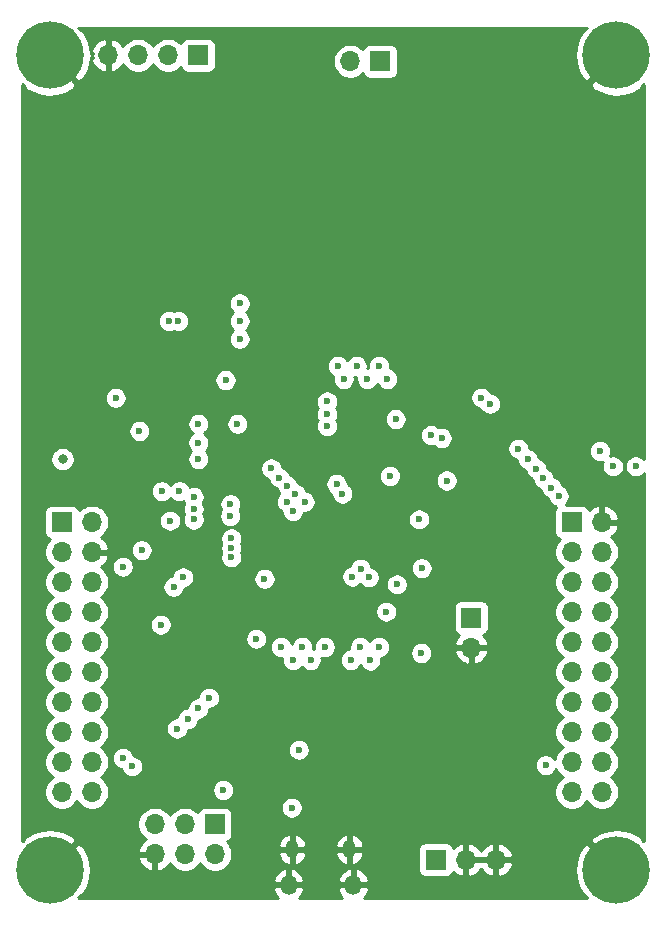
<source format=gbr>
%TF.GenerationSoftware,KiCad,Pcbnew,(5.1.9)-1*%
%TF.CreationDate,2021-05-14T17:37:09+02:00*%
%TF.ProjectId,STM32_Launchpad_v1r1,53544d33-325f-44c6-9175-6e6368706164,rev?*%
%TF.SameCoordinates,Original*%
%TF.FileFunction,Copper,L2,Inr*%
%TF.FilePolarity,Positive*%
%FSLAX46Y46*%
G04 Gerber Fmt 4.6, Leading zero omitted, Abs format (unit mm)*
G04 Created by KiCad (PCBNEW (5.1.9)-1) date 2021-05-14 17:37:09*
%MOMM*%
%LPD*%
G01*
G04 APERTURE LIST*
%TA.AperFunction,ComponentPad*%
%ADD10O,1.700000X1.700000*%
%TD*%
%TA.AperFunction,ComponentPad*%
%ADD11R,1.700000X1.700000*%
%TD*%
%TA.AperFunction,ComponentPad*%
%ADD12O,1.350000X1.700000*%
%TD*%
%TA.AperFunction,ComponentPad*%
%ADD13O,1.100000X1.500000*%
%TD*%
%TA.AperFunction,ComponentPad*%
%ADD14C,5.700000*%
%TD*%
%TA.AperFunction,ViaPad*%
%ADD15C,0.600000*%
%TD*%
%TA.AperFunction,ViaPad*%
%ADD16C,0.800000*%
%TD*%
%TA.AperFunction,Conductor*%
%ADD17C,0.254000*%
%TD*%
%TA.AperFunction,Conductor*%
%ADD18C,0.100000*%
%TD*%
G04 APERTURE END LIST*
D10*
%TO.N,/GPIO\u005CEI2*%
%TO.C,J5*%
X110260000Y-120380000D03*
%TO.N,/CANTX*%
X107720000Y-120380000D03*
%TO.N,/CANRX*%
X110260000Y-117840000D03*
%TO.N,/ENCA*%
X107720000Y-117840000D03*
%TO.N,/~SPICS*%
X110260000Y-115300000D03*
%TO.N,/ENCB*%
X107720000Y-115300000D03*
%TO.N,/SPIMISO*%
X110260000Y-112760000D03*
%TO.N,/ENCZ*%
X107720000Y-112760000D03*
%TO.N,/SPIMOSI*%
X110260000Y-110220000D03*
%TO.N,/PWMCL*%
X107720000Y-110220000D03*
%TO.N,/~RESET*%
X110260000Y-107680000D03*
%TO.N,/PWMCH*%
X107720000Y-107680000D03*
%TO.N,/GPIO\u005CEI1*%
X110260000Y-105140000D03*
%TO.N,/PWMBL*%
X107720000Y-105140000D03*
%TO.N,/GPIO\u005CEI4*%
X110260000Y-102600000D03*
%TO.N,/PWMBH*%
X107720000Y-102600000D03*
%TO.N,/GPIO\u005CEI3*%
X110260000Y-100060000D03*
%TO.N,/PWMAL*%
X107720000Y-100060000D03*
%TO.N,GND*%
X110260000Y-97520000D03*
D11*
%TO.N,/PWMAH*%
X107720000Y-97520000D03*
%TD*%
D10*
%TO.N,/LEDR*%
%TO.C,J8*%
X88960000Y-58500000D03*
D11*
%TO.N,/LEDG*%
X91500000Y-58500000D03*
%TD*%
%TO.N,+3V3*%
%TO.C,J7*%
X77500000Y-123100000D03*
D10*
%TO.N,/SPIE_MOSI*%
X77500000Y-125640000D03*
%TO.N,/SPIE_MISO*%
X74960000Y-125640000D03*
%TO.N,GND*%
X72420000Y-125640000D03*
%TO.N,/SPIE_CLK*%
X72420000Y-123100000D03*
%TO.N,/~SPIE_CS*%
X74960000Y-123100000D03*
%TD*%
%TO.N,GND*%
%TO.C,J4*%
X99200000Y-108140000D03*
D11*
%TO.N,/VBAT*%
X99200000Y-105600000D03*
%TD*%
D10*
%TO.N,GND*%
%TO.C,J6*%
X101280000Y-126100000D03*
X98740000Y-126100000D03*
D11*
%TO.N,+3V3*%
X96200000Y-126100000D03*
%TD*%
D10*
%TO.N,GND*%
%TO.C,J1*%
X68460000Y-58000000D03*
%TO.N,/SWDIO*%
X71000000Y-58000000D03*
%TO.N,/SWCLK*%
X73540000Y-58000000D03*
D11*
%TO.N,+3V3*%
X76080000Y-58000000D03*
%TD*%
D12*
%TO.N,GND*%
%TO.C,J2*%
X89205000Y-128230000D03*
X83745000Y-128230000D03*
D13*
X88895000Y-125230000D03*
X84055000Y-125230000D03*
%TD*%
D14*
%TO.N,GND*%
%TO.C,H4*%
X63500000Y-127000000D03*
%TD*%
%TO.N,GND*%
%TO.C,H3*%
X63500000Y-58000000D03*
%TD*%
%TO.N,GND*%
%TO.C,H2*%
X111500000Y-58000000D03*
%TD*%
%TO.N,GND*%
%TO.C,H1*%
X111500000Y-127000000D03*
%TD*%
D10*
%TO.N,/PB2_AD2*%
%TO.C,J3*%
X67080000Y-120380000D03*
%TO.N,/SDA*%
X64540000Y-120380000D03*
%TO.N,/PB12_AD4*%
X67080000Y-117840000D03*
%TO.N,/SCL*%
X64540000Y-117840000D03*
%TO.N,/PC1_AD2*%
X67080000Y-115300000D03*
%TO.N,/GPIO\u005CEI6*%
X64540000Y-115300000D03*
%TO.N,/PB1_AD3*%
X67080000Y-112760000D03*
%TO.N,/SPISCK*%
X64540000Y-112760000D03*
%TO.N,/PA0_AD1*%
X67080000Y-110220000D03*
%TO.N,/PA1_AD1*%
X64540000Y-110220000D03*
%TO.N,/PB0_AD3*%
X67080000Y-107680000D03*
%TO.N,/GPIO\u005CEI5*%
X64540000Y-107680000D03*
%TO.N,/PC0_AD2*%
X67080000Y-105140000D03*
%TO.N,/UART_MCUTX*%
X64540000Y-105140000D03*
%TO.N,/PB11_AD1*%
X67080000Y-102600000D03*
%TO.N,/UART_MCURX*%
X64540000Y-102600000D03*
%TO.N,GND*%
X67080000Y-100060000D03*
%TO.N,/PC4_AD2*%
X64540000Y-100060000D03*
%TO.N,+5V_EXT*%
X67080000Y-97520000D03*
D11*
%TO.N,+3.3V_EXT*%
X64540000Y-97520000D03*
%TD*%
D15*
%TO.N,GND*%
X86308058Y-123708058D03*
X88500000Y-60400000D03*
X92100000Y-60400000D03*
X77300000Y-84900000D03*
X96300000Y-56500000D03*
X105700000Y-56500000D03*
X94300000Y-104100000D03*
X99400000Y-93200000D03*
X96600000Y-101900000D03*
X76600000Y-120200000D03*
X94974990Y-107100000D03*
X84700000Y-82400000D03*
X67200000Y-78300000D03*
X69200000Y-78500000D03*
X70800000Y-78600000D03*
X67200000Y-83600000D03*
X91000000Y-123400000D03*
X69300000Y-83174990D03*
X80390000Y-120170000D03*
X62500000Y-64000000D03*
X65500000Y-64000000D03*
X68500000Y-64000000D03*
X76500000Y-64000000D03*
X79500000Y-64000000D03*
X82500000Y-64000000D03*
X85500000Y-64000000D03*
X94500000Y-64000000D03*
X97500000Y-64000000D03*
X100500000Y-64000000D03*
X106500000Y-64000000D03*
X110500000Y-64000000D03*
X62500000Y-68000000D03*
X65500000Y-68000000D03*
X68500000Y-68000000D03*
X76500000Y-68000000D03*
X79500000Y-68000000D03*
X82500000Y-68000000D03*
X85500000Y-68000000D03*
X88500000Y-68000000D03*
X91500000Y-68000000D03*
X94500000Y-68000000D03*
X97500000Y-68000000D03*
X106500000Y-68000000D03*
X110500000Y-68000000D03*
X62500000Y-72000000D03*
X65500000Y-72000000D03*
X68500000Y-72000000D03*
X71500000Y-72000000D03*
X62500000Y-76000000D03*
X65500000Y-76000000D03*
X68500000Y-76000000D03*
X71500000Y-76000000D03*
X76500000Y-74000000D03*
X79500000Y-74000000D03*
X82500000Y-74000000D03*
X85500000Y-74000000D03*
X88500000Y-74000000D03*
X91500000Y-74000000D03*
X82500000Y-77000000D03*
X85500000Y-77000000D03*
X88500000Y-77000000D03*
X91500000Y-77000000D03*
X97500000Y-77000000D03*
X106500000Y-77000000D03*
X82500000Y-80000000D03*
X85500000Y-80000000D03*
X88500000Y-80000000D03*
X91500000Y-80000000D03*
X97500000Y-80000000D03*
X106500000Y-80000000D03*
X106500000Y-83000000D03*
X97500000Y-83000000D03*
X91500000Y-83000000D03*
X88500000Y-83000000D03*
X62500000Y-80000000D03*
X106500000Y-88000000D03*
X106500000Y-90000000D03*
X106500000Y-93000000D03*
X101500000Y-118000000D03*
X85500000Y-115000000D03*
X89500000Y-118000000D03*
X92500000Y-118000000D03*
X95500000Y-118000000D03*
X98500000Y-118000000D03*
X89500000Y-121000000D03*
X92500000Y-121000000D03*
X95500000Y-121000000D03*
X98500000Y-121000000D03*
X101500000Y-121000000D03*
X89500000Y-114000000D03*
X92500000Y-114000000D03*
X95500000Y-114000000D03*
X98500000Y-114000000D03*
X105500000Y-114000000D03*
X105500000Y-116500000D03*
X100000000Y-92000000D03*
X67000000Y-90000000D03*
X79500000Y-110000000D03*
X96615323Y-97005329D03*
X90641942Y-105158058D03*
X80069170Y-91274990D03*
X90925010Y-94100000D03*
X85749997Y-94349997D03*
X83800000Y-87900002D03*
X80458051Y-85858051D03*
X82300000Y-90800000D03*
X94500000Y-93900000D03*
X83100000Y-100900000D03*
X81000000Y-105125010D03*
X94500000Y-74000000D03*
X94500000Y-77000000D03*
X94500000Y-80000000D03*
X97500000Y-74000000D03*
X102500000Y-74000000D03*
X102500000Y-77000000D03*
X102500000Y-80000000D03*
X106500000Y-74000000D03*
X110500000Y-74000000D03*
X110500000Y-83000000D03*
D16*
%TO.N,+3V3*%
X64600000Y-92200000D03*
D15*
X78200000Y-120200000D03*
X94974990Y-108600000D03*
X73700000Y-97400000D03*
X91999994Y-105100000D03*
X73600000Y-80500000D03*
X74400000Y-80500000D03*
X79600000Y-79000000D03*
X79600000Y-80500000D03*
X79600000Y-82000000D03*
X97125010Y-94000000D03*
X81699990Y-102325010D03*
X92316949Y-93616949D03*
X79400000Y-89200000D03*
X82272520Y-92975000D03*
%TO.N,/PB11_AD1*%
X76100000Y-89200000D03*
%TO.N,/PC0_AD2*%
X92900002Y-102800000D03*
%TO.N,/PB0_AD3*%
X77000000Y-112400012D03*
X76100000Y-92200000D03*
X86999990Y-87300000D03*
%TO.N,/PA0_AD1*%
X75200000Y-114200000D03*
X75700006Y-96399994D03*
X88300000Y-95100000D03*
%TO.N,/PB1_AD3*%
X69700000Y-101300000D03*
X87000000Y-89400000D03*
%TO.N,/PC1_AD2*%
X74299980Y-115000000D03*
X94791945Y-97291953D03*
X75700000Y-97300000D03*
%TO.N,/PB12_AD4*%
X71299990Y-99900000D03*
X69700000Y-117500000D03*
X76100000Y-90800000D03*
%TO.N,/SDA*%
X74500000Y-94900000D03*
X74800000Y-102199998D03*
X84095304Y-96604204D03*
%TO.N,/SCL*%
X73000000Y-94900000D03*
X74000000Y-103000000D03*
X83599994Y-95800000D03*
%TO.N,/PA1_AD1*%
X76100000Y-113300000D03*
X75700009Y-95399991D03*
X87800000Y-94300000D03*
%TO.N,/UART_MCUTX*%
X89141949Y-102141949D03*
%TO.N,/UART_MCURX*%
X92800000Y-88800000D03*
%TO.N,/~SPICS*%
X113125010Y-92797249D03*
X92100000Y-85400000D03*
%TO.N,/CANRX*%
X105500000Y-118100000D03*
X89800000Y-108100000D03*
%TO.N,/CANTX*%
X72900000Y-106200000D03*
X81000000Y-107400000D03*
%TO.N,/ENCA*%
X90664407Y-109235597D03*
%TO.N,/ENCB*%
X91400000Y-108100000D03*
%TO.N,/ENCZ*%
X88999978Y-109199996D03*
%TO.N,/PWMCL*%
X103200000Y-91300000D03*
X78800000Y-97000000D03*
%TO.N,/PWMCH*%
X78900000Y-100500028D03*
X104000000Y-92200000D03*
%TO.N,/PWMBL*%
X104700000Y-93000000D03*
X78807177Y-96008925D03*
%TO.N,/PWMBH*%
X78900000Y-99700015D03*
X105300000Y-93800000D03*
%TO.N,/PWMAL*%
X106600000Y-95300000D03*
X95000000Y-101425010D03*
%TO.N,/PWMAH*%
X78900000Y-98899996D03*
X106000000Y-94599998D03*
%TO.N,/SWCLK*%
X96700000Y-90400000D03*
X85100000Y-95800000D03*
%TO.N,/SWDIO*%
X95777556Y-90156584D03*
X84300002Y-95100000D03*
%TO.N,/SPIMOSI*%
X111200000Y-92800000D03*
X89500000Y-84300000D03*
%TO.N,/SPIMISO*%
X110100000Y-91500000D03*
X90400000Y-85400000D03*
%TO.N,/SPISCK*%
X91400000Y-84300000D03*
%TO.N,/GPIO\u005CEI4*%
X89829441Y-101454457D03*
%TO.N,/GPIO\u005CEI3*%
X90525010Y-102200010D03*
%TO.N,/PC4_AD2*%
X88400000Y-85400000D03*
%TO.N,/GPIO\u005CEI6*%
X69100000Y-87000000D03*
X78400000Y-85500000D03*
%TO.N,/GPIO\u005CEI5*%
X87900000Y-84300000D03*
%TO.N,/GPIO\u005CEI1*%
X86800000Y-108100000D03*
%TO.N,+5V_USB*%
X84000000Y-121700000D03*
X84600000Y-116800000D03*
%TO.N,/LEDG*%
X100800000Y-87500006D03*
X83641949Y-94458051D03*
%TO.N,/LEDR*%
X100064671Y-86984859D03*
X82941958Y-93758060D03*
%TO.N,/SPIE_CLK*%
X84100000Y-109199992D03*
%TO.N,/SPIE_MISO*%
X84899994Y-108100000D03*
%TO.N,/~SPIE_CS*%
X83100000Y-108099992D03*
%TO.N,/SPIE_MOSI*%
X85600000Y-109200000D03*
%TO.N,/PB2_AD2*%
X70500000Y-118200000D03*
X71100000Y-89800000D03*
X87000000Y-88400000D03*
%TD*%
D17*
%TO.N,GND*%
X109047965Y-55727573D02*
X108594150Y-56045757D01*
X108268731Y-56650210D01*
X108067488Y-57306535D01*
X107998155Y-57989510D01*
X108063395Y-58672888D01*
X108260702Y-59330407D01*
X108582494Y-59936799D01*
X108594150Y-59954243D01*
X109047967Y-60272428D01*
X111320395Y-58000000D01*
X111306253Y-57985858D01*
X111485858Y-57806253D01*
X111500000Y-57820395D01*
X111514143Y-57806253D01*
X111693748Y-57985858D01*
X111679605Y-58000000D01*
X111693748Y-58014143D01*
X111514143Y-58193748D01*
X111500000Y-58179605D01*
X109227572Y-60452033D01*
X109545757Y-60905850D01*
X110150210Y-61231269D01*
X110806535Y-61432512D01*
X111489510Y-61501845D01*
X112172888Y-61436605D01*
X112830407Y-61239298D01*
X113436799Y-60917506D01*
X113454243Y-60905850D01*
X113772427Y-60452035D01*
X113840001Y-60519609D01*
X113840001Y-92189950D01*
X113721038Y-92070987D01*
X113567899Y-91968663D01*
X113397739Y-91898181D01*
X113217099Y-91862249D01*
X113032921Y-91862249D01*
X112852281Y-91898181D01*
X112682121Y-91968663D01*
X112528982Y-92070987D01*
X112398748Y-92201221D01*
X112296424Y-92354360D01*
X112225942Y-92524520D01*
X112190010Y-92705160D01*
X112190010Y-92889338D01*
X112225942Y-93069978D01*
X112296424Y-93240138D01*
X112398748Y-93393277D01*
X112528982Y-93523511D01*
X112682121Y-93625835D01*
X112852281Y-93696317D01*
X113032921Y-93732249D01*
X113217099Y-93732249D01*
X113397739Y-93696317D01*
X113567899Y-93625835D01*
X113721038Y-93523511D01*
X113840000Y-93404549D01*
X113840000Y-124480392D01*
X113772427Y-124547965D01*
X113454243Y-124094150D01*
X112849790Y-123768731D01*
X112193465Y-123567488D01*
X111510490Y-123498155D01*
X110827112Y-123563395D01*
X110169593Y-123760702D01*
X109563201Y-124082494D01*
X109545757Y-124094150D01*
X109227572Y-124547967D01*
X111500000Y-126820395D01*
X111514143Y-126806253D01*
X111693748Y-126985858D01*
X111679605Y-127000000D01*
X111693748Y-127014143D01*
X111514143Y-127193748D01*
X111500000Y-127179605D01*
X111485858Y-127193748D01*
X111306253Y-127014143D01*
X111320395Y-127000000D01*
X109047967Y-124727572D01*
X108594150Y-125045757D01*
X108268731Y-125650210D01*
X108067488Y-126306535D01*
X107998155Y-126989510D01*
X108063395Y-127672888D01*
X108260702Y-128330407D01*
X108582494Y-128936799D01*
X108594150Y-128954243D01*
X109047965Y-129272427D01*
X108980392Y-129340000D01*
X90118177Y-129340000D01*
X90201250Y-129260559D01*
X90349019Y-129049761D01*
X90452824Y-128814185D01*
X90508675Y-128562884D01*
X90358573Y-128357000D01*
X89332000Y-128357000D01*
X89332000Y-128377000D01*
X89078000Y-128377000D01*
X89078000Y-128357000D01*
X88051427Y-128357000D01*
X87901325Y-128562884D01*
X87957176Y-128814185D01*
X88060981Y-129049761D01*
X88208750Y-129260559D01*
X88291823Y-129340000D01*
X84658177Y-129340000D01*
X84741250Y-129260559D01*
X84889019Y-129049761D01*
X84992824Y-128814185D01*
X85048675Y-128562884D01*
X84898573Y-128357000D01*
X83872000Y-128357000D01*
X83872000Y-128377000D01*
X83618000Y-128377000D01*
X83618000Y-128357000D01*
X82591427Y-128357000D01*
X82441325Y-128562884D01*
X82497176Y-128814185D01*
X82600981Y-129049761D01*
X82748750Y-129260559D01*
X82831823Y-129340000D01*
X66019608Y-129340000D01*
X65952035Y-129272427D01*
X66405850Y-128954243D01*
X66731269Y-128349790D01*
X66870068Y-127897116D01*
X82441325Y-127897116D01*
X82591427Y-128103000D01*
X83618000Y-128103000D01*
X83618000Y-126910776D01*
X83872000Y-126910776D01*
X83872000Y-128103000D01*
X84898573Y-128103000D01*
X85048675Y-127897116D01*
X87901325Y-127897116D01*
X88051427Y-128103000D01*
X89078000Y-128103000D01*
X89078000Y-126910776D01*
X89332000Y-126910776D01*
X89332000Y-128103000D01*
X90358573Y-128103000D01*
X90508675Y-127897116D01*
X90452824Y-127645815D01*
X90349019Y-127410239D01*
X90201250Y-127199441D01*
X90015196Y-127021522D01*
X89798007Y-126883319D01*
X89558029Y-126790143D01*
X89534400Y-126787090D01*
X89332000Y-126910776D01*
X89078000Y-126910776D01*
X88875600Y-126787090D01*
X88851971Y-126790143D01*
X88611993Y-126883319D01*
X88394804Y-127021522D01*
X88208750Y-127199441D01*
X88060981Y-127410239D01*
X87957176Y-127645815D01*
X87901325Y-127897116D01*
X85048675Y-127897116D01*
X84992824Y-127645815D01*
X84889019Y-127410239D01*
X84741250Y-127199441D01*
X84555196Y-127021522D01*
X84338007Y-126883319D01*
X84098029Y-126790143D01*
X84074400Y-126787090D01*
X83872000Y-126910776D01*
X83618000Y-126910776D01*
X83415600Y-126787090D01*
X83391971Y-126790143D01*
X83151993Y-126883319D01*
X82934804Y-127021522D01*
X82748750Y-127199441D01*
X82600981Y-127410239D01*
X82497176Y-127645815D01*
X82441325Y-127897116D01*
X66870068Y-127897116D01*
X66932512Y-127693465D01*
X67001845Y-127010490D01*
X66936605Y-126327112D01*
X66837513Y-125996891D01*
X70978519Y-125996891D01*
X71075843Y-126271252D01*
X71224822Y-126521355D01*
X71419731Y-126737588D01*
X71653080Y-126911641D01*
X71915901Y-127036825D01*
X72063110Y-127081476D01*
X72293000Y-126960155D01*
X72293000Y-125767000D01*
X71099186Y-125767000D01*
X70978519Y-125996891D01*
X66837513Y-125996891D01*
X66739298Y-125669593D01*
X66417506Y-125063201D01*
X66405850Y-125045757D01*
X65952033Y-124727572D01*
X63679605Y-127000000D01*
X63693748Y-127014143D01*
X63514143Y-127193748D01*
X63500000Y-127179605D01*
X63485858Y-127193748D01*
X63306253Y-127014143D01*
X63320395Y-127000000D01*
X63306253Y-126985858D01*
X63485858Y-126806253D01*
X63500000Y-126820395D01*
X65772428Y-124547967D01*
X65454243Y-124094150D01*
X64849790Y-123768731D01*
X64193465Y-123567488D01*
X63510490Y-123498155D01*
X62827112Y-123563395D01*
X62169593Y-123760702D01*
X61563201Y-124082494D01*
X61545757Y-124094150D01*
X61227573Y-124547965D01*
X61160000Y-124480392D01*
X61160000Y-122953740D01*
X70935000Y-122953740D01*
X70935000Y-123246260D01*
X70992068Y-123533158D01*
X71104010Y-123803411D01*
X71266525Y-124046632D01*
X71473368Y-124253475D01*
X71649406Y-124371100D01*
X71419731Y-124542412D01*
X71224822Y-124758645D01*
X71075843Y-125008748D01*
X70978519Y-125283109D01*
X71099186Y-125513000D01*
X72293000Y-125513000D01*
X72293000Y-125493000D01*
X72547000Y-125493000D01*
X72547000Y-125513000D01*
X72567000Y-125513000D01*
X72567000Y-125767000D01*
X72547000Y-125767000D01*
X72547000Y-126960155D01*
X72776890Y-127081476D01*
X72924099Y-127036825D01*
X73186920Y-126911641D01*
X73420269Y-126737588D01*
X73615178Y-126521355D01*
X73684805Y-126404466D01*
X73806525Y-126586632D01*
X74013368Y-126793475D01*
X74256589Y-126955990D01*
X74526842Y-127067932D01*
X74813740Y-127125000D01*
X75106260Y-127125000D01*
X75393158Y-127067932D01*
X75663411Y-126955990D01*
X75906632Y-126793475D01*
X76113475Y-126586632D01*
X76230000Y-126412240D01*
X76346525Y-126586632D01*
X76553368Y-126793475D01*
X76796589Y-126955990D01*
X77066842Y-127067932D01*
X77353740Y-127125000D01*
X77646260Y-127125000D01*
X77933158Y-127067932D01*
X78203411Y-126955990D01*
X78446632Y-126793475D01*
X78653475Y-126586632D01*
X78815990Y-126343411D01*
X78927932Y-126073158D01*
X78985000Y-125786260D01*
X78985000Y-125543884D01*
X82869316Y-125543884D01*
X82914316Y-125773011D01*
X83003152Y-125988957D01*
X83132410Y-126183422D01*
X83297123Y-126348934D01*
X83490961Y-126479131D01*
X83706474Y-126569011D01*
X83745256Y-126573803D01*
X83928000Y-126448361D01*
X83928000Y-125357000D01*
X84182000Y-125357000D01*
X84182000Y-126448361D01*
X84364744Y-126573803D01*
X84403526Y-126569011D01*
X84619039Y-126479131D01*
X84812877Y-126348934D01*
X84977590Y-126183422D01*
X85106848Y-125988957D01*
X85195684Y-125773011D01*
X85240684Y-125543884D01*
X87709316Y-125543884D01*
X87754316Y-125773011D01*
X87843152Y-125988957D01*
X87972410Y-126183422D01*
X88137123Y-126348934D01*
X88330961Y-126479131D01*
X88546474Y-126569011D01*
X88585256Y-126573803D01*
X88768000Y-126448361D01*
X88768000Y-125357000D01*
X89022000Y-125357000D01*
X89022000Y-126448361D01*
X89204744Y-126573803D01*
X89243526Y-126569011D01*
X89459039Y-126479131D01*
X89652877Y-126348934D01*
X89817590Y-126183422D01*
X89946848Y-125988957D01*
X90035684Y-125773011D01*
X90080684Y-125543884D01*
X89925152Y-125357000D01*
X89022000Y-125357000D01*
X88768000Y-125357000D01*
X87864848Y-125357000D01*
X87709316Y-125543884D01*
X85240684Y-125543884D01*
X85085152Y-125357000D01*
X84182000Y-125357000D01*
X83928000Y-125357000D01*
X83024848Y-125357000D01*
X82869316Y-125543884D01*
X78985000Y-125543884D01*
X78985000Y-125493740D01*
X78936517Y-125250000D01*
X94711928Y-125250000D01*
X94711928Y-126950000D01*
X94724188Y-127074482D01*
X94760498Y-127194180D01*
X94819463Y-127304494D01*
X94898815Y-127401185D01*
X94995506Y-127480537D01*
X95105820Y-127539502D01*
X95225518Y-127575812D01*
X95350000Y-127588072D01*
X97050000Y-127588072D01*
X97174482Y-127575812D01*
X97294180Y-127539502D01*
X97404494Y-127480537D01*
X97501185Y-127401185D01*
X97580537Y-127304494D01*
X97639502Y-127194180D01*
X97663966Y-127113534D01*
X97739731Y-127197588D01*
X97973080Y-127371641D01*
X98235901Y-127496825D01*
X98383110Y-127541476D01*
X98613000Y-127420155D01*
X98613000Y-126227000D01*
X98867000Y-126227000D01*
X98867000Y-127420155D01*
X99096890Y-127541476D01*
X99244099Y-127496825D01*
X99506920Y-127371641D01*
X99740269Y-127197588D01*
X99935178Y-126981355D01*
X100010000Y-126855745D01*
X100084822Y-126981355D01*
X100279731Y-127197588D01*
X100513080Y-127371641D01*
X100775901Y-127496825D01*
X100923110Y-127541476D01*
X101153000Y-127420155D01*
X101153000Y-126227000D01*
X101407000Y-126227000D01*
X101407000Y-127420155D01*
X101636890Y-127541476D01*
X101784099Y-127496825D01*
X102046920Y-127371641D01*
X102280269Y-127197588D01*
X102475178Y-126981355D01*
X102624157Y-126731252D01*
X102721481Y-126456891D01*
X102600814Y-126227000D01*
X101407000Y-126227000D01*
X101153000Y-126227000D01*
X98867000Y-126227000D01*
X98613000Y-126227000D01*
X98593000Y-126227000D01*
X98593000Y-125973000D01*
X98613000Y-125973000D01*
X98613000Y-124779845D01*
X98867000Y-124779845D01*
X98867000Y-125973000D01*
X101153000Y-125973000D01*
X101153000Y-124779845D01*
X101407000Y-124779845D01*
X101407000Y-125973000D01*
X102600814Y-125973000D01*
X102721481Y-125743109D01*
X102624157Y-125468748D01*
X102475178Y-125218645D01*
X102280269Y-125002412D01*
X102046920Y-124828359D01*
X101784099Y-124703175D01*
X101636890Y-124658524D01*
X101407000Y-124779845D01*
X101153000Y-124779845D01*
X100923110Y-124658524D01*
X100775901Y-124703175D01*
X100513080Y-124828359D01*
X100279731Y-125002412D01*
X100084822Y-125218645D01*
X100010000Y-125344255D01*
X99935178Y-125218645D01*
X99740269Y-125002412D01*
X99506920Y-124828359D01*
X99244099Y-124703175D01*
X99096890Y-124658524D01*
X98867000Y-124779845D01*
X98613000Y-124779845D01*
X98383110Y-124658524D01*
X98235901Y-124703175D01*
X97973080Y-124828359D01*
X97739731Y-125002412D01*
X97663966Y-125086466D01*
X97639502Y-125005820D01*
X97580537Y-124895506D01*
X97501185Y-124798815D01*
X97404494Y-124719463D01*
X97294180Y-124660498D01*
X97174482Y-124624188D01*
X97050000Y-124611928D01*
X95350000Y-124611928D01*
X95225518Y-124624188D01*
X95105820Y-124660498D01*
X94995506Y-124719463D01*
X94898815Y-124798815D01*
X94819463Y-124895506D01*
X94760498Y-125005820D01*
X94724188Y-125125518D01*
X94711928Y-125250000D01*
X78936517Y-125250000D01*
X78927932Y-125206842D01*
X78815990Y-124936589D01*
X78802311Y-124916116D01*
X82869316Y-124916116D01*
X83024848Y-125103000D01*
X83928000Y-125103000D01*
X83928000Y-124011639D01*
X84182000Y-124011639D01*
X84182000Y-125103000D01*
X85085152Y-125103000D01*
X85240684Y-124916116D01*
X87709316Y-124916116D01*
X87864848Y-125103000D01*
X88768000Y-125103000D01*
X88768000Y-124011639D01*
X89022000Y-124011639D01*
X89022000Y-125103000D01*
X89925152Y-125103000D01*
X90080684Y-124916116D01*
X90035684Y-124686989D01*
X89946848Y-124471043D01*
X89817590Y-124276578D01*
X89652877Y-124111066D01*
X89459039Y-123980869D01*
X89243526Y-123890989D01*
X89204744Y-123886197D01*
X89022000Y-124011639D01*
X88768000Y-124011639D01*
X88585256Y-123886197D01*
X88546474Y-123890989D01*
X88330961Y-123980869D01*
X88137123Y-124111066D01*
X87972410Y-124276578D01*
X87843152Y-124471043D01*
X87754316Y-124686989D01*
X87709316Y-124916116D01*
X85240684Y-124916116D01*
X85195684Y-124686989D01*
X85106848Y-124471043D01*
X84977590Y-124276578D01*
X84812877Y-124111066D01*
X84619039Y-123980869D01*
X84403526Y-123890989D01*
X84364744Y-123886197D01*
X84182000Y-124011639D01*
X83928000Y-124011639D01*
X83745256Y-123886197D01*
X83706474Y-123890989D01*
X83490961Y-123980869D01*
X83297123Y-124111066D01*
X83132410Y-124276578D01*
X83003152Y-124471043D01*
X82914316Y-124686989D01*
X82869316Y-124916116D01*
X78802311Y-124916116D01*
X78653475Y-124693368D01*
X78521620Y-124561513D01*
X78594180Y-124539502D01*
X78704494Y-124480537D01*
X78801185Y-124401185D01*
X78880537Y-124304494D01*
X78939502Y-124194180D01*
X78975812Y-124074482D01*
X78988072Y-123950000D01*
X78988072Y-122250000D01*
X78975812Y-122125518D01*
X78939502Y-122005820D01*
X78880537Y-121895506D01*
X78801185Y-121798815D01*
X78704494Y-121719463D01*
X78594180Y-121660498D01*
X78474482Y-121624188D01*
X78350000Y-121611928D01*
X76650000Y-121611928D01*
X76525518Y-121624188D01*
X76405820Y-121660498D01*
X76295506Y-121719463D01*
X76198815Y-121798815D01*
X76119463Y-121895506D01*
X76060498Y-122005820D01*
X76038487Y-122078380D01*
X75906632Y-121946525D01*
X75663411Y-121784010D01*
X75393158Y-121672068D01*
X75106260Y-121615000D01*
X74813740Y-121615000D01*
X74526842Y-121672068D01*
X74256589Y-121784010D01*
X74013368Y-121946525D01*
X73806525Y-122153368D01*
X73690000Y-122327760D01*
X73573475Y-122153368D01*
X73366632Y-121946525D01*
X73123411Y-121784010D01*
X72853158Y-121672068D01*
X72566260Y-121615000D01*
X72273740Y-121615000D01*
X71986842Y-121672068D01*
X71716589Y-121784010D01*
X71473368Y-121946525D01*
X71266525Y-122153368D01*
X71104010Y-122396589D01*
X70992068Y-122666842D01*
X70935000Y-122953740D01*
X61160000Y-122953740D01*
X61160000Y-96670000D01*
X63051928Y-96670000D01*
X63051928Y-98370000D01*
X63064188Y-98494482D01*
X63100498Y-98614180D01*
X63159463Y-98724494D01*
X63238815Y-98821185D01*
X63335506Y-98900537D01*
X63445820Y-98959502D01*
X63518380Y-98981513D01*
X63386525Y-99113368D01*
X63224010Y-99356589D01*
X63112068Y-99626842D01*
X63055000Y-99913740D01*
X63055000Y-100206260D01*
X63112068Y-100493158D01*
X63224010Y-100763411D01*
X63386525Y-101006632D01*
X63593368Y-101213475D01*
X63767760Y-101330000D01*
X63593368Y-101446525D01*
X63386525Y-101653368D01*
X63224010Y-101896589D01*
X63112068Y-102166842D01*
X63055000Y-102453740D01*
X63055000Y-102746260D01*
X63112068Y-103033158D01*
X63224010Y-103303411D01*
X63386525Y-103546632D01*
X63593368Y-103753475D01*
X63767760Y-103870000D01*
X63593368Y-103986525D01*
X63386525Y-104193368D01*
X63224010Y-104436589D01*
X63112068Y-104706842D01*
X63055000Y-104993740D01*
X63055000Y-105286260D01*
X63112068Y-105573158D01*
X63224010Y-105843411D01*
X63386525Y-106086632D01*
X63593368Y-106293475D01*
X63767760Y-106410000D01*
X63593368Y-106526525D01*
X63386525Y-106733368D01*
X63224010Y-106976589D01*
X63112068Y-107246842D01*
X63055000Y-107533740D01*
X63055000Y-107826260D01*
X63112068Y-108113158D01*
X63224010Y-108383411D01*
X63386525Y-108626632D01*
X63593368Y-108833475D01*
X63767760Y-108950000D01*
X63593368Y-109066525D01*
X63386525Y-109273368D01*
X63224010Y-109516589D01*
X63112068Y-109786842D01*
X63055000Y-110073740D01*
X63055000Y-110366260D01*
X63112068Y-110653158D01*
X63224010Y-110923411D01*
X63386525Y-111166632D01*
X63593368Y-111373475D01*
X63767760Y-111490000D01*
X63593368Y-111606525D01*
X63386525Y-111813368D01*
X63224010Y-112056589D01*
X63112068Y-112326842D01*
X63055000Y-112613740D01*
X63055000Y-112906260D01*
X63112068Y-113193158D01*
X63224010Y-113463411D01*
X63386525Y-113706632D01*
X63593368Y-113913475D01*
X63767760Y-114030000D01*
X63593368Y-114146525D01*
X63386525Y-114353368D01*
X63224010Y-114596589D01*
X63112068Y-114866842D01*
X63055000Y-115153740D01*
X63055000Y-115446260D01*
X63112068Y-115733158D01*
X63224010Y-116003411D01*
X63386525Y-116246632D01*
X63593368Y-116453475D01*
X63767760Y-116570000D01*
X63593368Y-116686525D01*
X63386525Y-116893368D01*
X63224010Y-117136589D01*
X63112068Y-117406842D01*
X63055000Y-117693740D01*
X63055000Y-117986260D01*
X63112068Y-118273158D01*
X63224010Y-118543411D01*
X63386525Y-118786632D01*
X63593368Y-118993475D01*
X63767760Y-119110000D01*
X63593368Y-119226525D01*
X63386525Y-119433368D01*
X63224010Y-119676589D01*
X63112068Y-119946842D01*
X63055000Y-120233740D01*
X63055000Y-120526260D01*
X63112068Y-120813158D01*
X63224010Y-121083411D01*
X63386525Y-121326632D01*
X63593368Y-121533475D01*
X63836589Y-121695990D01*
X64106842Y-121807932D01*
X64393740Y-121865000D01*
X64686260Y-121865000D01*
X64973158Y-121807932D01*
X65243411Y-121695990D01*
X65486632Y-121533475D01*
X65693475Y-121326632D01*
X65810000Y-121152240D01*
X65926525Y-121326632D01*
X66133368Y-121533475D01*
X66376589Y-121695990D01*
X66646842Y-121807932D01*
X66933740Y-121865000D01*
X67226260Y-121865000D01*
X67513158Y-121807932D01*
X67783411Y-121695990D01*
X67915230Y-121607911D01*
X83065000Y-121607911D01*
X83065000Y-121792089D01*
X83100932Y-121972729D01*
X83171414Y-122142889D01*
X83273738Y-122296028D01*
X83403972Y-122426262D01*
X83557111Y-122528586D01*
X83727271Y-122599068D01*
X83907911Y-122635000D01*
X84092089Y-122635000D01*
X84272729Y-122599068D01*
X84442889Y-122528586D01*
X84596028Y-122426262D01*
X84726262Y-122296028D01*
X84828586Y-122142889D01*
X84899068Y-121972729D01*
X84935000Y-121792089D01*
X84935000Y-121607911D01*
X84899068Y-121427271D01*
X84828586Y-121257111D01*
X84726262Y-121103972D01*
X84596028Y-120973738D01*
X84442889Y-120871414D01*
X84272729Y-120800932D01*
X84092089Y-120765000D01*
X83907911Y-120765000D01*
X83727271Y-120800932D01*
X83557111Y-120871414D01*
X83403972Y-120973738D01*
X83273738Y-121103972D01*
X83171414Y-121257111D01*
X83100932Y-121427271D01*
X83065000Y-121607911D01*
X67915230Y-121607911D01*
X68026632Y-121533475D01*
X68233475Y-121326632D01*
X68395990Y-121083411D01*
X68507932Y-120813158D01*
X68565000Y-120526260D01*
X68565000Y-120233740D01*
X68539971Y-120107911D01*
X77265000Y-120107911D01*
X77265000Y-120292089D01*
X77300932Y-120472729D01*
X77371414Y-120642889D01*
X77473738Y-120796028D01*
X77603972Y-120926262D01*
X77757111Y-121028586D01*
X77927271Y-121099068D01*
X78107911Y-121135000D01*
X78292089Y-121135000D01*
X78472729Y-121099068D01*
X78642889Y-121028586D01*
X78796028Y-120926262D01*
X78926262Y-120796028D01*
X79028586Y-120642889D01*
X79099068Y-120472729D01*
X79135000Y-120292089D01*
X79135000Y-120107911D01*
X79099068Y-119927271D01*
X79028586Y-119757111D01*
X78926262Y-119603972D01*
X78796028Y-119473738D01*
X78642889Y-119371414D01*
X78472729Y-119300932D01*
X78292089Y-119265000D01*
X78107911Y-119265000D01*
X77927271Y-119300932D01*
X77757111Y-119371414D01*
X77603972Y-119473738D01*
X77473738Y-119603972D01*
X77371414Y-119757111D01*
X77300932Y-119927271D01*
X77265000Y-120107911D01*
X68539971Y-120107911D01*
X68507932Y-119946842D01*
X68395990Y-119676589D01*
X68233475Y-119433368D01*
X68026632Y-119226525D01*
X67852240Y-119110000D01*
X68026632Y-118993475D01*
X68233475Y-118786632D01*
X68395990Y-118543411D01*
X68507932Y-118273158D01*
X68565000Y-117986260D01*
X68565000Y-117693740D01*
X68508145Y-117407911D01*
X68765000Y-117407911D01*
X68765000Y-117592089D01*
X68800932Y-117772729D01*
X68871414Y-117942889D01*
X68973738Y-118096028D01*
X69103972Y-118226262D01*
X69257111Y-118328586D01*
X69427271Y-118399068D01*
X69592830Y-118432000D01*
X69600932Y-118472729D01*
X69671414Y-118642889D01*
X69773738Y-118796028D01*
X69903972Y-118926262D01*
X70057111Y-119028586D01*
X70227271Y-119099068D01*
X70407911Y-119135000D01*
X70592089Y-119135000D01*
X70772729Y-119099068D01*
X70942889Y-119028586D01*
X71096028Y-118926262D01*
X71226262Y-118796028D01*
X71328586Y-118642889D01*
X71399068Y-118472729D01*
X71435000Y-118292089D01*
X71435000Y-118107911D01*
X71399068Y-117927271D01*
X71328586Y-117757111D01*
X71226262Y-117603972D01*
X71096028Y-117473738D01*
X70942889Y-117371414D01*
X70772729Y-117300932D01*
X70607170Y-117268000D01*
X70599068Y-117227271D01*
X70528586Y-117057111D01*
X70426262Y-116903972D01*
X70296028Y-116773738D01*
X70197511Y-116707911D01*
X83665000Y-116707911D01*
X83665000Y-116892089D01*
X83700932Y-117072729D01*
X83771414Y-117242889D01*
X83873738Y-117396028D01*
X84003972Y-117526262D01*
X84157111Y-117628586D01*
X84327271Y-117699068D01*
X84507911Y-117735000D01*
X84692089Y-117735000D01*
X84872729Y-117699068D01*
X85042889Y-117628586D01*
X85196028Y-117526262D01*
X85326262Y-117396028D01*
X85428586Y-117242889D01*
X85499068Y-117072729D01*
X85535000Y-116892089D01*
X85535000Y-116707911D01*
X85499068Y-116527271D01*
X85428586Y-116357111D01*
X85326262Y-116203972D01*
X85196028Y-116073738D01*
X85042889Y-115971414D01*
X84872729Y-115900932D01*
X84692089Y-115865000D01*
X84507911Y-115865000D01*
X84327271Y-115900932D01*
X84157111Y-115971414D01*
X84003972Y-116073738D01*
X83873738Y-116203972D01*
X83771414Y-116357111D01*
X83700932Y-116527271D01*
X83665000Y-116707911D01*
X70197511Y-116707911D01*
X70142889Y-116671414D01*
X69972729Y-116600932D01*
X69792089Y-116565000D01*
X69607911Y-116565000D01*
X69427271Y-116600932D01*
X69257111Y-116671414D01*
X69103972Y-116773738D01*
X68973738Y-116903972D01*
X68871414Y-117057111D01*
X68800932Y-117227271D01*
X68765000Y-117407911D01*
X68508145Y-117407911D01*
X68507932Y-117406842D01*
X68395990Y-117136589D01*
X68233475Y-116893368D01*
X68026632Y-116686525D01*
X67852240Y-116570000D01*
X68026632Y-116453475D01*
X68233475Y-116246632D01*
X68395990Y-116003411D01*
X68507932Y-115733158D01*
X68565000Y-115446260D01*
X68565000Y-115153740D01*
X68516102Y-114907911D01*
X73364980Y-114907911D01*
X73364980Y-115092089D01*
X73400912Y-115272729D01*
X73471394Y-115442889D01*
X73573718Y-115596028D01*
X73703952Y-115726262D01*
X73857091Y-115828586D01*
X74027251Y-115899068D01*
X74207891Y-115935000D01*
X74392069Y-115935000D01*
X74572709Y-115899068D01*
X74742869Y-115828586D01*
X74896008Y-115726262D01*
X75026242Y-115596028D01*
X75128566Y-115442889D01*
X75199048Y-115272729D01*
X75226444Y-115135000D01*
X75292089Y-115135000D01*
X75472729Y-115099068D01*
X75642889Y-115028586D01*
X75796028Y-114926262D01*
X75926262Y-114796028D01*
X76028586Y-114642889D01*
X76099068Y-114472729D01*
X76135000Y-114292089D01*
X76135000Y-114235000D01*
X76192089Y-114235000D01*
X76372729Y-114199068D01*
X76542889Y-114128586D01*
X76696028Y-114026262D01*
X76826262Y-113896028D01*
X76928586Y-113742889D01*
X76999068Y-113572729D01*
X77035000Y-113392089D01*
X77035000Y-113335012D01*
X77092089Y-113335012D01*
X77272729Y-113299080D01*
X77442889Y-113228598D01*
X77596028Y-113126274D01*
X77726262Y-112996040D01*
X77828586Y-112842901D01*
X77899068Y-112672741D01*
X77935000Y-112492101D01*
X77935000Y-112307923D01*
X77899068Y-112127283D01*
X77828586Y-111957123D01*
X77726262Y-111803984D01*
X77596028Y-111673750D01*
X77442889Y-111571426D01*
X77272729Y-111500944D01*
X77092089Y-111465012D01*
X76907911Y-111465012D01*
X76727271Y-111500944D01*
X76557111Y-111571426D01*
X76403972Y-111673750D01*
X76273738Y-111803984D01*
X76171414Y-111957123D01*
X76100932Y-112127283D01*
X76065000Y-112307923D01*
X76065000Y-112365000D01*
X76007911Y-112365000D01*
X75827271Y-112400932D01*
X75657111Y-112471414D01*
X75503972Y-112573738D01*
X75373738Y-112703972D01*
X75271414Y-112857111D01*
X75200932Y-113027271D01*
X75165000Y-113207911D01*
X75165000Y-113265000D01*
X75107911Y-113265000D01*
X74927271Y-113300932D01*
X74757111Y-113371414D01*
X74603972Y-113473738D01*
X74473738Y-113603972D01*
X74371414Y-113757111D01*
X74300932Y-113927271D01*
X74273536Y-114065000D01*
X74207891Y-114065000D01*
X74027251Y-114100932D01*
X73857091Y-114171414D01*
X73703952Y-114273738D01*
X73573718Y-114403972D01*
X73471394Y-114557111D01*
X73400912Y-114727271D01*
X73364980Y-114907911D01*
X68516102Y-114907911D01*
X68507932Y-114866842D01*
X68395990Y-114596589D01*
X68233475Y-114353368D01*
X68026632Y-114146525D01*
X67852240Y-114030000D01*
X68026632Y-113913475D01*
X68233475Y-113706632D01*
X68395990Y-113463411D01*
X68507932Y-113193158D01*
X68565000Y-112906260D01*
X68565000Y-112613740D01*
X68507932Y-112326842D01*
X68395990Y-112056589D01*
X68233475Y-111813368D01*
X68026632Y-111606525D01*
X67852240Y-111490000D01*
X68026632Y-111373475D01*
X68233475Y-111166632D01*
X68395990Y-110923411D01*
X68507932Y-110653158D01*
X68565000Y-110366260D01*
X68565000Y-110073740D01*
X68507932Y-109786842D01*
X68395990Y-109516589D01*
X68233475Y-109273368D01*
X68026632Y-109066525D01*
X67852240Y-108950000D01*
X68026632Y-108833475D01*
X68233475Y-108626632D01*
X68395990Y-108383411D01*
X68507932Y-108113158D01*
X68565000Y-107826260D01*
X68565000Y-107533740D01*
X68520080Y-107307911D01*
X80065000Y-107307911D01*
X80065000Y-107492089D01*
X80100932Y-107672729D01*
X80171414Y-107842889D01*
X80273738Y-107996028D01*
X80403972Y-108126262D01*
X80557111Y-108228586D01*
X80727271Y-108299068D01*
X80907911Y-108335000D01*
X81092089Y-108335000D01*
X81272729Y-108299068D01*
X81442889Y-108228586D01*
X81596028Y-108126262D01*
X81714387Y-108007903D01*
X82165000Y-108007903D01*
X82165000Y-108192081D01*
X82200932Y-108372721D01*
X82271414Y-108542881D01*
X82373738Y-108696020D01*
X82503972Y-108826254D01*
X82657111Y-108928578D01*
X82827271Y-108999060D01*
X83007911Y-109034992D01*
X83179503Y-109034992D01*
X83165000Y-109107903D01*
X83165000Y-109292081D01*
X83200932Y-109472721D01*
X83271414Y-109642881D01*
X83373738Y-109796020D01*
X83503972Y-109926254D01*
X83657111Y-110028578D01*
X83827271Y-110099060D01*
X84007911Y-110134992D01*
X84192089Y-110134992D01*
X84372729Y-110099060D01*
X84542889Y-110028578D01*
X84696028Y-109926254D01*
X84826262Y-109796020D01*
X84849997Y-109760498D01*
X84873738Y-109796028D01*
X85003972Y-109926262D01*
X85157111Y-110028586D01*
X85327271Y-110099068D01*
X85507911Y-110135000D01*
X85692089Y-110135000D01*
X85872729Y-110099068D01*
X86042889Y-110028586D01*
X86196028Y-109926262D01*
X86326262Y-109796028D01*
X86428586Y-109642889D01*
X86499068Y-109472729D01*
X86535000Y-109292089D01*
X86535000Y-109107911D01*
X86535000Y-109107907D01*
X88064978Y-109107907D01*
X88064978Y-109292085D01*
X88100910Y-109472725D01*
X88171392Y-109642885D01*
X88273716Y-109796024D01*
X88403950Y-109926258D01*
X88557089Y-110028582D01*
X88727249Y-110099064D01*
X88907889Y-110134996D01*
X89092067Y-110134996D01*
X89272707Y-110099064D01*
X89442867Y-110028582D01*
X89596006Y-109926258D01*
X89726240Y-109796024D01*
X89823941Y-109649804D01*
X89835821Y-109678486D01*
X89938145Y-109831625D01*
X90068379Y-109961859D01*
X90221518Y-110064183D01*
X90391678Y-110134665D01*
X90572318Y-110170597D01*
X90756496Y-110170597D01*
X90937136Y-110134665D01*
X91107296Y-110064183D01*
X91260435Y-109961859D01*
X91390669Y-109831625D01*
X91492993Y-109678486D01*
X91563475Y-109508326D01*
X91599407Y-109327686D01*
X91599407Y-109143508D01*
X91574560Y-109018595D01*
X91672729Y-108999068D01*
X91842889Y-108928586D01*
X91996028Y-108826262D01*
X92126262Y-108696028D01*
X92228586Y-108542889D01*
X92243074Y-108507911D01*
X94039990Y-108507911D01*
X94039990Y-108692089D01*
X94075922Y-108872729D01*
X94146404Y-109042889D01*
X94248728Y-109196028D01*
X94378962Y-109326262D01*
X94532101Y-109428586D01*
X94702261Y-109499068D01*
X94882901Y-109535000D01*
X95067079Y-109535000D01*
X95247719Y-109499068D01*
X95417879Y-109428586D01*
X95571018Y-109326262D01*
X95701252Y-109196028D01*
X95803576Y-109042889D01*
X95874058Y-108872729D01*
X95909990Y-108692089D01*
X95909990Y-108507911D01*
X95907798Y-108496890D01*
X97758524Y-108496890D01*
X97803175Y-108644099D01*
X97928359Y-108906920D01*
X98102412Y-109140269D01*
X98318645Y-109335178D01*
X98568748Y-109484157D01*
X98843109Y-109581481D01*
X99073000Y-109460814D01*
X99073000Y-108267000D01*
X99327000Y-108267000D01*
X99327000Y-109460814D01*
X99556891Y-109581481D01*
X99831252Y-109484157D01*
X100081355Y-109335178D01*
X100297588Y-109140269D01*
X100471641Y-108906920D01*
X100596825Y-108644099D01*
X100641476Y-108496890D01*
X100520155Y-108267000D01*
X99327000Y-108267000D01*
X99073000Y-108267000D01*
X97879845Y-108267000D01*
X97758524Y-108496890D01*
X95907798Y-108496890D01*
X95874058Y-108327271D01*
X95803576Y-108157111D01*
X95701252Y-108003972D01*
X95571018Y-107873738D01*
X95417879Y-107771414D01*
X95247719Y-107700932D01*
X95067079Y-107665000D01*
X94882901Y-107665000D01*
X94702261Y-107700932D01*
X94532101Y-107771414D01*
X94378962Y-107873738D01*
X94248728Y-108003972D01*
X94146404Y-108157111D01*
X94075922Y-108327271D01*
X94039990Y-108507911D01*
X92243074Y-108507911D01*
X92299068Y-108372729D01*
X92335000Y-108192089D01*
X92335000Y-108007911D01*
X92299068Y-107827271D01*
X92228586Y-107657111D01*
X92126262Y-107503972D01*
X91996028Y-107373738D01*
X91842889Y-107271414D01*
X91672729Y-107200932D01*
X91492089Y-107165000D01*
X91307911Y-107165000D01*
X91127271Y-107200932D01*
X90957111Y-107271414D01*
X90803972Y-107373738D01*
X90673738Y-107503972D01*
X90600000Y-107614329D01*
X90526262Y-107503972D01*
X90396028Y-107373738D01*
X90242889Y-107271414D01*
X90072729Y-107200932D01*
X89892089Y-107165000D01*
X89707911Y-107165000D01*
X89527271Y-107200932D01*
X89357111Y-107271414D01*
X89203972Y-107373738D01*
X89073738Y-107503972D01*
X88971414Y-107657111D01*
X88900932Y-107827271D01*
X88865000Y-108007911D01*
X88865000Y-108192089D01*
X88880583Y-108270428D01*
X88727249Y-108300928D01*
X88557089Y-108371410D01*
X88403950Y-108473734D01*
X88273716Y-108603968D01*
X88171392Y-108757107D01*
X88100910Y-108927267D01*
X88064978Y-109107907D01*
X86535000Y-109107907D01*
X86512099Y-108992784D01*
X86527271Y-108999068D01*
X86707911Y-109035000D01*
X86892089Y-109035000D01*
X87072729Y-108999068D01*
X87242889Y-108928586D01*
X87396028Y-108826262D01*
X87526262Y-108696028D01*
X87628586Y-108542889D01*
X87699068Y-108372729D01*
X87735000Y-108192089D01*
X87735000Y-108007911D01*
X87699068Y-107827271D01*
X87628586Y-107657111D01*
X87526262Y-107503972D01*
X87396028Y-107373738D01*
X87242889Y-107271414D01*
X87072729Y-107200932D01*
X86892089Y-107165000D01*
X86707911Y-107165000D01*
X86527271Y-107200932D01*
X86357111Y-107271414D01*
X86203972Y-107373738D01*
X86073738Y-107503972D01*
X85971414Y-107657111D01*
X85900932Y-107827271D01*
X85865000Y-108007911D01*
X85865000Y-108192089D01*
X85887901Y-108307216D01*
X85872729Y-108300932D01*
X85815604Y-108289569D01*
X85834994Y-108192089D01*
X85834994Y-108007911D01*
X85799062Y-107827271D01*
X85728580Y-107657111D01*
X85626256Y-107503972D01*
X85496022Y-107373738D01*
X85342883Y-107271414D01*
X85172723Y-107200932D01*
X84992083Y-107165000D01*
X84807905Y-107165000D01*
X84627265Y-107200932D01*
X84457105Y-107271414D01*
X84303966Y-107373738D01*
X84173732Y-107503972D01*
X84071408Y-107657111D01*
X84000926Y-107827271D01*
X83999998Y-107831937D01*
X83999068Y-107827263D01*
X83928586Y-107657103D01*
X83826262Y-107503964D01*
X83696028Y-107373730D01*
X83542889Y-107271406D01*
X83372729Y-107200924D01*
X83192089Y-107164992D01*
X83007911Y-107164992D01*
X82827271Y-107200924D01*
X82657111Y-107271406D01*
X82503972Y-107373730D01*
X82373738Y-107503964D01*
X82271414Y-107657103D01*
X82200932Y-107827263D01*
X82165000Y-108007903D01*
X81714387Y-108007903D01*
X81726262Y-107996028D01*
X81828586Y-107842889D01*
X81899068Y-107672729D01*
X81935000Y-107492089D01*
X81935000Y-107307911D01*
X81899068Y-107127271D01*
X81828586Y-106957111D01*
X81726262Y-106803972D01*
X81596028Y-106673738D01*
X81442889Y-106571414D01*
X81272729Y-106500932D01*
X81092089Y-106465000D01*
X80907911Y-106465000D01*
X80727271Y-106500932D01*
X80557111Y-106571414D01*
X80403972Y-106673738D01*
X80273738Y-106803972D01*
X80171414Y-106957111D01*
X80100932Y-107127271D01*
X80065000Y-107307911D01*
X68520080Y-107307911D01*
X68507932Y-107246842D01*
X68395990Y-106976589D01*
X68233475Y-106733368D01*
X68026632Y-106526525D01*
X67852240Y-106410000D01*
X68026632Y-106293475D01*
X68212196Y-106107911D01*
X71965000Y-106107911D01*
X71965000Y-106292089D01*
X72000932Y-106472729D01*
X72071414Y-106642889D01*
X72173738Y-106796028D01*
X72303972Y-106926262D01*
X72457111Y-107028586D01*
X72627271Y-107099068D01*
X72807911Y-107135000D01*
X72992089Y-107135000D01*
X73172729Y-107099068D01*
X73342889Y-107028586D01*
X73496028Y-106926262D01*
X73626262Y-106796028D01*
X73728586Y-106642889D01*
X73799068Y-106472729D01*
X73835000Y-106292089D01*
X73835000Y-106107911D01*
X73799068Y-105927271D01*
X73728586Y-105757111D01*
X73626262Y-105603972D01*
X73496028Y-105473738D01*
X73342889Y-105371414D01*
X73172729Y-105300932D01*
X72992089Y-105265000D01*
X72807911Y-105265000D01*
X72627271Y-105300932D01*
X72457111Y-105371414D01*
X72303972Y-105473738D01*
X72173738Y-105603972D01*
X72071414Y-105757111D01*
X72000932Y-105927271D01*
X71965000Y-106107911D01*
X68212196Y-106107911D01*
X68233475Y-106086632D01*
X68395990Y-105843411D01*
X68507932Y-105573158D01*
X68565000Y-105286260D01*
X68565000Y-105007911D01*
X91064994Y-105007911D01*
X91064994Y-105192089D01*
X91100926Y-105372729D01*
X91171408Y-105542889D01*
X91273732Y-105696028D01*
X91403966Y-105826262D01*
X91557105Y-105928586D01*
X91727265Y-105999068D01*
X91907905Y-106035000D01*
X92092083Y-106035000D01*
X92272723Y-105999068D01*
X92442883Y-105928586D01*
X92596022Y-105826262D01*
X92726256Y-105696028D01*
X92828580Y-105542889D01*
X92899062Y-105372729D01*
X92934994Y-105192089D01*
X92934994Y-105007911D01*
X92899062Y-104827271D01*
X92867056Y-104750000D01*
X97711928Y-104750000D01*
X97711928Y-106450000D01*
X97724188Y-106574482D01*
X97760498Y-106694180D01*
X97819463Y-106804494D01*
X97898815Y-106901185D01*
X97995506Y-106980537D01*
X98105820Y-107039502D01*
X98186466Y-107063966D01*
X98102412Y-107139731D01*
X97928359Y-107373080D01*
X97803175Y-107635901D01*
X97758524Y-107783110D01*
X97879845Y-108013000D01*
X99073000Y-108013000D01*
X99073000Y-107993000D01*
X99327000Y-107993000D01*
X99327000Y-108013000D01*
X100520155Y-108013000D01*
X100641476Y-107783110D01*
X100596825Y-107635901D01*
X100471641Y-107373080D01*
X100297588Y-107139731D01*
X100213534Y-107063966D01*
X100294180Y-107039502D01*
X100404494Y-106980537D01*
X100501185Y-106901185D01*
X100580537Y-106804494D01*
X100639502Y-106694180D01*
X100675812Y-106574482D01*
X100688072Y-106450000D01*
X100688072Y-104750000D01*
X100675812Y-104625518D01*
X100639502Y-104505820D01*
X100580537Y-104395506D01*
X100501185Y-104298815D01*
X100404494Y-104219463D01*
X100294180Y-104160498D01*
X100174482Y-104124188D01*
X100050000Y-104111928D01*
X98350000Y-104111928D01*
X98225518Y-104124188D01*
X98105820Y-104160498D01*
X97995506Y-104219463D01*
X97898815Y-104298815D01*
X97819463Y-104395506D01*
X97760498Y-104505820D01*
X97724188Y-104625518D01*
X97711928Y-104750000D01*
X92867056Y-104750000D01*
X92828580Y-104657111D01*
X92726256Y-104503972D01*
X92596022Y-104373738D01*
X92442883Y-104271414D01*
X92272723Y-104200932D01*
X92092083Y-104165000D01*
X91907905Y-104165000D01*
X91727265Y-104200932D01*
X91557105Y-104271414D01*
X91403966Y-104373738D01*
X91273732Y-104503972D01*
X91171408Y-104657111D01*
X91100926Y-104827271D01*
X91064994Y-105007911D01*
X68565000Y-105007911D01*
X68565000Y-104993740D01*
X68507932Y-104706842D01*
X68395990Y-104436589D01*
X68233475Y-104193368D01*
X68026632Y-103986525D01*
X67852240Y-103870000D01*
X68026632Y-103753475D01*
X68233475Y-103546632D01*
X68395990Y-103303411D01*
X68507932Y-103033158D01*
X68532845Y-102907911D01*
X73065000Y-102907911D01*
X73065000Y-103092089D01*
X73100932Y-103272729D01*
X73171414Y-103442889D01*
X73273738Y-103596028D01*
X73403972Y-103726262D01*
X73557111Y-103828586D01*
X73727271Y-103899068D01*
X73907911Y-103935000D01*
X74092089Y-103935000D01*
X74272729Y-103899068D01*
X74442889Y-103828586D01*
X74596028Y-103726262D01*
X74726262Y-103596028D01*
X74828586Y-103442889D01*
X74899068Y-103272729D01*
X74927881Y-103127878D01*
X75072729Y-103099066D01*
X75242889Y-103028584D01*
X75396028Y-102926260D01*
X75526262Y-102796026D01*
X75628586Y-102642887D01*
X75699068Y-102472727D01*
X75735000Y-102292087D01*
X75735000Y-102232921D01*
X80764990Y-102232921D01*
X80764990Y-102417099D01*
X80800922Y-102597739D01*
X80871404Y-102767899D01*
X80973728Y-102921038D01*
X81103962Y-103051272D01*
X81257101Y-103153596D01*
X81427261Y-103224078D01*
X81607901Y-103260010D01*
X81792079Y-103260010D01*
X81972719Y-103224078D01*
X82142879Y-103153596D01*
X82296018Y-103051272D01*
X82426252Y-102921038D01*
X82528576Y-102767899D01*
X82599058Y-102597739D01*
X82634990Y-102417099D01*
X82634990Y-102232921D01*
X82599058Y-102052281D01*
X82598056Y-102049860D01*
X88206949Y-102049860D01*
X88206949Y-102234038D01*
X88242881Y-102414678D01*
X88313363Y-102584838D01*
X88415687Y-102737977D01*
X88545921Y-102868211D01*
X88699060Y-102970535D01*
X88869220Y-103041017D01*
X89049860Y-103076949D01*
X89234038Y-103076949D01*
X89414678Y-103041017D01*
X89584838Y-102970535D01*
X89737977Y-102868211D01*
X89804449Y-102801739D01*
X89928982Y-102926272D01*
X90082121Y-103028596D01*
X90252281Y-103099078D01*
X90432921Y-103135010D01*
X90617099Y-103135010D01*
X90797739Y-103099078D01*
X90967899Y-103028596D01*
X91121038Y-102926272D01*
X91251272Y-102796038D01*
X91310156Y-102707911D01*
X91965002Y-102707911D01*
X91965002Y-102892089D01*
X92000934Y-103072729D01*
X92071416Y-103242889D01*
X92173740Y-103396028D01*
X92303974Y-103526262D01*
X92457113Y-103628586D01*
X92627273Y-103699068D01*
X92807913Y-103735000D01*
X92992091Y-103735000D01*
X93172731Y-103699068D01*
X93342891Y-103628586D01*
X93496030Y-103526262D01*
X93626264Y-103396028D01*
X93728588Y-103242889D01*
X93799070Y-103072729D01*
X93835002Y-102892089D01*
X93835002Y-102707911D01*
X93799070Y-102527271D01*
X93728588Y-102357111D01*
X93626264Y-102203972D01*
X93496030Y-102073738D01*
X93342891Y-101971414D01*
X93172731Y-101900932D01*
X92992091Y-101865000D01*
X92807913Y-101865000D01*
X92627273Y-101900932D01*
X92457113Y-101971414D01*
X92303974Y-102073738D01*
X92173740Y-102203972D01*
X92071416Y-102357111D01*
X92000934Y-102527271D01*
X91965002Y-102707911D01*
X91310156Y-102707911D01*
X91353596Y-102642899D01*
X91424078Y-102472739D01*
X91460010Y-102292099D01*
X91460010Y-102107921D01*
X91424078Y-101927281D01*
X91353596Y-101757121D01*
X91251272Y-101603982D01*
X91121038Y-101473748D01*
X90967899Y-101371424D01*
X90874944Y-101332921D01*
X94065000Y-101332921D01*
X94065000Y-101517099D01*
X94100932Y-101697739D01*
X94171414Y-101867899D01*
X94273738Y-102021038D01*
X94403972Y-102151272D01*
X94557111Y-102253596D01*
X94727271Y-102324078D01*
X94907911Y-102360010D01*
X95092089Y-102360010D01*
X95272729Y-102324078D01*
X95442889Y-102253596D01*
X95596028Y-102151272D01*
X95726262Y-102021038D01*
X95828586Y-101867899D01*
X95899068Y-101697739D01*
X95935000Y-101517099D01*
X95935000Y-101332921D01*
X95899068Y-101152281D01*
X95828586Y-100982121D01*
X95726262Y-100828982D01*
X95596028Y-100698748D01*
X95442889Y-100596424D01*
X95272729Y-100525942D01*
X95092089Y-100490010D01*
X94907911Y-100490010D01*
X94727271Y-100525942D01*
X94557111Y-100596424D01*
X94403972Y-100698748D01*
X94273738Y-100828982D01*
X94171414Y-100982121D01*
X94100932Y-101152281D01*
X94065000Y-101332921D01*
X90874944Y-101332921D01*
X90797739Y-101300942D01*
X90750347Y-101291515D01*
X90728509Y-101181728D01*
X90658027Y-101011568D01*
X90555703Y-100858429D01*
X90425469Y-100728195D01*
X90272330Y-100625871D01*
X90102170Y-100555389D01*
X89921530Y-100519457D01*
X89737352Y-100519457D01*
X89556712Y-100555389D01*
X89386552Y-100625871D01*
X89233413Y-100728195D01*
X89103179Y-100858429D01*
X89000855Y-101011568D01*
X88930373Y-101181728D01*
X88920227Y-101232735D01*
X88869220Y-101242881D01*
X88699060Y-101313363D01*
X88545921Y-101415687D01*
X88415687Y-101545921D01*
X88313363Y-101699060D01*
X88242881Y-101869220D01*
X88206949Y-102049860D01*
X82598056Y-102049860D01*
X82528576Y-101882121D01*
X82426252Y-101728982D01*
X82296018Y-101598748D01*
X82142879Y-101496424D01*
X81972719Y-101425942D01*
X81792079Y-101390010D01*
X81607901Y-101390010D01*
X81427261Y-101425942D01*
X81257101Y-101496424D01*
X81103962Y-101598748D01*
X80973728Y-101728982D01*
X80871404Y-101882121D01*
X80800922Y-102052281D01*
X80764990Y-102232921D01*
X75735000Y-102232921D01*
X75735000Y-102107909D01*
X75699068Y-101927269D01*
X75628586Y-101757109D01*
X75526262Y-101603970D01*
X75396028Y-101473736D01*
X75242889Y-101371412D01*
X75072729Y-101300930D01*
X74892089Y-101264998D01*
X74707911Y-101264998D01*
X74527271Y-101300930D01*
X74357111Y-101371412D01*
X74203972Y-101473736D01*
X74073738Y-101603970D01*
X73971414Y-101757109D01*
X73900932Y-101927269D01*
X73872119Y-102072120D01*
X73727271Y-102100932D01*
X73557111Y-102171414D01*
X73403972Y-102273738D01*
X73273738Y-102403972D01*
X73171414Y-102557111D01*
X73100932Y-102727271D01*
X73065000Y-102907911D01*
X68532845Y-102907911D01*
X68565000Y-102746260D01*
X68565000Y-102453740D01*
X68507932Y-102166842D01*
X68395990Y-101896589D01*
X68233475Y-101653368D01*
X68026632Y-101446525D01*
X67844466Y-101324805D01*
X67961355Y-101255178D01*
X68013793Y-101207911D01*
X68765000Y-101207911D01*
X68765000Y-101392089D01*
X68800932Y-101572729D01*
X68871414Y-101742889D01*
X68973738Y-101896028D01*
X69103972Y-102026262D01*
X69257111Y-102128586D01*
X69427271Y-102199068D01*
X69607911Y-102235000D01*
X69792089Y-102235000D01*
X69972729Y-102199068D01*
X70142889Y-102128586D01*
X70296028Y-102026262D01*
X70426262Y-101896028D01*
X70528586Y-101742889D01*
X70599068Y-101572729D01*
X70635000Y-101392089D01*
X70635000Y-101207911D01*
X70599068Y-101027271D01*
X70528586Y-100857111D01*
X70426262Y-100703972D01*
X70296028Y-100573738D01*
X70142889Y-100471414D01*
X69972729Y-100400932D01*
X69792089Y-100365000D01*
X69607911Y-100365000D01*
X69427271Y-100400932D01*
X69257111Y-100471414D01*
X69103972Y-100573738D01*
X68973738Y-100703972D01*
X68871414Y-100857111D01*
X68800932Y-101027271D01*
X68765000Y-101207911D01*
X68013793Y-101207911D01*
X68177588Y-101060269D01*
X68351641Y-100826920D01*
X68476825Y-100564099D01*
X68521476Y-100416890D01*
X68400155Y-100187000D01*
X67207000Y-100187000D01*
X67207000Y-100207000D01*
X66953000Y-100207000D01*
X66953000Y-100187000D01*
X66933000Y-100187000D01*
X66933000Y-99933000D01*
X66953000Y-99933000D01*
X66953000Y-99913000D01*
X67207000Y-99913000D01*
X67207000Y-99933000D01*
X68400155Y-99933000D01*
X68466168Y-99807911D01*
X70364990Y-99807911D01*
X70364990Y-99992089D01*
X70400922Y-100172729D01*
X70471404Y-100342889D01*
X70573728Y-100496028D01*
X70703962Y-100626262D01*
X70857101Y-100728586D01*
X71027261Y-100799068D01*
X71207901Y-100835000D01*
X71392079Y-100835000D01*
X71572719Y-100799068D01*
X71742879Y-100728586D01*
X71896018Y-100626262D01*
X72026252Y-100496028D01*
X72128576Y-100342889D01*
X72199058Y-100172729D01*
X72234990Y-99992089D01*
X72234990Y-99807911D01*
X72199058Y-99627271D01*
X72128576Y-99457111D01*
X72026252Y-99303972D01*
X71896018Y-99173738D01*
X71742879Y-99071414D01*
X71572719Y-99000932D01*
X71392079Y-98965000D01*
X71207901Y-98965000D01*
X71027261Y-99000932D01*
X70857101Y-99071414D01*
X70703962Y-99173738D01*
X70573728Y-99303972D01*
X70471404Y-99457111D01*
X70400922Y-99627271D01*
X70364990Y-99807911D01*
X68466168Y-99807911D01*
X68521476Y-99703110D01*
X68476825Y-99555901D01*
X68351641Y-99293080D01*
X68177588Y-99059731D01*
X67961355Y-98864822D01*
X67865807Y-98807907D01*
X77965000Y-98807907D01*
X77965000Y-98992085D01*
X78000932Y-99172725D01*
X78053653Y-99300005D01*
X78000932Y-99427286D01*
X77965000Y-99607926D01*
X77965000Y-99792104D01*
X78000932Y-99972744D01*
X78053652Y-100100022D01*
X78000932Y-100227299D01*
X77965000Y-100407939D01*
X77965000Y-100592117D01*
X78000932Y-100772757D01*
X78071414Y-100942917D01*
X78173738Y-101096056D01*
X78303972Y-101226290D01*
X78457111Y-101328614D01*
X78627271Y-101399096D01*
X78807911Y-101435028D01*
X78992089Y-101435028D01*
X79172729Y-101399096D01*
X79342889Y-101328614D01*
X79496028Y-101226290D01*
X79626262Y-101096056D01*
X79728586Y-100942917D01*
X79799068Y-100772757D01*
X79835000Y-100592117D01*
X79835000Y-100407939D01*
X79799068Y-100227299D01*
X79746348Y-100100022D01*
X79799068Y-99972744D01*
X79835000Y-99792104D01*
X79835000Y-99607926D01*
X79799068Y-99427286D01*
X79746347Y-99300005D01*
X79799068Y-99172725D01*
X79835000Y-98992085D01*
X79835000Y-98807907D01*
X79799068Y-98627267D01*
X79728586Y-98457107D01*
X79626262Y-98303968D01*
X79496028Y-98173734D01*
X79342889Y-98071410D01*
X79172729Y-98000928D01*
X78992089Y-97964996D01*
X78807911Y-97964996D01*
X78627271Y-98000928D01*
X78457111Y-98071410D01*
X78303972Y-98173734D01*
X78173738Y-98303968D01*
X78071414Y-98457107D01*
X78000932Y-98627267D01*
X77965000Y-98807907D01*
X67865807Y-98807907D01*
X67844466Y-98795195D01*
X68026632Y-98673475D01*
X68233475Y-98466632D01*
X68395990Y-98223411D01*
X68507932Y-97953158D01*
X68565000Y-97666260D01*
X68565000Y-97373740D01*
X68551906Y-97307911D01*
X72765000Y-97307911D01*
X72765000Y-97492089D01*
X72800932Y-97672729D01*
X72871414Y-97842889D01*
X72973738Y-97996028D01*
X73103972Y-98126262D01*
X73257111Y-98228586D01*
X73427271Y-98299068D01*
X73607911Y-98335000D01*
X73792089Y-98335000D01*
X73972729Y-98299068D01*
X74142889Y-98228586D01*
X74296028Y-98126262D01*
X74426262Y-97996028D01*
X74528586Y-97842889D01*
X74599068Y-97672729D01*
X74635000Y-97492089D01*
X74635000Y-97307911D01*
X74599068Y-97127271D01*
X74528586Y-96957111D01*
X74426262Y-96803972D01*
X74296028Y-96673738D01*
X74142889Y-96571414D01*
X73972729Y-96500932D01*
X73792089Y-96465000D01*
X73607911Y-96465000D01*
X73427271Y-96500932D01*
X73257111Y-96571414D01*
X73103972Y-96673738D01*
X72973738Y-96803972D01*
X72871414Y-96957111D01*
X72800932Y-97127271D01*
X72765000Y-97307911D01*
X68551906Y-97307911D01*
X68507932Y-97086842D01*
X68395990Y-96816589D01*
X68233475Y-96573368D01*
X68026632Y-96366525D01*
X67783411Y-96204010D01*
X67513158Y-96092068D01*
X67226260Y-96035000D01*
X66933740Y-96035000D01*
X66646842Y-96092068D01*
X66376589Y-96204010D01*
X66133368Y-96366525D01*
X66001513Y-96498380D01*
X65979502Y-96425820D01*
X65920537Y-96315506D01*
X65841185Y-96218815D01*
X65744494Y-96139463D01*
X65634180Y-96080498D01*
X65514482Y-96044188D01*
X65390000Y-96031928D01*
X63690000Y-96031928D01*
X63565518Y-96044188D01*
X63445820Y-96080498D01*
X63335506Y-96139463D01*
X63238815Y-96218815D01*
X63159463Y-96315506D01*
X63100498Y-96425820D01*
X63064188Y-96545518D01*
X63051928Y-96670000D01*
X61160000Y-96670000D01*
X61160000Y-94807911D01*
X72065000Y-94807911D01*
X72065000Y-94992089D01*
X72100932Y-95172729D01*
X72171414Y-95342889D01*
X72273738Y-95496028D01*
X72403972Y-95626262D01*
X72557111Y-95728586D01*
X72727271Y-95799068D01*
X72907911Y-95835000D01*
X73092089Y-95835000D01*
X73272729Y-95799068D01*
X73442889Y-95728586D01*
X73596028Y-95626262D01*
X73726262Y-95496028D01*
X73750000Y-95460502D01*
X73773738Y-95496028D01*
X73903972Y-95626262D01*
X74057111Y-95728586D01*
X74227271Y-95799068D01*
X74407911Y-95835000D01*
X74592089Y-95835000D01*
X74772729Y-95799068D01*
X74841480Y-95770591D01*
X74871423Y-95842880D01*
X74909583Y-95899990D01*
X74871420Y-95957105D01*
X74800938Y-96127265D01*
X74765006Y-96307905D01*
X74765006Y-96492083D01*
X74800938Y-96672723D01*
X74871420Y-96842883D01*
X74876170Y-96849993D01*
X74871414Y-96857111D01*
X74800932Y-97027271D01*
X74765000Y-97207911D01*
X74765000Y-97392089D01*
X74800932Y-97572729D01*
X74871414Y-97742889D01*
X74973738Y-97896028D01*
X75103972Y-98026262D01*
X75257111Y-98128586D01*
X75427271Y-98199068D01*
X75607911Y-98235000D01*
X75792089Y-98235000D01*
X75972729Y-98199068D01*
X76142889Y-98128586D01*
X76296028Y-98026262D01*
X76426262Y-97896028D01*
X76528586Y-97742889D01*
X76599068Y-97572729D01*
X76635000Y-97392089D01*
X76635000Y-97207911D01*
X76599068Y-97027271D01*
X76549628Y-96907911D01*
X77865000Y-96907911D01*
X77865000Y-97092089D01*
X77900932Y-97272729D01*
X77971414Y-97442889D01*
X78073738Y-97596028D01*
X78203972Y-97726262D01*
X78357111Y-97828586D01*
X78527271Y-97899068D01*
X78707911Y-97935000D01*
X78892089Y-97935000D01*
X79072729Y-97899068D01*
X79242889Y-97828586D01*
X79396028Y-97726262D01*
X79526262Y-97596028D01*
X79628586Y-97442889D01*
X79699068Y-97272729D01*
X79735000Y-97092089D01*
X79735000Y-96907911D01*
X79699068Y-96727271D01*
X79628586Y-96557111D01*
X79596996Y-96509833D01*
X79635763Y-96451814D01*
X79706245Y-96281654D01*
X79742177Y-96101014D01*
X79742177Y-95916836D01*
X79706245Y-95736196D01*
X79635763Y-95566036D01*
X79533439Y-95412897D01*
X79403205Y-95282663D01*
X79250066Y-95180339D01*
X79079906Y-95109857D01*
X78899266Y-95073925D01*
X78715088Y-95073925D01*
X78534448Y-95109857D01*
X78364288Y-95180339D01*
X78211149Y-95282663D01*
X78080915Y-95412897D01*
X77978591Y-95566036D01*
X77908109Y-95736196D01*
X77872177Y-95916836D01*
X77872177Y-96101014D01*
X77908109Y-96281654D01*
X77978591Y-96451814D01*
X78010181Y-96499092D01*
X77971414Y-96557111D01*
X77900932Y-96727271D01*
X77865000Y-96907911D01*
X76549628Y-96907911D01*
X76528586Y-96857111D01*
X76523836Y-96850001D01*
X76528592Y-96842883D01*
X76599074Y-96672723D01*
X76635006Y-96492083D01*
X76635006Y-96307905D01*
X76599074Y-96127265D01*
X76528592Y-95957105D01*
X76490432Y-95899995D01*
X76528595Y-95842880D01*
X76599077Y-95672720D01*
X76635009Y-95492080D01*
X76635009Y-95307902D01*
X76599077Y-95127262D01*
X76528595Y-94957102D01*
X76426271Y-94803963D01*
X76296037Y-94673729D01*
X76142898Y-94571405D01*
X75972738Y-94500923D01*
X75792098Y-94464991D01*
X75607920Y-94464991D01*
X75427280Y-94500923D01*
X75358529Y-94529400D01*
X75328586Y-94457111D01*
X75226262Y-94303972D01*
X75096028Y-94173738D01*
X74942889Y-94071414D01*
X74772729Y-94000932D01*
X74592089Y-93965000D01*
X74407911Y-93965000D01*
X74227271Y-94000932D01*
X74057111Y-94071414D01*
X73903972Y-94173738D01*
X73773738Y-94303972D01*
X73750000Y-94339498D01*
X73726262Y-94303972D01*
X73596028Y-94173738D01*
X73442889Y-94071414D01*
X73272729Y-94000932D01*
X73092089Y-93965000D01*
X72907911Y-93965000D01*
X72727271Y-94000932D01*
X72557111Y-94071414D01*
X72403972Y-94173738D01*
X72273738Y-94303972D01*
X72171414Y-94457111D01*
X72100932Y-94627271D01*
X72065000Y-94807911D01*
X61160000Y-94807911D01*
X61160000Y-92098061D01*
X63565000Y-92098061D01*
X63565000Y-92301939D01*
X63604774Y-92501898D01*
X63682795Y-92690256D01*
X63796063Y-92859774D01*
X63940226Y-93003937D01*
X64109744Y-93117205D01*
X64298102Y-93195226D01*
X64498061Y-93235000D01*
X64701939Y-93235000D01*
X64901898Y-93195226D01*
X65090256Y-93117205D01*
X65259774Y-93003937D01*
X65403937Y-92859774D01*
X65517205Y-92690256D01*
X65595226Y-92501898D01*
X65635000Y-92301939D01*
X65635000Y-92098061D01*
X65595226Y-91898102D01*
X65517205Y-91709744D01*
X65403937Y-91540226D01*
X65259774Y-91396063D01*
X65090256Y-91282795D01*
X64901898Y-91204774D01*
X64701939Y-91165000D01*
X64498061Y-91165000D01*
X64298102Y-91204774D01*
X64109744Y-91282795D01*
X63940226Y-91396063D01*
X63796063Y-91540226D01*
X63682795Y-91709744D01*
X63604774Y-91898102D01*
X63565000Y-92098061D01*
X61160000Y-92098061D01*
X61160000Y-89707911D01*
X70165000Y-89707911D01*
X70165000Y-89892089D01*
X70200932Y-90072729D01*
X70271414Y-90242889D01*
X70373738Y-90396028D01*
X70503972Y-90526262D01*
X70657111Y-90628586D01*
X70827271Y-90699068D01*
X71007911Y-90735000D01*
X71192089Y-90735000D01*
X71372729Y-90699068D01*
X71542889Y-90628586D01*
X71696028Y-90526262D01*
X71826262Y-90396028D01*
X71928586Y-90242889D01*
X71999068Y-90072729D01*
X72035000Y-89892089D01*
X72035000Y-89707911D01*
X71999068Y-89527271D01*
X71928586Y-89357111D01*
X71826262Y-89203972D01*
X71730201Y-89107911D01*
X75165000Y-89107911D01*
X75165000Y-89292089D01*
X75200932Y-89472729D01*
X75271414Y-89642889D01*
X75373738Y-89796028D01*
X75503972Y-89926262D01*
X75614329Y-90000000D01*
X75503972Y-90073738D01*
X75373738Y-90203972D01*
X75271414Y-90357111D01*
X75200932Y-90527271D01*
X75165000Y-90707911D01*
X75165000Y-90892089D01*
X75200932Y-91072729D01*
X75271414Y-91242889D01*
X75373738Y-91396028D01*
X75477710Y-91500000D01*
X75373738Y-91603972D01*
X75271414Y-91757111D01*
X75200932Y-91927271D01*
X75165000Y-92107911D01*
X75165000Y-92292089D01*
X75200932Y-92472729D01*
X75271414Y-92642889D01*
X75373738Y-92796028D01*
X75503972Y-92926262D01*
X75657111Y-93028586D01*
X75827271Y-93099068D01*
X76007911Y-93135000D01*
X76192089Y-93135000D01*
X76372729Y-93099068D01*
X76542889Y-93028586D01*
X76696028Y-92926262D01*
X76739379Y-92882911D01*
X81337520Y-92882911D01*
X81337520Y-93067089D01*
X81373452Y-93247729D01*
X81443934Y-93417889D01*
X81546258Y-93571028D01*
X81676492Y-93701262D01*
X81829631Y-93803586D01*
X81999791Y-93874068D01*
X82012207Y-93876538D01*
X82042890Y-94030789D01*
X82113372Y-94200949D01*
X82215696Y-94354088D01*
X82345930Y-94484322D01*
X82499069Y-94586646D01*
X82669229Y-94657128D01*
X82730661Y-94669348D01*
X82742881Y-94730780D01*
X82813363Y-94900940D01*
X82915687Y-95054079D01*
X82969656Y-95108048D01*
X82873732Y-95203972D01*
X82771408Y-95357111D01*
X82700926Y-95527271D01*
X82664994Y-95707911D01*
X82664994Y-95892089D01*
X82700926Y-96072729D01*
X82771408Y-96242889D01*
X82873732Y-96396028D01*
X83003966Y-96526262D01*
X83157105Y-96628586D01*
X83160304Y-96629911D01*
X83160304Y-96696293D01*
X83196236Y-96876933D01*
X83266718Y-97047093D01*
X83369042Y-97200232D01*
X83499276Y-97330466D01*
X83652415Y-97432790D01*
X83822575Y-97503272D01*
X84003215Y-97539204D01*
X84187393Y-97539204D01*
X84368033Y-97503272D01*
X84538193Y-97432790D01*
X84691332Y-97330466D01*
X84821566Y-97200232D01*
X84821811Y-97199864D01*
X93856945Y-97199864D01*
X93856945Y-97384042D01*
X93892877Y-97564682D01*
X93963359Y-97734842D01*
X94065683Y-97887981D01*
X94195917Y-98018215D01*
X94349056Y-98120539D01*
X94519216Y-98191021D01*
X94699856Y-98226953D01*
X94884034Y-98226953D01*
X95064674Y-98191021D01*
X95234834Y-98120539D01*
X95387973Y-98018215D01*
X95518207Y-97887981D01*
X95620531Y-97734842D01*
X95691013Y-97564682D01*
X95726945Y-97384042D01*
X95726945Y-97199864D01*
X95691013Y-97019224D01*
X95620531Y-96849064D01*
X95518207Y-96695925D01*
X95387973Y-96565691D01*
X95234834Y-96463367D01*
X95064674Y-96392885D01*
X94884034Y-96356953D01*
X94699856Y-96356953D01*
X94519216Y-96392885D01*
X94349056Y-96463367D01*
X94195917Y-96565691D01*
X94065683Y-96695925D01*
X93963359Y-96849064D01*
X93892877Y-97019224D01*
X93856945Y-97199864D01*
X84821811Y-97199864D01*
X84923890Y-97047093D01*
X84994372Y-96876933D01*
X85022605Y-96735000D01*
X85192089Y-96735000D01*
X85372729Y-96699068D01*
X85542889Y-96628586D01*
X85696028Y-96526262D01*
X85826262Y-96396028D01*
X85928586Y-96242889D01*
X85999068Y-96072729D01*
X86035000Y-95892089D01*
X86035000Y-95707911D01*
X85999068Y-95527271D01*
X85928586Y-95357111D01*
X85826262Y-95203972D01*
X85696028Y-95073738D01*
X85542889Y-94971414D01*
X85372729Y-94900932D01*
X85207172Y-94868000D01*
X85199070Y-94827271D01*
X85128588Y-94657111D01*
X85026264Y-94503972D01*
X84896030Y-94373738D01*
X84742891Y-94271414D01*
X84589580Y-94207911D01*
X86865000Y-94207911D01*
X86865000Y-94392089D01*
X86900932Y-94572729D01*
X86971414Y-94742889D01*
X87073738Y-94896028D01*
X87203972Y-95026262D01*
X87357111Y-95128586D01*
X87365000Y-95131854D01*
X87365000Y-95192089D01*
X87400932Y-95372729D01*
X87471414Y-95542889D01*
X87573738Y-95696028D01*
X87703972Y-95826262D01*
X87857111Y-95928586D01*
X88027271Y-95999068D01*
X88207911Y-96035000D01*
X88392089Y-96035000D01*
X88572729Y-95999068D01*
X88742889Y-95928586D01*
X88896028Y-95826262D01*
X89026262Y-95696028D01*
X89128586Y-95542889D01*
X89199068Y-95372729D01*
X89235000Y-95192089D01*
X89235000Y-95007911D01*
X89199068Y-94827271D01*
X89128586Y-94657111D01*
X89026262Y-94503972D01*
X88896028Y-94373738D01*
X88742889Y-94271414D01*
X88735000Y-94268146D01*
X88735000Y-94207911D01*
X88699068Y-94027271D01*
X88628586Y-93857111D01*
X88526262Y-93703972D01*
X88396028Y-93573738D01*
X88322877Y-93524860D01*
X91381949Y-93524860D01*
X91381949Y-93709038D01*
X91417881Y-93889678D01*
X91488363Y-94059838D01*
X91590687Y-94212977D01*
X91720921Y-94343211D01*
X91874060Y-94445535D01*
X92044220Y-94516017D01*
X92224860Y-94551949D01*
X92409038Y-94551949D01*
X92589678Y-94516017D01*
X92759838Y-94445535D01*
X92912977Y-94343211D01*
X93043211Y-94212977D01*
X93145535Y-94059838D01*
X93208464Y-93907911D01*
X96190010Y-93907911D01*
X96190010Y-94092089D01*
X96225942Y-94272729D01*
X96296424Y-94442889D01*
X96398748Y-94596028D01*
X96528982Y-94726262D01*
X96682121Y-94828586D01*
X96852281Y-94899068D01*
X97032921Y-94935000D01*
X97217099Y-94935000D01*
X97397739Y-94899068D01*
X97567899Y-94828586D01*
X97721038Y-94726262D01*
X97851272Y-94596028D01*
X97953596Y-94442889D01*
X98024078Y-94272729D01*
X98060010Y-94092089D01*
X98060010Y-93907911D01*
X98024078Y-93727271D01*
X97953596Y-93557111D01*
X97851272Y-93403972D01*
X97721038Y-93273738D01*
X97567899Y-93171414D01*
X97397739Y-93100932D01*
X97217099Y-93065000D01*
X97032921Y-93065000D01*
X96852281Y-93100932D01*
X96682121Y-93171414D01*
X96528982Y-93273738D01*
X96398748Y-93403972D01*
X96296424Y-93557111D01*
X96225942Y-93727271D01*
X96190010Y-93907911D01*
X93208464Y-93907911D01*
X93216017Y-93889678D01*
X93251949Y-93709038D01*
X93251949Y-93524860D01*
X93216017Y-93344220D01*
X93145535Y-93174060D01*
X93043211Y-93020921D01*
X92912977Y-92890687D01*
X92759838Y-92788363D01*
X92589678Y-92717881D01*
X92409038Y-92681949D01*
X92224860Y-92681949D01*
X92044220Y-92717881D01*
X91874060Y-92788363D01*
X91720921Y-92890687D01*
X91590687Y-93020921D01*
X91488363Y-93174060D01*
X91417881Y-93344220D01*
X91381949Y-93524860D01*
X88322877Y-93524860D01*
X88242889Y-93471414D01*
X88072729Y-93400932D01*
X87892089Y-93365000D01*
X87707911Y-93365000D01*
X87527271Y-93400932D01*
X87357111Y-93471414D01*
X87203972Y-93573738D01*
X87073738Y-93703972D01*
X86971414Y-93857111D01*
X86900932Y-94027271D01*
X86865000Y-94207911D01*
X84589580Y-94207911D01*
X84572731Y-94200932D01*
X84542943Y-94195007D01*
X84541017Y-94185322D01*
X84470535Y-94015162D01*
X84368211Y-93862023D01*
X84237977Y-93731789D01*
X84084838Y-93629465D01*
X83914678Y-93558983D01*
X83853246Y-93546763D01*
X83841026Y-93485331D01*
X83770544Y-93315171D01*
X83668220Y-93162032D01*
X83537986Y-93031798D01*
X83384847Y-92929474D01*
X83214687Y-92858992D01*
X83202271Y-92856522D01*
X83171588Y-92702271D01*
X83101106Y-92532111D01*
X82998782Y-92378972D01*
X82868548Y-92248738D01*
X82715409Y-92146414D01*
X82545249Y-92075932D01*
X82364609Y-92040000D01*
X82180431Y-92040000D01*
X81999791Y-92075932D01*
X81829631Y-92146414D01*
X81676492Y-92248738D01*
X81546258Y-92378972D01*
X81443934Y-92532111D01*
X81373452Y-92702271D01*
X81337520Y-92882911D01*
X76739379Y-92882911D01*
X76826262Y-92796028D01*
X76928586Y-92642889D01*
X76999068Y-92472729D01*
X77035000Y-92292089D01*
X77035000Y-92107911D01*
X76999068Y-91927271D01*
X76928586Y-91757111D01*
X76826262Y-91603972D01*
X76722290Y-91500000D01*
X76826262Y-91396028D01*
X76928586Y-91242889D01*
X76999068Y-91072729D01*
X77035000Y-90892089D01*
X77035000Y-90707911D01*
X76999068Y-90527271D01*
X76928586Y-90357111D01*
X76826262Y-90203972D01*
X76696028Y-90073738D01*
X76585671Y-90000000D01*
X76696028Y-89926262D01*
X76826262Y-89796028D01*
X76928586Y-89642889D01*
X76999068Y-89472729D01*
X77035000Y-89292089D01*
X77035000Y-89107911D01*
X78465000Y-89107911D01*
X78465000Y-89292089D01*
X78500932Y-89472729D01*
X78571414Y-89642889D01*
X78673738Y-89796028D01*
X78803972Y-89926262D01*
X78957111Y-90028586D01*
X79127271Y-90099068D01*
X79307911Y-90135000D01*
X79492089Y-90135000D01*
X79672729Y-90099068D01*
X79842889Y-90028586D01*
X79996028Y-89926262D01*
X80126262Y-89796028D01*
X80228586Y-89642889D01*
X80299068Y-89472729D01*
X80335000Y-89292089D01*
X80335000Y-89107911D01*
X80299068Y-88927271D01*
X80228586Y-88757111D01*
X80126262Y-88603972D01*
X79996028Y-88473738D01*
X79842889Y-88371414D01*
X79672729Y-88300932D01*
X79492089Y-88265000D01*
X79307911Y-88265000D01*
X79127271Y-88300932D01*
X78957111Y-88371414D01*
X78803972Y-88473738D01*
X78673738Y-88603972D01*
X78571414Y-88757111D01*
X78500932Y-88927271D01*
X78465000Y-89107911D01*
X77035000Y-89107911D01*
X76999068Y-88927271D01*
X76928586Y-88757111D01*
X76826262Y-88603972D01*
X76696028Y-88473738D01*
X76542889Y-88371414D01*
X76372729Y-88300932D01*
X76192089Y-88265000D01*
X76007911Y-88265000D01*
X75827271Y-88300932D01*
X75657111Y-88371414D01*
X75503972Y-88473738D01*
X75373738Y-88603972D01*
X75271414Y-88757111D01*
X75200932Y-88927271D01*
X75165000Y-89107911D01*
X71730201Y-89107911D01*
X71696028Y-89073738D01*
X71542889Y-88971414D01*
X71372729Y-88900932D01*
X71192089Y-88865000D01*
X71007911Y-88865000D01*
X70827271Y-88900932D01*
X70657111Y-88971414D01*
X70503972Y-89073738D01*
X70373738Y-89203972D01*
X70271414Y-89357111D01*
X70200932Y-89527271D01*
X70165000Y-89707911D01*
X61160000Y-89707911D01*
X61160000Y-86907911D01*
X68165000Y-86907911D01*
X68165000Y-87092089D01*
X68200932Y-87272729D01*
X68271414Y-87442889D01*
X68373738Y-87596028D01*
X68503972Y-87726262D01*
X68657111Y-87828586D01*
X68827271Y-87899068D01*
X69007911Y-87935000D01*
X69192089Y-87935000D01*
X69372729Y-87899068D01*
X69542889Y-87828586D01*
X69696028Y-87726262D01*
X69826262Y-87596028D01*
X69928586Y-87442889D01*
X69999068Y-87272729D01*
X70011961Y-87207911D01*
X86064990Y-87207911D01*
X86064990Y-87392089D01*
X86100922Y-87572729D01*
X86171404Y-87742889D01*
X86242978Y-87850007D01*
X86171414Y-87957111D01*
X86100932Y-88127271D01*
X86065000Y-88307911D01*
X86065000Y-88492089D01*
X86100932Y-88672729D01*
X86171414Y-88842889D01*
X86209574Y-88900000D01*
X86171414Y-88957111D01*
X86100932Y-89127271D01*
X86065000Y-89307911D01*
X86065000Y-89492089D01*
X86100932Y-89672729D01*
X86171414Y-89842889D01*
X86273738Y-89996028D01*
X86403972Y-90126262D01*
X86557111Y-90228586D01*
X86727271Y-90299068D01*
X86907911Y-90335000D01*
X87092089Y-90335000D01*
X87272729Y-90299068D01*
X87442889Y-90228586D01*
X87596028Y-90126262D01*
X87657795Y-90064495D01*
X94842556Y-90064495D01*
X94842556Y-90248673D01*
X94878488Y-90429313D01*
X94948970Y-90599473D01*
X95051294Y-90752612D01*
X95181528Y-90882846D01*
X95334667Y-90985170D01*
X95504827Y-91055652D01*
X95685467Y-91091584D01*
X95869645Y-91091584D01*
X96036170Y-91058460D01*
X96103972Y-91126262D01*
X96257111Y-91228586D01*
X96427271Y-91299068D01*
X96607911Y-91335000D01*
X96792089Y-91335000D01*
X96972729Y-91299068D01*
X97142889Y-91228586D01*
X97173831Y-91207911D01*
X102265000Y-91207911D01*
X102265000Y-91392089D01*
X102300932Y-91572729D01*
X102371414Y-91742889D01*
X102473738Y-91896028D01*
X102603972Y-92026262D01*
X102757111Y-92128586D01*
X102927271Y-92199068D01*
X103065000Y-92226464D01*
X103065000Y-92292089D01*
X103100932Y-92472729D01*
X103171414Y-92642889D01*
X103273738Y-92796028D01*
X103403972Y-92926262D01*
X103557111Y-93028586D01*
X103727271Y-93099068D01*
X103768000Y-93107170D01*
X103800932Y-93272729D01*
X103871414Y-93442889D01*
X103973738Y-93596028D01*
X104103972Y-93726262D01*
X104257111Y-93828586D01*
X104365000Y-93873275D01*
X104365000Y-93892089D01*
X104400932Y-94072729D01*
X104471414Y-94242889D01*
X104573738Y-94396028D01*
X104703972Y-94526262D01*
X104857111Y-94628586D01*
X105027271Y-94699068D01*
X105068000Y-94707170D01*
X105100932Y-94872727D01*
X105171414Y-95042887D01*
X105273738Y-95196026D01*
X105403972Y-95326260D01*
X105557111Y-95428584D01*
X105682599Y-95480562D01*
X105700932Y-95572729D01*
X105771414Y-95742889D01*
X105873738Y-95896028D01*
X106003972Y-96026262D01*
X106157111Y-96128586D01*
X106327271Y-96199068D01*
X106420323Y-96217577D01*
X106418815Y-96218815D01*
X106339463Y-96315506D01*
X106280498Y-96425820D01*
X106244188Y-96545518D01*
X106231928Y-96670000D01*
X106231928Y-98370000D01*
X106244188Y-98494482D01*
X106280498Y-98614180D01*
X106339463Y-98724494D01*
X106418815Y-98821185D01*
X106515506Y-98900537D01*
X106625820Y-98959502D01*
X106698380Y-98981513D01*
X106566525Y-99113368D01*
X106404010Y-99356589D01*
X106292068Y-99626842D01*
X106235000Y-99913740D01*
X106235000Y-100206260D01*
X106292068Y-100493158D01*
X106404010Y-100763411D01*
X106566525Y-101006632D01*
X106773368Y-101213475D01*
X106947760Y-101330000D01*
X106773368Y-101446525D01*
X106566525Y-101653368D01*
X106404010Y-101896589D01*
X106292068Y-102166842D01*
X106235000Y-102453740D01*
X106235000Y-102746260D01*
X106292068Y-103033158D01*
X106404010Y-103303411D01*
X106566525Y-103546632D01*
X106773368Y-103753475D01*
X106947760Y-103870000D01*
X106773368Y-103986525D01*
X106566525Y-104193368D01*
X106404010Y-104436589D01*
X106292068Y-104706842D01*
X106235000Y-104993740D01*
X106235000Y-105286260D01*
X106292068Y-105573158D01*
X106404010Y-105843411D01*
X106566525Y-106086632D01*
X106773368Y-106293475D01*
X106947760Y-106410000D01*
X106773368Y-106526525D01*
X106566525Y-106733368D01*
X106404010Y-106976589D01*
X106292068Y-107246842D01*
X106235000Y-107533740D01*
X106235000Y-107826260D01*
X106292068Y-108113158D01*
X106404010Y-108383411D01*
X106566525Y-108626632D01*
X106773368Y-108833475D01*
X106947760Y-108950000D01*
X106773368Y-109066525D01*
X106566525Y-109273368D01*
X106404010Y-109516589D01*
X106292068Y-109786842D01*
X106235000Y-110073740D01*
X106235000Y-110366260D01*
X106292068Y-110653158D01*
X106404010Y-110923411D01*
X106566525Y-111166632D01*
X106773368Y-111373475D01*
X106947760Y-111490000D01*
X106773368Y-111606525D01*
X106566525Y-111813368D01*
X106404010Y-112056589D01*
X106292068Y-112326842D01*
X106235000Y-112613740D01*
X106235000Y-112906260D01*
X106292068Y-113193158D01*
X106404010Y-113463411D01*
X106566525Y-113706632D01*
X106773368Y-113913475D01*
X106947760Y-114030000D01*
X106773368Y-114146525D01*
X106566525Y-114353368D01*
X106404010Y-114596589D01*
X106292068Y-114866842D01*
X106235000Y-115153740D01*
X106235000Y-115446260D01*
X106292068Y-115733158D01*
X106404010Y-116003411D01*
X106566525Y-116246632D01*
X106773368Y-116453475D01*
X106947760Y-116570000D01*
X106773368Y-116686525D01*
X106566525Y-116893368D01*
X106404010Y-117136589D01*
X106292068Y-117406842D01*
X106262084Y-117557583D01*
X106226262Y-117503972D01*
X106096028Y-117373738D01*
X105942889Y-117271414D01*
X105772729Y-117200932D01*
X105592089Y-117165000D01*
X105407911Y-117165000D01*
X105227271Y-117200932D01*
X105057111Y-117271414D01*
X104903972Y-117373738D01*
X104773738Y-117503972D01*
X104671414Y-117657111D01*
X104600932Y-117827271D01*
X104565000Y-118007911D01*
X104565000Y-118192089D01*
X104600932Y-118372729D01*
X104671414Y-118542889D01*
X104773738Y-118696028D01*
X104903972Y-118826262D01*
X105057111Y-118928586D01*
X105227271Y-118999068D01*
X105407911Y-119035000D01*
X105592089Y-119035000D01*
X105772729Y-118999068D01*
X105942889Y-118928586D01*
X106096028Y-118826262D01*
X106226262Y-118696028D01*
X106328586Y-118542889D01*
X106366190Y-118452105D01*
X106404010Y-118543411D01*
X106566525Y-118786632D01*
X106773368Y-118993475D01*
X106947760Y-119110000D01*
X106773368Y-119226525D01*
X106566525Y-119433368D01*
X106404010Y-119676589D01*
X106292068Y-119946842D01*
X106235000Y-120233740D01*
X106235000Y-120526260D01*
X106292068Y-120813158D01*
X106404010Y-121083411D01*
X106566525Y-121326632D01*
X106773368Y-121533475D01*
X107016589Y-121695990D01*
X107286842Y-121807932D01*
X107573740Y-121865000D01*
X107866260Y-121865000D01*
X108153158Y-121807932D01*
X108423411Y-121695990D01*
X108666632Y-121533475D01*
X108873475Y-121326632D01*
X108990000Y-121152240D01*
X109106525Y-121326632D01*
X109313368Y-121533475D01*
X109556589Y-121695990D01*
X109826842Y-121807932D01*
X110113740Y-121865000D01*
X110406260Y-121865000D01*
X110693158Y-121807932D01*
X110963411Y-121695990D01*
X111206632Y-121533475D01*
X111413475Y-121326632D01*
X111575990Y-121083411D01*
X111687932Y-120813158D01*
X111745000Y-120526260D01*
X111745000Y-120233740D01*
X111687932Y-119946842D01*
X111575990Y-119676589D01*
X111413475Y-119433368D01*
X111206632Y-119226525D01*
X111032240Y-119110000D01*
X111206632Y-118993475D01*
X111413475Y-118786632D01*
X111575990Y-118543411D01*
X111687932Y-118273158D01*
X111745000Y-117986260D01*
X111745000Y-117693740D01*
X111687932Y-117406842D01*
X111575990Y-117136589D01*
X111413475Y-116893368D01*
X111206632Y-116686525D01*
X111032240Y-116570000D01*
X111206632Y-116453475D01*
X111413475Y-116246632D01*
X111575990Y-116003411D01*
X111687932Y-115733158D01*
X111745000Y-115446260D01*
X111745000Y-115153740D01*
X111687932Y-114866842D01*
X111575990Y-114596589D01*
X111413475Y-114353368D01*
X111206632Y-114146525D01*
X111032240Y-114030000D01*
X111206632Y-113913475D01*
X111413475Y-113706632D01*
X111575990Y-113463411D01*
X111687932Y-113193158D01*
X111745000Y-112906260D01*
X111745000Y-112613740D01*
X111687932Y-112326842D01*
X111575990Y-112056589D01*
X111413475Y-111813368D01*
X111206632Y-111606525D01*
X111032240Y-111490000D01*
X111206632Y-111373475D01*
X111413475Y-111166632D01*
X111575990Y-110923411D01*
X111687932Y-110653158D01*
X111745000Y-110366260D01*
X111745000Y-110073740D01*
X111687932Y-109786842D01*
X111575990Y-109516589D01*
X111413475Y-109273368D01*
X111206632Y-109066525D01*
X111032240Y-108950000D01*
X111206632Y-108833475D01*
X111413475Y-108626632D01*
X111575990Y-108383411D01*
X111687932Y-108113158D01*
X111745000Y-107826260D01*
X111745000Y-107533740D01*
X111687932Y-107246842D01*
X111575990Y-106976589D01*
X111413475Y-106733368D01*
X111206632Y-106526525D01*
X111032240Y-106410000D01*
X111206632Y-106293475D01*
X111413475Y-106086632D01*
X111575990Y-105843411D01*
X111687932Y-105573158D01*
X111745000Y-105286260D01*
X111745000Y-104993740D01*
X111687932Y-104706842D01*
X111575990Y-104436589D01*
X111413475Y-104193368D01*
X111206632Y-103986525D01*
X111032240Y-103870000D01*
X111206632Y-103753475D01*
X111413475Y-103546632D01*
X111575990Y-103303411D01*
X111687932Y-103033158D01*
X111745000Y-102746260D01*
X111745000Y-102453740D01*
X111687932Y-102166842D01*
X111575990Y-101896589D01*
X111413475Y-101653368D01*
X111206632Y-101446525D01*
X111032240Y-101330000D01*
X111206632Y-101213475D01*
X111413475Y-101006632D01*
X111575990Y-100763411D01*
X111687932Y-100493158D01*
X111745000Y-100206260D01*
X111745000Y-99913740D01*
X111687932Y-99626842D01*
X111575990Y-99356589D01*
X111413475Y-99113368D01*
X111206632Y-98906525D01*
X111024466Y-98784805D01*
X111141355Y-98715178D01*
X111357588Y-98520269D01*
X111531641Y-98286920D01*
X111656825Y-98024099D01*
X111701476Y-97876890D01*
X111580155Y-97647000D01*
X110387000Y-97647000D01*
X110387000Y-97667000D01*
X110133000Y-97667000D01*
X110133000Y-97647000D01*
X110113000Y-97647000D01*
X110113000Y-97393000D01*
X110133000Y-97393000D01*
X110133000Y-96199186D01*
X110387000Y-96199186D01*
X110387000Y-97393000D01*
X111580155Y-97393000D01*
X111701476Y-97163110D01*
X111656825Y-97015901D01*
X111531641Y-96753080D01*
X111357588Y-96519731D01*
X111141355Y-96324822D01*
X110891252Y-96175843D01*
X110616891Y-96078519D01*
X110387000Y-96199186D01*
X110133000Y-96199186D01*
X109903109Y-96078519D01*
X109628748Y-96175843D01*
X109378645Y-96324822D01*
X109182498Y-96501626D01*
X109159502Y-96425820D01*
X109100537Y-96315506D01*
X109021185Y-96218815D01*
X108924494Y-96139463D01*
X108814180Y-96080498D01*
X108694482Y-96044188D01*
X108570000Y-96031928D01*
X107187548Y-96031928D01*
X107196028Y-96026262D01*
X107326262Y-95896028D01*
X107428586Y-95742889D01*
X107499068Y-95572729D01*
X107535000Y-95392089D01*
X107535000Y-95207911D01*
X107499068Y-95027271D01*
X107428586Y-94857111D01*
X107326262Y-94703972D01*
X107196028Y-94573738D01*
X107042889Y-94471414D01*
X106917401Y-94419436D01*
X106899068Y-94327269D01*
X106828586Y-94157109D01*
X106726262Y-94003970D01*
X106596028Y-93873736D01*
X106442889Y-93771412D01*
X106272729Y-93700930D01*
X106232000Y-93692828D01*
X106199068Y-93527271D01*
X106128586Y-93357111D01*
X106026262Y-93203972D01*
X105896028Y-93073738D01*
X105742889Y-92971414D01*
X105635000Y-92926725D01*
X105635000Y-92907911D01*
X105599068Y-92727271D01*
X105528586Y-92557111D01*
X105426262Y-92403972D01*
X105296028Y-92273738D01*
X105142889Y-92171414D01*
X104972729Y-92100932D01*
X104932000Y-92092830D01*
X104899068Y-91927271D01*
X104828586Y-91757111D01*
X104726262Y-91603972D01*
X104596028Y-91473738D01*
X104497511Y-91407911D01*
X109165000Y-91407911D01*
X109165000Y-91592089D01*
X109200932Y-91772729D01*
X109271414Y-91942889D01*
X109373738Y-92096028D01*
X109503972Y-92226262D01*
X109657111Y-92328586D01*
X109827271Y-92399068D01*
X110007911Y-92435000D01*
X110192089Y-92435000D01*
X110352356Y-92403120D01*
X110300932Y-92527271D01*
X110265000Y-92707911D01*
X110265000Y-92892089D01*
X110300932Y-93072729D01*
X110371414Y-93242889D01*
X110473738Y-93396028D01*
X110603972Y-93526262D01*
X110757111Y-93628586D01*
X110927271Y-93699068D01*
X111107911Y-93735000D01*
X111292089Y-93735000D01*
X111472729Y-93699068D01*
X111642889Y-93628586D01*
X111796028Y-93526262D01*
X111926262Y-93396028D01*
X112028586Y-93242889D01*
X112099068Y-93072729D01*
X112135000Y-92892089D01*
X112135000Y-92707911D01*
X112099068Y-92527271D01*
X112028586Y-92357111D01*
X111926262Y-92203972D01*
X111796028Y-92073738D01*
X111642889Y-91971414D01*
X111472729Y-91900932D01*
X111292089Y-91865000D01*
X111107911Y-91865000D01*
X110947644Y-91896880D01*
X110999068Y-91772729D01*
X111035000Y-91592089D01*
X111035000Y-91407911D01*
X110999068Y-91227271D01*
X110928586Y-91057111D01*
X110826262Y-90903972D01*
X110696028Y-90773738D01*
X110542889Y-90671414D01*
X110372729Y-90600932D01*
X110192089Y-90565000D01*
X110007911Y-90565000D01*
X109827271Y-90600932D01*
X109657111Y-90671414D01*
X109503972Y-90773738D01*
X109373738Y-90903972D01*
X109271414Y-91057111D01*
X109200932Y-91227271D01*
X109165000Y-91407911D01*
X104497511Y-91407911D01*
X104442889Y-91371414D01*
X104272729Y-91300932D01*
X104135000Y-91273536D01*
X104135000Y-91207911D01*
X104099068Y-91027271D01*
X104028586Y-90857111D01*
X103926262Y-90703972D01*
X103796028Y-90573738D01*
X103642889Y-90471414D01*
X103472729Y-90400932D01*
X103292089Y-90365000D01*
X103107911Y-90365000D01*
X102927271Y-90400932D01*
X102757111Y-90471414D01*
X102603972Y-90573738D01*
X102473738Y-90703972D01*
X102371414Y-90857111D01*
X102300932Y-91027271D01*
X102265000Y-91207911D01*
X97173831Y-91207911D01*
X97296028Y-91126262D01*
X97426262Y-90996028D01*
X97528586Y-90842889D01*
X97599068Y-90672729D01*
X97635000Y-90492089D01*
X97635000Y-90307911D01*
X97599068Y-90127271D01*
X97528586Y-89957111D01*
X97426262Y-89803972D01*
X97296028Y-89673738D01*
X97142889Y-89571414D01*
X96972729Y-89500932D01*
X96792089Y-89465000D01*
X96607911Y-89465000D01*
X96441386Y-89498124D01*
X96373584Y-89430322D01*
X96220445Y-89327998D01*
X96050285Y-89257516D01*
X95869645Y-89221584D01*
X95685467Y-89221584D01*
X95504827Y-89257516D01*
X95334667Y-89327998D01*
X95181528Y-89430322D01*
X95051294Y-89560556D01*
X94948970Y-89713695D01*
X94878488Y-89883855D01*
X94842556Y-90064495D01*
X87657795Y-90064495D01*
X87726262Y-89996028D01*
X87828586Y-89842889D01*
X87899068Y-89672729D01*
X87935000Y-89492089D01*
X87935000Y-89307911D01*
X87899068Y-89127271D01*
X87828586Y-88957111D01*
X87790426Y-88900000D01*
X87828586Y-88842889D01*
X87884495Y-88707911D01*
X91865000Y-88707911D01*
X91865000Y-88892089D01*
X91900932Y-89072729D01*
X91971414Y-89242889D01*
X92073738Y-89396028D01*
X92203972Y-89526262D01*
X92357111Y-89628586D01*
X92527271Y-89699068D01*
X92707911Y-89735000D01*
X92892089Y-89735000D01*
X93072729Y-89699068D01*
X93242889Y-89628586D01*
X93396028Y-89526262D01*
X93526262Y-89396028D01*
X93628586Y-89242889D01*
X93699068Y-89072729D01*
X93735000Y-88892089D01*
X93735000Y-88707911D01*
X93699068Y-88527271D01*
X93628586Y-88357111D01*
X93526262Y-88203972D01*
X93396028Y-88073738D01*
X93242889Y-87971414D01*
X93072729Y-87900932D01*
X92892089Y-87865000D01*
X92707911Y-87865000D01*
X92527271Y-87900932D01*
X92357111Y-87971414D01*
X92203972Y-88073738D01*
X92073738Y-88203972D01*
X91971414Y-88357111D01*
X91900932Y-88527271D01*
X91865000Y-88707911D01*
X87884495Y-88707911D01*
X87899068Y-88672729D01*
X87935000Y-88492089D01*
X87935000Y-88307911D01*
X87899068Y-88127271D01*
X87828586Y-87957111D01*
X87757012Y-87849993D01*
X87828576Y-87742889D01*
X87899058Y-87572729D01*
X87934990Y-87392089D01*
X87934990Y-87207911D01*
X87899058Y-87027271D01*
X87843347Y-86892770D01*
X99129671Y-86892770D01*
X99129671Y-87076948D01*
X99165603Y-87257588D01*
X99236085Y-87427748D01*
X99338409Y-87580887D01*
X99468643Y-87711121D01*
X99621782Y-87813445D01*
X99791942Y-87883927D01*
X99960911Y-87917537D01*
X99971414Y-87942895D01*
X100073738Y-88096034D01*
X100203972Y-88226268D01*
X100357111Y-88328592D01*
X100527271Y-88399074D01*
X100707911Y-88435006D01*
X100892089Y-88435006D01*
X101072729Y-88399074D01*
X101242889Y-88328592D01*
X101396028Y-88226268D01*
X101526262Y-88096034D01*
X101628586Y-87942895D01*
X101699068Y-87772735D01*
X101735000Y-87592095D01*
X101735000Y-87407917D01*
X101699068Y-87227277D01*
X101628586Y-87057117D01*
X101526262Y-86903978D01*
X101396028Y-86773744D01*
X101242889Y-86671420D01*
X101072729Y-86600938D01*
X100903760Y-86567328D01*
X100893257Y-86541970D01*
X100790933Y-86388831D01*
X100660699Y-86258597D01*
X100507560Y-86156273D01*
X100337400Y-86085791D01*
X100156760Y-86049859D01*
X99972582Y-86049859D01*
X99791942Y-86085791D01*
X99621782Y-86156273D01*
X99468643Y-86258597D01*
X99338409Y-86388831D01*
X99236085Y-86541970D01*
X99165603Y-86712130D01*
X99129671Y-86892770D01*
X87843347Y-86892770D01*
X87828576Y-86857111D01*
X87726252Y-86703972D01*
X87596018Y-86573738D01*
X87442879Y-86471414D01*
X87272719Y-86400932D01*
X87092079Y-86365000D01*
X86907901Y-86365000D01*
X86727261Y-86400932D01*
X86557101Y-86471414D01*
X86403962Y-86573738D01*
X86273728Y-86703972D01*
X86171404Y-86857111D01*
X86100922Y-87027271D01*
X86064990Y-87207911D01*
X70011961Y-87207911D01*
X70035000Y-87092089D01*
X70035000Y-86907911D01*
X69999068Y-86727271D01*
X69928586Y-86557111D01*
X69826262Y-86403972D01*
X69696028Y-86273738D01*
X69542889Y-86171414D01*
X69372729Y-86100932D01*
X69192089Y-86065000D01*
X69007911Y-86065000D01*
X68827271Y-86100932D01*
X68657111Y-86171414D01*
X68503972Y-86273738D01*
X68373738Y-86403972D01*
X68271414Y-86557111D01*
X68200932Y-86727271D01*
X68165000Y-86907911D01*
X61160000Y-86907911D01*
X61160000Y-85407911D01*
X77465000Y-85407911D01*
X77465000Y-85592089D01*
X77500932Y-85772729D01*
X77571414Y-85942889D01*
X77673738Y-86096028D01*
X77803972Y-86226262D01*
X77957111Y-86328586D01*
X78127271Y-86399068D01*
X78307911Y-86435000D01*
X78492089Y-86435000D01*
X78672729Y-86399068D01*
X78842889Y-86328586D01*
X78996028Y-86226262D01*
X79126262Y-86096028D01*
X79228586Y-85942889D01*
X79299068Y-85772729D01*
X79335000Y-85592089D01*
X79335000Y-85407911D01*
X79299068Y-85227271D01*
X79228586Y-85057111D01*
X79126262Y-84903972D01*
X78996028Y-84773738D01*
X78842889Y-84671414D01*
X78672729Y-84600932D01*
X78492089Y-84565000D01*
X78307911Y-84565000D01*
X78127271Y-84600932D01*
X77957111Y-84671414D01*
X77803972Y-84773738D01*
X77673738Y-84903972D01*
X77571414Y-85057111D01*
X77500932Y-85227271D01*
X77465000Y-85407911D01*
X61160000Y-85407911D01*
X61160000Y-84207911D01*
X86965000Y-84207911D01*
X86965000Y-84392089D01*
X87000932Y-84572729D01*
X87071414Y-84742889D01*
X87173738Y-84896028D01*
X87303972Y-85026262D01*
X87457111Y-85128586D01*
X87497355Y-85145255D01*
X87465000Y-85307911D01*
X87465000Y-85492089D01*
X87500932Y-85672729D01*
X87571414Y-85842889D01*
X87673738Y-85996028D01*
X87803972Y-86126262D01*
X87957111Y-86228586D01*
X88127271Y-86299068D01*
X88307911Y-86335000D01*
X88492089Y-86335000D01*
X88672729Y-86299068D01*
X88842889Y-86228586D01*
X88996028Y-86126262D01*
X89126262Y-85996028D01*
X89228586Y-85842889D01*
X89299068Y-85672729D01*
X89335000Y-85492089D01*
X89335000Y-85307911D01*
X89316896Y-85216896D01*
X89407911Y-85235000D01*
X89479503Y-85235000D01*
X89465000Y-85307911D01*
X89465000Y-85492089D01*
X89500932Y-85672729D01*
X89571414Y-85842889D01*
X89673738Y-85996028D01*
X89803972Y-86126262D01*
X89957111Y-86228586D01*
X90127271Y-86299068D01*
X90307911Y-86335000D01*
X90492089Y-86335000D01*
X90672729Y-86299068D01*
X90842889Y-86228586D01*
X90996028Y-86126262D01*
X91126262Y-85996028D01*
X91228586Y-85842889D01*
X91250000Y-85791191D01*
X91271414Y-85842889D01*
X91373738Y-85996028D01*
X91503972Y-86126262D01*
X91657111Y-86228586D01*
X91827271Y-86299068D01*
X92007911Y-86335000D01*
X92192089Y-86335000D01*
X92372729Y-86299068D01*
X92542889Y-86228586D01*
X92696028Y-86126262D01*
X92826262Y-85996028D01*
X92928586Y-85842889D01*
X92999068Y-85672729D01*
X93035000Y-85492089D01*
X93035000Y-85307911D01*
X92999068Y-85127271D01*
X92928586Y-84957111D01*
X92826262Y-84803972D01*
X92696028Y-84673738D01*
X92542889Y-84571414D01*
X92372729Y-84500932D01*
X92315610Y-84489570D01*
X92335000Y-84392089D01*
X92335000Y-84207911D01*
X92299068Y-84027271D01*
X92228586Y-83857111D01*
X92126262Y-83703972D01*
X91996028Y-83573738D01*
X91842889Y-83471414D01*
X91672729Y-83400932D01*
X91492089Y-83365000D01*
X91307911Y-83365000D01*
X91127271Y-83400932D01*
X90957111Y-83471414D01*
X90803972Y-83573738D01*
X90673738Y-83703972D01*
X90571414Y-83857111D01*
X90500932Y-84027271D01*
X90465000Y-84207911D01*
X90465000Y-84392089D01*
X90479503Y-84465000D01*
X90420497Y-84465000D01*
X90435000Y-84392089D01*
X90435000Y-84207911D01*
X90399068Y-84027271D01*
X90328586Y-83857111D01*
X90226262Y-83703972D01*
X90096028Y-83573738D01*
X89942889Y-83471414D01*
X89772729Y-83400932D01*
X89592089Y-83365000D01*
X89407911Y-83365000D01*
X89227271Y-83400932D01*
X89057111Y-83471414D01*
X88903972Y-83573738D01*
X88773738Y-83703972D01*
X88700000Y-83814329D01*
X88626262Y-83703972D01*
X88496028Y-83573738D01*
X88342889Y-83471414D01*
X88172729Y-83400932D01*
X87992089Y-83365000D01*
X87807911Y-83365000D01*
X87627271Y-83400932D01*
X87457111Y-83471414D01*
X87303972Y-83573738D01*
X87173738Y-83703972D01*
X87071414Y-83857111D01*
X87000932Y-84027271D01*
X86965000Y-84207911D01*
X61160000Y-84207911D01*
X61160000Y-80407911D01*
X72665000Y-80407911D01*
X72665000Y-80592089D01*
X72700932Y-80772729D01*
X72771414Y-80942889D01*
X72873738Y-81096028D01*
X73003972Y-81226262D01*
X73157111Y-81328586D01*
X73327271Y-81399068D01*
X73507911Y-81435000D01*
X73692089Y-81435000D01*
X73872729Y-81399068D01*
X74000000Y-81346351D01*
X74127271Y-81399068D01*
X74307911Y-81435000D01*
X74492089Y-81435000D01*
X74672729Y-81399068D01*
X74842889Y-81328586D01*
X74996028Y-81226262D01*
X75126262Y-81096028D01*
X75228586Y-80942889D01*
X75299068Y-80772729D01*
X75335000Y-80592089D01*
X75335000Y-80407911D01*
X75299068Y-80227271D01*
X75228586Y-80057111D01*
X75126262Y-79903972D01*
X74996028Y-79773738D01*
X74842889Y-79671414D01*
X74672729Y-79600932D01*
X74492089Y-79565000D01*
X74307911Y-79565000D01*
X74127271Y-79600932D01*
X74000000Y-79653649D01*
X73872729Y-79600932D01*
X73692089Y-79565000D01*
X73507911Y-79565000D01*
X73327271Y-79600932D01*
X73157111Y-79671414D01*
X73003972Y-79773738D01*
X72873738Y-79903972D01*
X72771414Y-80057111D01*
X72700932Y-80227271D01*
X72665000Y-80407911D01*
X61160000Y-80407911D01*
X61160000Y-78907911D01*
X78665000Y-78907911D01*
X78665000Y-79092089D01*
X78700932Y-79272729D01*
X78771414Y-79442889D01*
X78873738Y-79596028D01*
X79003972Y-79726262D01*
X79039498Y-79750000D01*
X79003972Y-79773738D01*
X78873738Y-79903972D01*
X78771414Y-80057111D01*
X78700932Y-80227271D01*
X78665000Y-80407911D01*
X78665000Y-80592089D01*
X78700932Y-80772729D01*
X78771414Y-80942889D01*
X78873738Y-81096028D01*
X79003972Y-81226262D01*
X79039498Y-81250000D01*
X79003972Y-81273738D01*
X78873738Y-81403972D01*
X78771414Y-81557111D01*
X78700932Y-81727271D01*
X78665000Y-81907911D01*
X78665000Y-82092089D01*
X78700932Y-82272729D01*
X78771414Y-82442889D01*
X78873738Y-82596028D01*
X79003972Y-82726262D01*
X79157111Y-82828586D01*
X79327271Y-82899068D01*
X79507911Y-82935000D01*
X79692089Y-82935000D01*
X79872729Y-82899068D01*
X80042889Y-82828586D01*
X80196028Y-82726262D01*
X80326262Y-82596028D01*
X80428586Y-82442889D01*
X80499068Y-82272729D01*
X80535000Y-82092089D01*
X80535000Y-81907911D01*
X80499068Y-81727271D01*
X80428586Y-81557111D01*
X80326262Y-81403972D01*
X80196028Y-81273738D01*
X80160502Y-81250000D01*
X80196028Y-81226262D01*
X80326262Y-81096028D01*
X80428586Y-80942889D01*
X80499068Y-80772729D01*
X80535000Y-80592089D01*
X80535000Y-80407911D01*
X80499068Y-80227271D01*
X80428586Y-80057111D01*
X80326262Y-79903972D01*
X80196028Y-79773738D01*
X80160502Y-79750000D01*
X80196028Y-79726262D01*
X80326262Y-79596028D01*
X80428586Y-79442889D01*
X80499068Y-79272729D01*
X80535000Y-79092089D01*
X80535000Y-78907911D01*
X80499068Y-78727271D01*
X80428586Y-78557111D01*
X80326262Y-78403972D01*
X80196028Y-78273738D01*
X80042889Y-78171414D01*
X79872729Y-78100932D01*
X79692089Y-78065000D01*
X79507911Y-78065000D01*
X79327271Y-78100932D01*
X79157111Y-78171414D01*
X79003972Y-78273738D01*
X78873738Y-78403972D01*
X78771414Y-78557111D01*
X78700932Y-78727271D01*
X78665000Y-78907911D01*
X61160000Y-78907911D01*
X61160000Y-60519608D01*
X61227573Y-60452035D01*
X61545757Y-60905850D01*
X62150210Y-61231269D01*
X62806535Y-61432512D01*
X63489510Y-61501845D01*
X64172888Y-61436605D01*
X64830407Y-61239298D01*
X65436799Y-60917506D01*
X65454243Y-60905850D01*
X65772428Y-60452033D01*
X63500000Y-58179605D01*
X63485858Y-58193748D01*
X63306253Y-58014143D01*
X63320395Y-58000000D01*
X63306253Y-57985858D01*
X63485858Y-57806253D01*
X63500000Y-57820395D01*
X63514143Y-57806253D01*
X63693748Y-57985858D01*
X63679605Y-58000000D01*
X65952033Y-60272428D01*
X66405850Y-59954243D01*
X66731269Y-59349790D01*
X66932512Y-58693465D01*
X66990017Y-58127002D01*
X67139185Y-58127002D01*
X67018519Y-58356891D01*
X67115843Y-58631252D01*
X67264822Y-58881355D01*
X67459731Y-59097588D01*
X67693080Y-59271641D01*
X67955901Y-59396825D01*
X68103110Y-59441476D01*
X68333000Y-59320155D01*
X68333000Y-58127000D01*
X68313000Y-58127000D01*
X68313000Y-57873000D01*
X68333000Y-57873000D01*
X68333000Y-56679845D01*
X68587000Y-56679845D01*
X68587000Y-57873000D01*
X68607000Y-57873000D01*
X68607000Y-58127000D01*
X68587000Y-58127000D01*
X68587000Y-59320155D01*
X68816890Y-59441476D01*
X68964099Y-59396825D01*
X69226920Y-59271641D01*
X69460269Y-59097588D01*
X69655178Y-58881355D01*
X69724805Y-58764466D01*
X69846525Y-58946632D01*
X70053368Y-59153475D01*
X70296589Y-59315990D01*
X70566842Y-59427932D01*
X70853740Y-59485000D01*
X71146260Y-59485000D01*
X71433158Y-59427932D01*
X71703411Y-59315990D01*
X71946632Y-59153475D01*
X72153475Y-58946632D01*
X72270000Y-58772240D01*
X72386525Y-58946632D01*
X72593368Y-59153475D01*
X72836589Y-59315990D01*
X73106842Y-59427932D01*
X73393740Y-59485000D01*
X73686260Y-59485000D01*
X73973158Y-59427932D01*
X74243411Y-59315990D01*
X74486632Y-59153475D01*
X74618487Y-59021620D01*
X74640498Y-59094180D01*
X74699463Y-59204494D01*
X74778815Y-59301185D01*
X74875506Y-59380537D01*
X74985820Y-59439502D01*
X75105518Y-59475812D01*
X75230000Y-59488072D01*
X76930000Y-59488072D01*
X77054482Y-59475812D01*
X77174180Y-59439502D01*
X77284494Y-59380537D01*
X77381185Y-59301185D01*
X77460537Y-59204494D01*
X77519502Y-59094180D01*
X77555812Y-58974482D01*
X77568072Y-58850000D01*
X77568072Y-58353740D01*
X87475000Y-58353740D01*
X87475000Y-58646260D01*
X87532068Y-58933158D01*
X87644010Y-59203411D01*
X87806525Y-59446632D01*
X88013368Y-59653475D01*
X88256589Y-59815990D01*
X88526842Y-59927932D01*
X88813740Y-59985000D01*
X89106260Y-59985000D01*
X89393158Y-59927932D01*
X89663411Y-59815990D01*
X89906632Y-59653475D01*
X90038487Y-59521620D01*
X90060498Y-59594180D01*
X90119463Y-59704494D01*
X90198815Y-59801185D01*
X90295506Y-59880537D01*
X90405820Y-59939502D01*
X90525518Y-59975812D01*
X90650000Y-59988072D01*
X92350000Y-59988072D01*
X92474482Y-59975812D01*
X92594180Y-59939502D01*
X92704494Y-59880537D01*
X92801185Y-59801185D01*
X92880537Y-59704494D01*
X92939502Y-59594180D01*
X92975812Y-59474482D01*
X92988072Y-59350000D01*
X92988072Y-57650000D01*
X92975812Y-57525518D01*
X92939502Y-57405820D01*
X92880537Y-57295506D01*
X92801185Y-57198815D01*
X92704494Y-57119463D01*
X92594180Y-57060498D01*
X92474482Y-57024188D01*
X92350000Y-57011928D01*
X90650000Y-57011928D01*
X90525518Y-57024188D01*
X90405820Y-57060498D01*
X90295506Y-57119463D01*
X90198815Y-57198815D01*
X90119463Y-57295506D01*
X90060498Y-57405820D01*
X90038487Y-57478380D01*
X89906632Y-57346525D01*
X89663411Y-57184010D01*
X89393158Y-57072068D01*
X89106260Y-57015000D01*
X88813740Y-57015000D01*
X88526842Y-57072068D01*
X88256589Y-57184010D01*
X88013368Y-57346525D01*
X87806525Y-57553368D01*
X87644010Y-57796589D01*
X87532068Y-58066842D01*
X87475000Y-58353740D01*
X77568072Y-58353740D01*
X77568072Y-57150000D01*
X77555812Y-57025518D01*
X77519502Y-56905820D01*
X77460537Y-56795506D01*
X77381185Y-56698815D01*
X77284494Y-56619463D01*
X77174180Y-56560498D01*
X77054482Y-56524188D01*
X76930000Y-56511928D01*
X75230000Y-56511928D01*
X75105518Y-56524188D01*
X74985820Y-56560498D01*
X74875506Y-56619463D01*
X74778815Y-56698815D01*
X74699463Y-56795506D01*
X74640498Y-56905820D01*
X74618487Y-56978380D01*
X74486632Y-56846525D01*
X74243411Y-56684010D01*
X73973158Y-56572068D01*
X73686260Y-56515000D01*
X73393740Y-56515000D01*
X73106842Y-56572068D01*
X72836589Y-56684010D01*
X72593368Y-56846525D01*
X72386525Y-57053368D01*
X72270000Y-57227760D01*
X72153475Y-57053368D01*
X71946632Y-56846525D01*
X71703411Y-56684010D01*
X71433158Y-56572068D01*
X71146260Y-56515000D01*
X70853740Y-56515000D01*
X70566842Y-56572068D01*
X70296589Y-56684010D01*
X70053368Y-56846525D01*
X69846525Y-57053368D01*
X69724805Y-57235534D01*
X69655178Y-57118645D01*
X69460269Y-56902412D01*
X69226920Y-56728359D01*
X68964099Y-56603175D01*
X68816890Y-56558524D01*
X68587000Y-56679845D01*
X68333000Y-56679845D01*
X68103110Y-56558524D01*
X67955901Y-56603175D01*
X67693080Y-56728359D01*
X67459731Y-56902412D01*
X67264822Y-57118645D01*
X67115843Y-57368748D01*
X67018519Y-57643109D01*
X67139185Y-57872998D01*
X66988719Y-57872998D01*
X66936605Y-57327112D01*
X66739298Y-56669593D01*
X66417506Y-56063201D01*
X66405850Y-56045757D01*
X65952035Y-55727573D01*
X66019608Y-55660000D01*
X108980392Y-55660000D01*
X109047965Y-55727573D01*
%TA.AperFunction,Conductor*%
D18*
G36*
X109047965Y-55727573D02*
G01*
X108594150Y-56045757D01*
X108268731Y-56650210D01*
X108067488Y-57306535D01*
X107998155Y-57989510D01*
X108063395Y-58672888D01*
X108260702Y-59330407D01*
X108582494Y-59936799D01*
X108594150Y-59954243D01*
X109047967Y-60272428D01*
X111320395Y-58000000D01*
X111306253Y-57985858D01*
X111485858Y-57806253D01*
X111500000Y-57820395D01*
X111514143Y-57806253D01*
X111693748Y-57985858D01*
X111679605Y-58000000D01*
X111693748Y-58014143D01*
X111514143Y-58193748D01*
X111500000Y-58179605D01*
X109227572Y-60452033D01*
X109545757Y-60905850D01*
X110150210Y-61231269D01*
X110806535Y-61432512D01*
X111489510Y-61501845D01*
X112172888Y-61436605D01*
X112830407Y-61239298D01*
X113436799Y-60917506D01*
X113454243Y-60905850D01*
X113772427Y-60452035D01*
X113840001Y-60519609D01*
X113840001Y-92189950D01*
X113721038Y-92070987D01*
X113567899Y-91968663D01*
X113397739Y-91898181D01*
X113217099Y-91862249D01*
X113032921Y-91862249D01*
X112852281Y-91898181D01*
X112682121Y-91968663D01*
X112528982Y-92070987D01*
X112398748Y-92201221D01*
X112296424Y-92354360D01*
X112225942Y-92524520D01*
X112190010Y-92705160D01*
X112190010Y-92889338D01*
X112225942Y-93069978D01*
X112296424Y-93240138D01*
X112398748Y-93393277D01*
X112528982Y-93523511D01*
X112682121Y-93625835D01*
X112852281Y-93696317D01*
X113032921Y-93732249D01*
X113217099Y-93732249D01*
X113397739Y-93696317D01*
X113567899Y-93625835D01*
X113721038Y-93523511D01*
X113840000Y-93404549D01*
X113840000Y-124480392D01*
X113772427Y-124547965D01*
X113454243Y-124094150D01*
X112849790Y-123768731D01*
X112193465Y-123567488D01*
X111510490Y-123498155D01*
X110827112Y-123563395D01*
X110169593Y-123760702D01*
X109563201Y-124082494D01*
X109545757Y-124094150D01*
X109227572Y-124547967D01*
X111500000Y-126820395D01*
X111514143Y-126806253D01*
X111693748Y-126985858D01*
X111679605Y-127000000D01*
X111693748Y-127014143D01*
X111514143Y-127193748D01*
X111500000Y-127179605D01*
X111485858Y-127193748D01*
X111306253Y-127014143D01*
X111320395Y-127000000D01*
X109047967Y-124727572D01*
X108594150Y-125045757D01*
X108268731Y-125650210D01*
X108067488Y-126306535D01*
X107998155Y-126989510D01*
X108063395Y-127672888D01*
X108260702Y-128330407D01*
X108582494Y-128936799D01*
X108594150Y-128954243D01*
X109047965Y-129272427D01*
X108980392Y-129340000D01*
X90118177Y-129340000D01*
X90201250Y-129260559D01*
X90349019Y-129049761D01*
X90452824Y-128814185D01*
X90508675Y-128562884D01*
X90358573Y-128357000D01*
X89332000Y-128357000D01*
X89332000Y-128377000D01*
X89078000Y-128377000D01*
X89078000Y-128357000D01*
X88051427Y-128357000D01*
X87901325Y-128562884D01*
X87957176Y-128814185D01*
X88060981Y-129049761D01*
X88208750Y-129260559D01*
X88291823Y-129340000D01*
X84658177Y-129340000D01*
X84741250Y-129260559D01*
X84889019Y-129049761D01*
X84992824Y-128814185D01*
X85048675Y-128562884D01*
X84898573Y-128357000D01*
X83872000Y-128357000D01*
X83872000Y-128377000D01*
X83618000Y-128377000D01*
X83618000Y-128357000D01*
X82591427Y-128357000D01*
X82441325Y-128562884D01*
X82497176Y-128814185D01*
X82600981Y-129049761D01*
X82748750Y-129260559D01*
X82831823Y-129340000D01*
X66019608Y-129340000D01*
X65952035Y-129272427D01*
X66405850Y-128954243D01*
X66731269Y-128349790D01*
X66870068Y-127897116D01*
X82441325Y-127897116D01*
X82591427Y-128103000D01*
X83618000Y-128103000D01*
X83618000Y-126910776D01*
X83872000Y-126910776D01*
X83872000Y-128103000D01*
X84898573Y-128103000D01*
X85048675Y-127897116D01*
X87901325Y-127897116D01*
X88051427Y-128103000D01*
X89078000Y-128103000D01*
X89078000Y-126910776D01*
X89332000Y-126910776D01*
X89332000Y-128103000D01*
X90358573Y-128103000D01*
X90508675Y-127897116D01*
X90452824Y-127645815D01*
X90349019Y-127410239D01*
X90201250Y-127199441D01*
X90015196Y-127021522D01*
X89798007Y-126883319D01*
X89558029Y-126790143D01*
X89534400Y-126787090D01*
X89332000Y-126910776D01*
X89078000Y-126910776D01*
X88875600Y-126787090D01*
X88851971Y-126790143D01*
X88611993Y-126883319D01*
X88394804Y-127021522D01*
X88208750Y-127199441D01*
X88060981Y-127410239D01*
X87957176Y-127645815D01*
X87901325Y-127897116D01*
X85048675Y-127897116D01*
X84992824Y-127645815D01*
X84889019Y-127410239D01*
X84741250Y-127199441D01*
X84555196Y-127021522D01*
X84338007Y-126883319D01*
X84098029Y-126790143D01*
X84074400Y-126787090D01*
X83872000Y-126910776D01*
X83618000Y-126910776D01*
X83415600Y-126787090D01*
X83391971Y-126790143D01*
X83151993Y-126883319D01*
X82934804Y-127021522D01*
X82748750Y-127199441D01*
X82600981Y-127410239D01*
X82497176Y-127645815D01*
X82441325Y-127897116D01*
X66870068Y-127897116D01*
X66932512Y-127693465D01*
X67001845Y-127010490D01*
X66936605Y-126327112D01*
X66837513Y-125996891D01*
X70978519Y-125996891D01*
X71075843Y-126271252D01*
X71224822Y-126521355D01*
X71419731Y-126737588D01*
X71653080Y-126911641D01*
X71915901Y-127036825D01*
X72063110Y-127081476D01*
X72293000Y-126960155D01*
X72293000Y-125767000D01*
X71099186Y-125767000D01*
X70978519Y-125996891D01*
X66837513Y-125996891D01*
X66739298Y-125669593D01*
X66417506Y-125063201D01*
X66405850Y-125045757D01*
X65952033Y-124727572D01*
X63679605Y-127000000D01*
X63693748Y-127014143D01*
X63514143Y-127193748D01*
X63500000Y-127179605D01*
X63485858Y-127193748D01*
X63306253Y-127014143D01*
X63320395Y-127000000D01*
X63306253Y-126985858D01*
X63485858Y-126806253D01*
X63500000Y-126820395D01*
X65772428Y-124547967D01*
X65454243Y-124094150D01*
X64849790Y-123768731D01*
X64193465Y-123567488D01*
X63510490Y-123498155D01*
X62827112Y-123563395D01*
X62169593Y-123760702D01*
X61563201Y-124082494D01*
X61545757Y-124094150D01*
X61227573Y-124547965D01*
X61160000Y-124480392D01*
X61160000Y-122953740D01*
X70935000Y-122953740D01*
X70935000Y-123246260D01*
X70992068Y-123533158D01*
X71104010Y-123803411D01*
X71266525Y-124046632D01*
X71473368Y-124253475D01*
X71649406Y-124371100D01*
X71419731Y-124542412D01*
X71224822Y-124758645D01*
X71075843Y-125008748D01*
X70978519Y-125283109D01*
X71099186Y-125513000D01*
X72293000Y-125513000D01*
X72293000Y-125493000D01*
X72547000Y-125493000D01*
X72547000Y-125513000D01*
X72567000Y-125513000D01*
X72567000Y-125767000D01*
X72547000Y-125767000D01*
X72547000Y-126960155D01*
X72776890Y-127081476D01*
X72924099Y-127036825D01*
X73186920Y-126911641D01*
X73420269Y-126737588D01*
X73615178Y-126521355D01*
X73684805Y-126404466D01*
X73806525Y-126586632D01*
X74013368Y-126793475D01*
X74256589Y-126955990D01*
X74526842Y-127067932D01*
X74813740Y-127125000D01*
X75106260Y-127125000D01*
X75393158Y-127067932D01*
X75663411Y-126955990D01*
X75906632Y-126793475D01*
X76113475Y-126586632D01*
X76230000Y-126412240D01*
X76346525Y-126586632D01*
X76553368Y-126793475D01*
X76796589Y-126955990D01*
X77066842Y-127067932D01*
X77353740Y-127125000D01*
X77646260Y-127125000D01*
X77933158Y-127067932D01*
X78203411Y-126955990D01*
X78446632Y-126793475D01*
X78653475Y-126586632D01*
X78815990Y-126343411D01*
X78927932Y-126073158D01*
X78985000Y-125786260D01*
X78985000Y-125543884D01*
X82869316Y-125543884D01*
X82914316Y-125773011D01*
X83003152Y-125988957D01*
X83132410Y-126183422D01*
X83297123Y-126348934D01*
X83490961Y-126479131D01*
X83706474Y-126569011D01*
X83745256Y-126573803D01*
X83928000Y-126448361D01*
X83928000Y-125357000D01*
X84182000Y-125357000D01*
X84182000Y-126448361D01*
X84364744Y-126573803D01*
X84403526Y-126569011D01*
X84619039Y-126479131D01*
X84812877Y-126348934D01*
X84977590Y-126183422D01*
X85106848Y-125988957D01*
X85195684Y-125773011D01*
X85240684Y-125543884D01*
X87709316Y-125543884D01*
X87754316Y-125773011D01*
X87843152Y-125988957D01*
X87972410Y-126183422D01*
X88137123Y-126348934D01*
X88330961Y-126479131D01*
X88546474Y-126569011D01*
X88585256Y-126573803D01*
X88768000Y-126448361D01*
X88768000Y-125357000D01*
X89022000Y-125357000D01*
X89022000Y-126448361D01*
X89204744Y-126573803D01*
X89243526Y-126569011D01*
X89459039Y-126479131D01*
X89652877Y-126348934D01*
X89817590Y-126183422D01*
X89946848Y-125988957D01*
X90035684Y-125773011D01*
X90080684Y-125543884D01*
X89925152Y-125357000D01*
X89022000Y-125357000D01*
X88768000Y-125357000D01*
X87864848Y-125357000D01*
X87709316Y-125543884D01*
X85240684Y-125543884D01*
X85085152Y-125357000D01*
X84182000Y-125357000D01*
X83928000Y-125357000D01*
X83024848Y-125357000D01*
X82869316Y-125543884D01*
X78985000Y-125543884D01*
X78985000Y-125493740D01*
X78936517Y-125250000D01*
X94711928Y-125250000D01*
X94711928Y-126950000D01*
X94724188Y-127074482D01*
X94760498Y-127194180D01*
X94819463Y-127304494D01*
X94898815Y-127401185D01*
X94995506Y-127480537D01*
X95105820Y-127539502D01*
X95225518Y-127575812D01*
X95350000Y-127588072D01*
X97050000Y-127588072D01*
X97174482Y-127575812D01*
X97294180Y-127539502D01*
X97404494Y-127480537D01*
X97501185Y-127401185D01*
X97580537Y-127304494D01*
X97639502Y-127194180D01*
X97663966Y-127113534D01*
X97739731Y-127197588D01*
X97973080Y-127371641D01*
X98235901Y-127496825D01*
X98383110Y-127541476D01*
X98613000Y-127420155D01*
X98613000Y-126227000D01*
X98867000Y-126227000D01*
X98867000Y-127420155D01*
X99096890Y-127541476D01*
X99244099Y-127496825D01*
X99506920Y-127371641D01*
X99740269Y-127197588D01*
X99935178Y-126981355D01*
X100010000Y-126855745D01*
X100084822Y-126981355D01*
X100279731Y-127197588D01*
X100513080Y-127371641D01*
X100775901Y-127496825D01*
X100923110Y-127541476D01*
X101153000Y-127420155D01*
X101153000Y-126227000D01*
X101407000Y-126227000D01*
X101407000Y-127420155D01*
X101636890Y-127541476D01*
X101784099Y-127496825D01*
X102046920Y-127371641D01*
X102280269Y-127197588D01*
X102475178Y-126981355D01*
X102624157Y-126731252D01*
X102721481Y-126456891D01*
X102600814Y-126227000D01*
X101407000Y-126227000D01*
X101153000Y-126227000D01*
X98867000Y-126227000D01*
X98613000Y-126227000D01*
X98593000Y-126227000D01*
X98593000Y-125973000D01*
X98613000Y-125973000D01*
X98613000Y-124779845D01*
X98867000Y-124779845D01*
X98867000Y-125973000D01*
X101153000Y-125973000D01*
X101153000Y-124779845D01*
X101407000Y-124779845D01*
X101407000Y-125973000D01*
X102600814Y-125973000D01*
X102721481Y-125743109D01*
X102624157Y-125468748D01*
X102475178Y-125218645D01*
X102280269Y-125002412D01*
X102046920Y-124828359D01*
X101784099Y-124703175D01*
X101636890Y-124658524D01*
X101407000Y-124779845D01*
X101153000Y-124779845D01*
X100923110Y-124658524D01*
X100775901Y-124703175D01*
X100513080Y-124828359D01*
X100279731Y-125002412D01*
X100084822Y-125218645D01*
X100010000Y-125344255D01*
X99935178Y-125218645D01*
X99740269Y-125002412D01*
X99506920Y-124828359D01*
X99244099Y-124703175D01*
X99096890Y-124658524D01*
X98867000Y-124779845D01*
X98613000Y-124779845D01*
X98383110Y-124658524D01*
X98235901Y-124703175D01*
X97973080Y-124828359D01*
X97739731Y-125002412D01*
X97663966Y-125086466D01*
X97639502Y-125005820D01*
X97580537Y-124895506D01*
X97501185Y-124798815D01*
X97404494Y-124719463D01*
X97294180Y-124660498D01*
X97174482Y-124624188D01*
X97050000Y-124611928D01*
X95350000Y-124611928D01*
X95225518Y-124624188D01*
X95105820Y-124660498D01*
X94995506Y-124719463D01*
X94898815Y-124798815D01*
X94819463Y-124895506D01*
X94760498Y-125005820D01*
X94724188Y-125125518D01*
X94711928Y-125250000D01*
X78936517Y-125250000D01*
X78927932Y-125206842D01*
X78815990Y-124936589D01*
X78802311Y-124916116D01*
X82869316Y-124916116D01*
X83024848Y-125103000D01*
X83928000Y-125103000D01*
X83928000Y-124011639D01*
X84182000Y-124011639D01*
X84182000Y-125103000D01*
X85085152Y-125103000D01*
X85240684Y-124916116D01*
X87709316Y-124916116D01*
X87864848Y-125103000D01*
X88768000Y-125103000D01*
X88768000Y-124011639D01*
X89022000Y-124011639D01*
X89022000Y-125103000D01*
X89925152Y-125103000D01*
X90080684Y-124916116D01*
X90035684Y-124686989D01*
X89946848Y-124471043D01*
X89817590Y-124276578D01*
X89652877Y-124111066D01*
X89459039Y-123980869D01*
X89243526Y-123890989D01*
X89204744Y-123886197D01*
X89022000Y-124011639D01*
X88768000Y-124011639D01*
X88585256Y-123886197D01*
X88546474Y-123890989D01*
X88330961Y-123980869D01*
X88137123Y-124111066D01*
X87972410Y-124276578D01*
X87843152Y-124471043D01*
X87754316Y-124686989D01*
X87709316Y-124916116D01*
X85240684Y-124916116D01*
X85195684Y-124686989D01*
X85106848Y-124471043D01*
X84977590Y-124276578D01*
X84812877Y-124111066D01*
X84619039Y-123980869D01*
X84403526Y-123890989D01*
X84364744Y-123886197D01*
X84182000Y-124011639D01*
X83928000Y-124011639D01*
X83745256Y-123886197D01*
X83706474Y-123890989D01*
X83490961Y-123980869D01*
X83297123Y-124111066D01*
X83132410Y-124276578D01*
X83003152Y-124471043D01*
X82914316Y-124686989D01*
X82869316Y-124916116D01*
X78802311Y-124916116D01*
X78653475Y-124693368D01*
X78521620Y-124561513D01*
X78594180Y-124539502D01*
X78704494Y-124480537D01*
X78801185Y-124401185D01*
X78880537Y-124304494D01*
X78939502Y-124194180D01*
X78975812Y-124074482D01*
X78988072Y-123950000D01*
X78988072Y-122250000D01*
X78975812Y-122125518D01*
X78939502Y-122005820D01*
X78880537Y-121895506D01*
X78801185Y-121798815D01*
X78704494Y-121719463D01*
X78594180Y-121660498D01*
X78474482Y-121624188D01*
X78350000Y-121611928D01*
X76650000Y-121611928D01*
X76525518Y-121624188D01*
X76405820Y-121660498D01*
X76295506Y-121719463D01*
X76198815Y-121798815D01*
X76119463Y-121895506D01*
X76060498Y-122005820D01*
X76038487Y-122078380D01*
X75906632Y-121946525D01*
X75663411Y-121784010D01*
X75393158Y-121672068D01*
X75106260Y-121615000D01*
X74813740Y-121615000D01*
X74526842Y-121672068D01*
X74256589Y-121784010D01*
X74013368Y-121946525D01*
X73806525Y-122153368D01*
X73690000Y-122327760D01*
X73573475Y-122153368D01*
X73366632Y-121946525D01*
X73123411Y-121784010D01*
X72853158Y-121672068D01*
X72566260Y-121615000D01*
X72273740Y-121615000D01*
X71986842Y-121672068D01*
X71716589Y-121784010D01*
X71473368Y-121946525D01*
X71266525Y-122153368D01*
X71104010Y-122396589D01*
X70992068Y-122666842D01*
X70935000Y-122953740D01*
X61160000Y-122953740D01*
X61160000Y-96670000D01*
X63051928Y-96670000D01*
X63051928Y-98370000D01*
X63064188Y-98494482D01*
X63100498Y-98614180D01*
X63159463Y-98724494D01*
X63238815Y-98821185D01*
X63335506Y-98900537D01*
X63445820Y-98959502D01*
X63518380Y-98981513D01*
X63386525Y-99113368D01*
X63224010Y-99356589D01*
X63112068Y-99626842D01*
X63055000Y-99913740D01*
X63055000Y-100206260D01*
X63112068Y-100493158D01*
X63224010Y-100763411D01*
X63386525Y-101006632D01*
X63593368Y-101213475D01*
X63767760Y-101330000D01*
X63593368Y-101446525D01*
X63386525Y-101653368D01*
X63224010Y-101896589D01*
X63112068Y-102166842D01*
X63055000Y-102453740D01*
X63055000Y-102746260D01*
X63112068Y-103033158D01*
X63224010Y-103303411D01*
X63386525Y-103546632D01*
X63593368Y-103753475D01*
X63767760Y-103870000D01*
X63593368Y-103986525D01*
X63386525Y-104193368D01*
X63224010Y-104436589D01*
X63112068Y-104706842D01*
X63055000Y-104993740D01*
X63055000Y-105286260D01*
X63112068Y-105573158D01*
X63224010Y-105843411D01*
X63386525Y-106086632D01*
X63593368Y-106293475D01*
X63767760Y-106410000D01*
X63593368Y-106526525D01*
X63386525Y-106733368D01*
X63224010Y-106976589D01*
X63112068Y-107246842D01*
X63055000Y-107533740D01*
X63055000Y-107826260D01*
X63112068Y-108113158D01*
X63224010Y-108383411D01*
X63386525Y-108626632D01*
X63593368Y-108833475D01*
X63767760Y-108950000D01*
X63593368Y-109066525D01*
X63386525Y-109273368D01*
X63224010Y-109516589D01*
X63112068Y-109786842D01*
X63055000Y-110073740D01*
X63055000Y-110366260D01*
X63112068Y-110653158D01*
X63224010Y-110923411D01*
X63386525Y-111166632D01*
X63593368Y-111373475D01*
X63767760Y-111490000D01*
X63593368Y-111606525D01*
X63386525Y-111813368D01*
X63224010Y-112056589D01*
X63112068Y-112326842D01*
X63055000Y-112613740D01*
X63055000Y-112906260D01*
X63112068Y-113193158D01*
X63224010Y-113463411D01*
X63386525Y-113706632D01*
X63593368Y-113913475D01*
X63767760Y-114030000D01*
X63593368Y-114146525D01*
X63386525Y-114353368D01*
X63224010Y-114596589D01*
X63112068Y-114866842D01*
X63055000Y-115153740D01*
X63055000Y-115446260D01*
X63112068Y-115733158D01*
X63224010Y-116003411D01*
X63386525Y-116246632D01*
X63593368Y-116453475D01*
X63767760Y-116570000D01*
X63593368Y-116686525D01*
X63386525Y-116893368D01*
X63224010Y-117136589D01*
X63112068Y-117406842D01*
X63055000Y-117693740D01*
X63055000Y-117986260D01*
X63112068Y-118273158D01*
X63224010Y-118543411D01*
X63386525Y-118786632D01*
X63593368Y-118993475D01*
X63767760Y-119110000D01*
X63593368Y-119226525D01*
X63386525Y-119433368D01*
X63224010Y-119676589D01*
X63112068Y-119946842D01*
X63055000Y-120233740D01*
X63055000Y-120526260D01*
X63112068Y-120813158D01*
X63224010Y-121083411D01*
X63386525Y-121326632D01*
X63593368Y-121533475D01*
X63836589Y-121695990D01*
X64106842Y-121807932D01*
X64393740Y-121865000D01*
X64686260Y-121865000D01*
X64973158Y-121807932D01*
X65243411Y-121695990D01*
X65486632Y-121533475D01*
X65693475Y-121326632D01*
X65810000Y-121152240D01*
X65926525Y-121326632D01*
X66133368Y-121533475D01*
X66376589Y-121695990D01*
X66646842Y-121807932D01*
X66933740Y-121865000D01*
X67226260Y-121865000D01*
X67513158Y-121807932D01*
X67783411Y-121695990D01*
X67915230Y-121607911D01*
X83065000Y-121607911D01*
X83065000Y-121792089D01*
X83100932Y-121972729D01*
X83171414Y-122142889D01*
X83273738Y-122296028D01*
X83403972Y-122426262D01*
X83557111Y-122528586D01*
X83727271Y-122599068D01*
X83907911Y-122635000D01*
X84092089Y-122635000D01*
X84272729Y-122599068D01*
X84442889Y-122528586D01*
X84596028Y-122426262D01*
X84726262Y-122296028D01*
X84828586Y-122142889D01*
X84899068Y-121972729D01*
X84935000Y-121792089D01*
X84935000Y-121607911D01*
X84899068Y-121427271D01*
X84828586Y-121257111D01*
X84726262Y-121103972D01*
X84596028Y-120973738D01*
X84442889Y-120871414D01*
X84272729Y-120800932D01*
X84092089Y-120765000D01*
X83907911Y-120765000D01*
X83727271Y-120800932D01*
X83557111Y-120871414D01*
X83403972Y-120973738D01*
X83273738Y-121103972D01*
X83171414Y-121257111D01*
X83100932Y-121427271D01*
X83065000Y-121607911D01*
X67915230Y-121607911D01*
X68026632Y-121533475D01*
X68233475Y-121326632D01*
X68395990Y-121083411D01*
X68507932Y-120813158D01*
X68565000Y-120526260D01*
X68565000Y-120233740D01*
X68539971Y-120107911D01*
X77265000Y-120107911D01*
X77265000Y-120292089D01*
X77300932Y-120472729D01*
X77371414Y-120642889D01*
X77473738Y-120796028D01*
X77603972Y-120926262D01*
X77757111Y-121028586D01*
X77927271Y-121099068D01*
X78107911Y-121135000D01*
X78292089Y-121135000D01*
X78472729Y-121099068D01*
X78642889Y-121028586D01*
X78796028Y-120926262D01*
X78926262Y-120796028D01*
X79028586Y-120642889D01*
X79099068Y-120472729D01*
X79135000Y-120292089D01*
X79135000Y-120107911D01*
X79099068Y-119927271D01*
X79028586Y-119757111D01*
X78926262Y-119603972D01*
X78796028Y-119473738D01*
X78642889Y-119371414D01*
X78472729Y-119300932D01*
X78292089Y-119265000D01*
X78107911Y-119265000D01*
X77927271Y-119300932D01*
X77757111Y-119371414D01*
X77603972Y-119473738D01*
X77473738Y-119603972D01*
X77371414Y-119757111D01*
X77300932Y-119927271D01*
X77265000Y-120107911D01*
X68539971Y-120107911D01*
X68507932Y-119946842D01*
X68395990Y-119676589D01*
X68233475Y-119433368D01*
X68026632Y-119226525D01*
X67852240Y-119110000D01*
X68026632Y-118993475D01*
X68233475Y-118786632D01*
X68395990Y-118543411D01*
X68507932Y-118273158D01*
X68565000Y-117986260D01*
X68565000Y-117693740D01*
X68508145Y-117407911D01*
X68765000Y-117407911D01*
X68765000Y-117592089D01*
X68800932Y-117772729D01*
X68871414Y-117942889D01*
X68973738Y-118096028D01*
X69103972Y-118226262D01*
X69257111Y-118328586D01*
X69427271Y-118399068D01*
X69592830Y-118432000D01*
X69600932Y-118472729D01*
X69671414Y-118642889D01*
X69773738Y-118796028D01*
X69903972Y-118926262D01*
X70057111Y-119028586D01*
X70227271Y-119099068D01*
X70407911Y-119135000D01*
X70592089Y-119135000D01*
X70772729Y-119099068D01*
X70942889Y-119028586D01*
X71096028Y-118926262D01*
X71226262Y-118796028D01*
X71328586Y-118642889D01*
X71399068Y-118472729D01*
X71435000Y-118292089D01*
X71435000Y-118107911D01*
X71399068Y-117927271D01*
X71328586Y-117757111D01*
X71226262Y-117603972D01*
X71096028Y-117473738D01*
X70942889Y-117371414D01*
X70772729Y-117300932D01*
X70607170Y-117268000D01*
X70599068Y-117227271D01*
X70528586Y-117057111D01*
X70426262Y-116903972D01*
X70296028Y-116773738D01*
X70197511Y-116707911D01*
X83665000Y-116707911D01*
X83665000Y-116892089D01*
X83700932Y-117072729D01*
X83771414Y-117242889D01*
X83873738Y-117396028D01*
X84003972Y-117526262D01*
X84157111Y-117628586D01*
X84327271Y-117699068D01*
X84507911Y-117735000D01*
X84692089Y-117735000D01*
X84872729Y-117699068D01*
X85042889Y-117628586D01*
X85196028Y-117526262D01*
X85326262Y-117396028D01*
X85428586Y-117242889D01*
X85499068Y-117072729D01*
X85535000Y-116892089D01*
X85535000Y-116707911D01*
X85499068Y-116527271D01*
X85428586Y-116357111D01*
X85326262Y-116203972D01*
X85196028Y-116073738D01*
X85042889Y-115971414D01*
X84872729Y-115900932D01*
X84692089Y-115865000D01*
X84507911Y-115865000D01*
X84327271Y-115900932D01*
X84157111Y-115971414D01*
X84003972Y-116073738D01*
X83873738Y-116203972D01*
X83771414Y-116357111D01*
X83700932Y-116527271D01*
X83665000Y-116707911D01*
X70197511Y-116707911D01*
X70142889Y-116671414D01*
X69972729Y-116600932D01*
X69792089Y-116565000D01*
X69607911Y-116565000D01*
X69427271Y-116600932D01*
X69257111Y-116671414D01*
X69103972Y-116773738D01*
X68973738Y-116903972D01*
X68871414Y-117057111D01*
X68800932Y-117227271D01*
X68765000Y-117407911D01*
X68508145Y-117407911D01*
X68507932Y-117406842D01*
X68395990Y-117136589D01*
X68233475Y-116893368D01*
X68026632Y-116686525D01*
X67852240Y-116570000D01*
X68026632Y-116453475D01*
X68233475Y-116246632D01*
X68395990Y-116003411D01*
X68507932Y-115733158D01*
X68565000Y-115446260D01*
X68565000Y-115153740D01*
X68516102Y-114907911D01*
X73364980Y-114907911D01*
X73364980Y-115092089D01*
X73400912Y-115272729D01*
X73471394Y-115442889D01*
X73573718Y-115596028D01*
X73703952Y-115726262D01*
X73857091Y-115828586D01*
X74027251Y-115899068D01*
X74207891Y-115935000D01*
X74392069Y-115935000D01*
X74572709Y-115899068D01*
X74742869Y-115828586D01*
X74896008Y-115726262D01*
X75026242Y-115596028D01*
X75128566Y-115442889D01*
X75199048Y-115272729D01*
X75226444Y-115135000D01*
X75292089Y-115135000D01*
X75472729Y-115099068D01*
X75642889Y-115028586D01*
X75796028Y-114926262D01*
X75926262Y-114796028D01*
X76028586Y-114642889D01*
X76099068Y-114472729D01*
X76135000Y-114292089D01*
X76135000Y-114235000D01*
X76192089Y-114235000D01*
X76372729Y-114199068D01*
X76542889Y-114128586D01*
X76696028Y-114026262D01*
X76826262Y-113896028D01*
X76928586Y-113742889D01*
X76999068Y-113572729D01*
X77035000Y-113392089D01*
X77035000Y-113335012D01*
X77092089Y-113335012D01*
X77272729Y-113299080D01*
X77442889Y-113228598D01*
X77596028Y-113126274D01*
X77726262Y-112996040D01*
X77828586Y-112842901D01*
X77899068Y-112672741D01*
X77935000Y-112492101D01*
X77935000Y-112307923D01*
X77899068Y-112127283D01*
X77828586Y-111957123D01*
X77726262Y-111803984D01*
X77596028Y-111673750D01*
X77442889Y-111571426D01*
X77272729Y-111500944D01*
X77092089Y-111465012D01*
X76907911Y-111465012D01*
X76727271Y-111500944D01*
X76557111Y-111571426D01*
X76403972Y-111673750D01*
X76273738Y-111803984D01*
X76171414Y-111957123D01*
X76100932Y-112127283D01*
X76065000Y-112307923D01*
X76065000Y-112365000D01*
X76007911Y-112365000D01*
X75827271Y-112400932D01*
X75657111Y-112471414D01*
X75503972Y-112573738D01*
X75373738Y-112703972D01*
X75271414Y-112857111D01*
X75200932Y-113027271D01*
X75165000Y-113207911D01*
X75165000Y-113265000D01*
X75107911Y-113265000D01*
X74927271Y-113300932D01*
X74757111Y-113371414D01*
X74603972Y-113473738D01*
X74473738Y-113603972D01*
X74371414Y-113757111D01*
X74300932Y-113927271D01*
X74273536Y-114065000D01*
X74207891Y-114065000D01*
X74027251Y-114100932D01*
X73857091Y-114171414D01*
X73703952Y-114273738D01*
X73573718Y-114403972D01*
X73471394Y-114557111D01*
X73400912Y-114727271D01*
X73364980Y-114907911D01*
X68516102Y-114907911D01*
X68507932Y-114866842D01*
X68395990Y-114596589D01*
X68233475Y-114353368D01*
X68026632Y-114146525D01*
X67852240Y-114030000D01*
X68026632Y-113913475D01*
X68233475Y-113706632D01*
X68395990Y-113463411D01*
X68507932Y-113193158D01*
X68565000Y-112906260D01*
X68565000Y-112613740D01*
X68507932Y-112326842D01*
X68395990Y-112056589D01*
X68233475Y-111813368D01*
X68026632Y-111606525D01*
X67852240Y-111490000D01*
X68026632Y-111373475D01*
X68233475Y-111166632D01*
X68395990Y-110923411D01*
X68507932Y-110653158D01*
X68565000Y-110366260D01*
X68565000Y-110073740D01*
X68507932Y-109786842D01*
X68395990Y-109516589D01*
X68233475Y-109273368D01*
X68026632Y-109066525D01*
X67852240Y-108950000D01*
X68026632Y-108833475D01*
X68233475Y-108626632D01*
X68395990Y-108383411D01*
X68507932Y-108113158D01*
X68565000Y-107826260D01*
X68565000Y-107533740D01*
X68520080Y-107307911D01*
X80065000Y-107307911D01*
X80065000Y-107492089D01*
X80100932Y-107672729D01*
X80171414Y-107842889D01*
X80273738Y-107996028D01*
X80403972Y-108126262D01*
X80557111Y-108228586D01*
X80727271Y-108299068D01*
X80907911Y-108335000D01*
X81092089Y-108335000D01*
X81272729Y-108299068D01*
X81442889Y-108228586D01*
X81596028Y-108126262D01*
X81714387Y-108007903D01*
X82165000Y-108007903D01*
X82165000Y-108192081D01*
X82200932Y-108372721D01*
X82271414Y-108542881D01*
X82373738Y-108696020D01*
X82503972Y-108826254D01*
X82657111Y-108928578D01*
X82827271Y-108999060D01*
X83007911Y-109034992D01*
X83179503Y-109034992D01*
X83165000Y-109107903D01*
X83165000Y-109292081D01*
X83200932Y-109472721D01*
X83271414Y-109642881D01*
X83373738Y-109796020D01*
X83503972Y-109926254D01*
X83657111Y-110028578D01*
X83827271Y-110099060D01*
X84007911Y-110134992D01*
X84192089Y-110134992D01*
X84372729Y-110099060D01*
X84542889Y-110028578D01*
X84696028Y-109926254D01*
X84826262Y-109796020D01*
X84849997Y-109760498D01*
X84873738Y-109796028D01*
X85003972Y-109926262D01*
X85157111Y-110028586D01*
X85327271Y-110099068D01*
X85507911Y-110135000D01*
X85692089Y-110135000D01*
X85872729Y-110099068D01*
X86042889Y-110028586D01*
X86196028Y-109926262D01*
X86326262Y-109796028D01*
X86428586Y-109642889D01*
X86499068Y-109472729D01*
X86535000Y-109292089D01*
X86535000Y-109107911D01*
X86535000Y-109107907D01*
X88064978Y-109107907D01*
X88064978Y-109292085D01*
X88100910Y-109472725D01*
X88171392Y-109642885D01*
X88273716Y-109796024D01*
X88403950Y-109926258D01*
X88557089Y-110028582D01*
X88727249Y-110099064D01*
X88907889Y-110134996D01*
X89092067Y-110134996D01*
X89272707Y-110099064D01*
X89442867Y-110028582D01*
X89596006Y-109926258D01*
X89726240Y-109796024D01*
X89823941Y-109649804D01*
X89835821Y-109678486D01*
X89938145Y-109831625D01*
X90068379Y-109961859D01*
X90221518Y-110064183D01*
X90391678Y-110134665D01*
X90572318Y-110170597D01*
X90756496Y-110170597D01*
X90937136Y-110134665D01*
X91107296Y-110064183D01*
X91260435Y-109961859D01*
X91390669Y-109831625D01*
X91492993Y-109678486D01*
X91563475Y-109508326D01*
X91599407Y-109327686D01*
X91599407Y-109143508D01*
X91574560Y-109018595D01*
X91672729Y-108999068D01*
X91842889Y-108928586D01*
X91996028Y-108826262D01*
X92126262Y-108696028D01*
X92228586Y-108542889D01*
X92243074Y-108507911D01*
X94039990Y-108507911D01*
X94039990Y-108692089D01*
X94075922Y-108872729D01*
X94146404Y-109042889D01*
X94248728Y-109196028D01*
X94378962Y-109326262D01*
X94532101Y-109428586D01*
X94702261Y-109499068D01*
X94882901Y-109535000D01*
X95067079Y-109535000D01*
X95247719Y-109499068D01*
X95417879Y-109428586D01*
X95571018Y-109326262D01*
X95701252Y-109196028D01*
X95803576Y-109042889D01*
X95874058Y-108872729D01*
X95909990Y-108692089D01*
X95909990Y-108507911D01*
X95907798Y-108496890D01*
X97758524Y-108496890D01*
X97803175Y-108644099D01*
X97928359Y-108906920D01*
X98102412Y-109140269D01*
X98318645Y-109335178D01*
X98568748Y-109484157D01*
X98843109Y-109581481D01*
X99073000Y-109460814D01*
X99073000Y-108267000D01*
X99327000Y-108267000D01*
X99327000Y-109460814D01*
X99556891Y-109581481D01*
X99831252Y-109484157D01*
X100081355Y-109335178D01*
X100297588Y-109140269D01*
X100471641Y-108906920D01*
X100596825Y-108644099D01*
X100641476Y-108496890D01*
X100520155Y-108267000D01*
X99327000Y-108267000D01*
X99073000Y-108267000D01*
X97879845Y-108267000D01*
X97758524Y-108496890D01*
X95907798Y-108496890D01*
X95874058Y-108327271D01*
X95803576Y-108157111D01*
X95701252Y-108003972D01*
X95571018Y-107873738D01*
X95417879Y-107771414D01*
X95247719Y-107700932D01*
X95067079Y-107665000D01*
X94882901Y-107665000D01*
X94702261Y-107700932D01*
X94532101Y-107771414D01*
X94378962Y-107873738D01*
X94248728Y-108003972D01*
X94146404Y-108157111D01*
X94075922Y-108327271D01*
X94039990Y-108507911D01*
X92243074Y-108507911D01*
X92299068Y-108372729D01*
X92335000Y-108192089D01*
X92335000Y-108007911D01*
X92299068Y-107827271D01*
X92228586Y-107657111D01*
X92126262Y-107503972D01*
X91996028Y-107373738D01*
X91842889Y-107271414D01*
X91672729Y-107200932D01*
X91492089Y-107165000D01*
X91307911Y-107165000D01*
X91127271Y-107200932D01*
X90957111Y-107271414D01*
X90803972Y-107373738D01*
X90673738Y-107503972D01*
X90600000Y-107614329D01*
X90526262Y-107503972D01*
X90396028Y-107373738D01*
X90242889Y-107271414D01*
X90072729Y-107200932D01*
X89892089Y-107165000D01*
X89707911Y-107165000D01*
X89527271Y-107200932D01*
X89357111Y-107271414D01*
X89203972Y-107373738D01*
X89073738Y-107503972D01*
X88971414Y-107657111D01*
X88900932Y-107827271D01*
X88865000Y-108007911D01*
X88865000Y-108192089D01*
X88880583Y-108270428D01*
X88727249Y-108300928D01*
X88557089Y-108371410D01*
X88403950Y-108473734D01*
X88273716Y-108603968D01*
X88171392Y-108757107D01*
X88100910Y-108927267D01*
X88064978Y-109107907D01*
X86535000Y-109107907D01*
X86512099Y-108992784D01*
X86527271Y-108999068D01*
X86707911Y-109035000D01*
X86892089Y-109035000D01*
X87072729Y-108999068D01*
X87242889Y-108928586D01*
X87396028Y-108826262D01*
X87526262Y-108696028D01*
X87628586Y-108542889D01*
X87699068Y-108372729D01*
X87735000Y-108192089D01*
X87735000Y-108007911D01*
X87699068Y-107827271D01*
X87628586Y-107657111D01*
X87526262Y-107503972D01*
X87396028Y-107373738D01*
X87242889Y-107271414D01*
X87072729Y-107200932D01*
X86892089Y-107165000D01*
X86707911Y-107165000D01*
X86527271Y-107200932D01*
X86357111Y-107271414D01*
X86203972Y-107373738D01*
X86073738Y-107503972D01*
X85971414Y-107657111D01*
X85900932Y-107827271D01*
X85865000Y-108007911D01*
X85865000Y-108192089D01*
X85887901Y-108307216D01*
X85872729Y-108300932D01*
X85815604Y-108289569D01*
X85834994Y-108192089D01*
X85834994Y-108007911D01*
X85799062Y-107827271D01*
X85728580Y-107657111D01*
X85626256Y-107503972D01*
X85496022Y-107373738D01*
X85342883Y-107271414D01*
X85172723Y-107200932D01*
X84992083Y-107165000D01*
X84807905Y-107165000D01*
X84627265Y-107200932D01*
X84457105Y-107271414D01*
X84303966Y-107373738D01*
X84173732Y-107503972D01*
X84071408Y-107657111D01*
X84000926Y-107827271D01*
X83999998Y-107831937D01*
X83999068Y-107827263D01*
X83928586Y-107657103D01*
X83826262Y-107503964D01*
X83696028Y-107373730D01*
X83542889Y-107271406D01*
X83372729Y-107200924D01*
X83192089Y-107164992D01*
X83007911Y-107164992D01*
X82827271Y-107200924D01*
X82657111Y-107271406D01*
X82503972Y-107373730D01*
X82373738Y-107503964D01*
X82271414Y-107657103D01*
X82200932Y-107827263D01*
X82165000Y-108007903D01*
X81714387Y-108007903D01*
X81726262Y-107996028D01*
X81828586Y-107842889D01*
X81899068Y-107672729D01*
X81935000Y-107492089D01*
X81935000Y-107307911D01*
X81899068Y-107127271D01*
X81828586Y-106957111D01*
X81726262Y-106803972D01*
X81596028Y-106673738D01*
X81442889Y-106571414D01*
X81272729Y-106500932D01*
X81092089Y-106465000D01*
X80907911Y-106465000D01*
X80727271Y-106500932D01*
X80557111Y-106571414D01*
X80403972Y-106673738D01*
X80273738Y-106803972D01*
X80171414Y-106957111D01*
X80100932Y-107127271D01*
X80065000Y-107307911D01*
X68520080Y-107307911D01*
X68507932Y-107246842D01*
X68395990Y-106976589D01*
X68233475Y-106733368D01*
X68026632Y-106526525D01*
X67852240Y-106410000D01*
X68026632Y-106293475D01*
X68212196Y-106107911D01*
X71965000Y-106107911D01*
X71965000Y-106292089D01*
X72000932Y-106472729D01*
X72071414Y-106642889D01*
X72173738Y-106796028D01*
X72303972Y-106926262D01*
X72457111Y-107028586D01*
X72627271Y-107099068D01*
X72807911Y-107135000D01*
X72992089Y-107135000D01*
X73172729Y-107099068D01*
X73342889Y-107028586D01*
X73496028Y-106926262D01*
X73626262Y-106796028D01*
X73728586Y-106642889D01*
X73799068Y-106472729D01*
X73835000Y-106292089D01*
X73835000Y-106107911D01*
X73799068Y-105927271D01*
X73728586Y-105757111D01*
X73626262Y-105603972D01*
X73496028Y-105473738D01*
X73342889Y-105371414D01*
X73172729Y-105300932D01*
X72992089Y-105265000D01*
X72807911Y-105265000D01*
X72627271Y-105300932D01*
X72457111Y-105371414D01*
X72303972Y-105473738D01*
X72173738Y-105603972D01*
X72071414Y-105757111D01*
X72000932Y-105927271D01*
X71965000Y-106107911D01*
X68212196Y-106107911D01*
X68233475Y-106086632D01*
X68395990Y-105843411D01*
X68507932Y-105573158D01*
X68565000Y-105286260D01*
X68565000Y-105007911D01*
X91064994Y-105007911D01*
X91064994Y-105192089D01*
X91100926Y-105372729D01*
X91171408Y-105542889D01*
X91273732Y-105696028D01*
X91403966Y-105826262D01*
X91557105Y-105928586D01*
X91727265Y-105999068D01*
X91907905Y-106035000D01*
X92092083Y-106035000D01*
X92272723Y-105999068D01*
X92442883Y-105928586D01*
X92596022Y-105826262D01*
X92726256Y-105696028D01*
X92828580Y-105542889D01*
X92899062Y-105372729D01*
X92934994Y-105192089D01*
X92934994Y-105007911D01*
X92899062Y-104827271D01*
X92867056Y-104750000D01*
X97711928Y-104750000D01*
X97711928Y-106450000D01*
X97724188Y-106574482D01*
X97760498Y-106694180D01*
X97819463Y-106804494D01*
X97898815Y-106901185D01*
X97995506Y-106980537D01*
X98105820Y-107039502D01*
X98186466Y-107063966D01*
X98102412Y-107139731D01*
X97928359Y-107373080D01*
X97803175Y-107635901D01*
X97758524Y-107783110D01*
X97879845Y-108013000D01*
X99073000Y-108013000D01*
X99073000Y-107993000D01*
X99327000Y-107993000D01*
X99327000Y-108013000D01*
X100520155Y-108013000D01*
X100641476Y-107783110D01*
X100596825Y-107635901D01*
X100471641Y-107373080D01*
X100297588Y-107139731D01*
X100213534Y-107063966D01*
X100294180Y-107039502D01*
X100404494Y-106980537D01*
X100501185Y-106901185D01*
X100580537Y-106804494D01*
X100639502Y-106694180D01*
X100675812Y-106574482D01*
X100688072Y-106450000D01*
X100688072Y-104750000D01*
X100675812Y-104625518D01*
X100639502Y-104505820D01*
X100580537Y-104395506D01*
X100501185Y-104298815D01*
X100404494Y-104219463D01*
X100294180Y-104160498D01*
X100174482Y-104124188D01*
X100050000Y-104111928D01*
X98350000Y-104111928D01*
X98225518Y-104124188D01*
X98105820Y-104160498D01*
X97995506Y-104219463D01*
X97898815Y-104298815D01*
X97819463Y-104395506D01*
X97760498Y-104505820D01*
X97724188Y-104625518D01*
X97711928Y-104750000D01*
X92867056Y-104750000D01*
X92828580Y-104657111D01*
X92726256Y-104503972D01*
X92596022Y-104373738D01*
X92442883Y-104271414D01*
X92272723Y-104200932D01*
X92092083Y-104165000D01*
X91907905Y-104165000D01*
X91727265Y-104200932D01*
X91557105Y-104271414D01*
X91403966Y-104373738D01*
X91273732Y-104503972D01*
X91171408Y-104657111D01*
X91100926Y-104827271D01*
X91064994Y-105007911D01*
X68565000Y-105007911D01*
X68565000Y-104993740D01*
X68507932Y-104706842D01*
X68395990Y-104436589D01*
X68233475Y-104193368D01*
X68026632Y-103986525D01*
X67852240Y-103870000D01*
X68026632Y-103753475D01*
X68233475Y-103546632D01*
X68395990Y-103303411D01*
X68507932Y-103033158D01*
X68532845Y-102907911D01*
X73065000Y-102907911D01*
X73065000Y-103092089D01*
X73100932Y-103272729D01*
X73171414Y-103442889D01*
X73273738Y-103596028D01*
X73403972Y-103726262D01*
X73557111Y-103828586D01*
X73727271Y-103899068D01*
X73907911Y-103935000D01*
X74092089Y-103935000D01*
X74272729Y-103899068D01*
X74442889Y-103828586D01*
X74596028Y-103726262D01*
X74726262Y-103596028D01*
X74828586Y-103442889D01*
X74899068Y-103272729D01*
X74927881Y-103127878D01*
X75072729Y-103099066D01*
X75242889Y-103028584D01*
X75396028Y-102926260D01*
X75526262Y-102796026D01*
X75628586Y-102642887D01*
X75699068Y-102472727D01*
X75735000Y-102292087D01*
X75735000Y-102232921D01*
X80764990Y-102232921D01*
X80764990Y-102417099D01*
X80800922Y-102597739D01*
X80871404Y-102767899D01*
X80973728Y-102921038D01*
X81103962Y-103051272D01*
X81257101Y-103153596D01*
X81427261Y-103224078D01*
X81607901Y-103260010D01*
X81792079Y-103260010D01*
X81972719Y-103224078D01*
X82142879Y-103153596D01*
X82296018Y-103051272D01*
X82426252Y-102921038D01*
X82528576Y-102767899D01*
X82599058Y-102597739D01*
X82634990Y-102417099D01*
X82634990Y-102232921D01*
X82599058Y-102052281D01*
X82598056Y-102049860D01*
X88206949Y-102049860D01*
X88206949Y-102234038D01*
X88242881Y-102414678D01*
X88313363Y-102584838D01*
X88415687Y-102737977D01*
X88545921Y-102868211D01*
X88699060Y-102970535D01*
X88869220Y-103041017D01*
X89049860Y-103076949D01*
X89234038Y-103076949D01*
X89414678Y-103041017D01*
X89584838Y-102970535D01*
X89737977Y-102868211D01*
X89804449Y-102801739D01*
X89928982Y-102926272D01*
X90082121Y-103028596D01*
X90252281Y-103099078D01*
X90432921Y-103135010D01*
X90617099Y-103135010D01*
X90797739Y-103099078D01*
X90967899Y-103028596D01*
X91121038Y-102926272D01*
X91251272Y-102796038D01*
X91310156Y-102707911D01*
X91965002Y-102707911D01*
X91965002Y-102892089D01*
X92000934Y-103072729D01*
X92071416Y-103242889D01*
X92173740Y-103396028D01*
X92303974Y-103526262D01*
X92457113Y-103628586D01*
X92627273Y-103699068D01*
X92807913Y-103735000D01*
X92992091Y-103735000D01*
X93172731Y-103699068D01*
X93342891Y-103628586D01*
X93496030Y-103526262D01*
X93626264Y-103396028D01*
X93728588Y-103242889D01*
X93799070Y-103072729D01*
X93835002Y-102892089D01*
X93835002Y-102707911D01*
X93799070Y-102527271D01*
X93728588Y-102357111D01*
X93626264Y-102203972D01*
X93496030Y-102073738D01*
X93342891Y-101971414D01*
X93172731Y-101900932D01*
X92992091Y-101865000D01*
X92807913Y-101865000D01*
X92627273Y-101900932D01*
X92457113Y-101971414D01*
X92303974Y-102073738D01*
X92173740Y-102203972D01*
X92071416Y-102357111D01*
X92000934Y-102527271D01*
X91965002Y-102707911D01*
X91310156Y-102707911D01*
X91353596Y-102642899D01*
X91424078Y-102472739D01*
X91460010Y-102292099D01*
X91460010Y-102107921D01*
X91424078Y-101927281D01*
X91353596Y-101757121D01*
X91251272Y-101603982D01*
X91121038Y-101473748D01*
X90967899Y-101371424D01*
X90874944Y-101332921D01*
X94065000Y-101332921D01*
X94065000Y-101517099D01*
X94100932Y-101697739D01*
X94171414Y-101867899D01*
X94273738Y-102021038D01*
X94403972Y-102151272D01*
X94557111Y-102253596D01*
X94727271Y-102324078D01*
X94907911Y-102360010D01*
X95092089Y-102360010D01*
X95272729Y-102324078D01*
X95442889Y-102253596D01*
X95596028Y-102151272D01*
X95726262Y-102021038D01*
X95828586Y-101867899D01*
X95899068Y-101697739D01*
X95935000Y-101517099D01*
X95935000Y-101332921D01*
X95899068Y-101152281D01*
X95828586Y-100982121D01*
X95726262Y-100828982D01*
X95596028Y-100698748D01*
X95442889Y-100596424D01*
X95272729Y-100525942D01*
X95092089Y-100490010D01*
X94907911Y-100490010D01*
X94727271Y-100525942D01*
X94557111Y-100596424D01*
X94403972Y-100698748D01*
X94273738Y-100828982D01*
X94171414Y-100982121D01*
X94100932Y-101152281D01*
X94065000Y-101332921D01*
X90874944Y-101332921D01*
X90797739Y-101300942D01*
X90750347Y-101291515D01*
X90728509Y-101181728D01*
X90658027Y-101011568D01*
X90555703Y-100858429D01*
X90425469Y-100728195D01*
X90272330Y-100625871D01*
X90102170Y-100555389D01*
X89921530Y-100519457D01*
X89737352Y-100519457D01*
X89556712Y-100555389D01*
X89386552Y-100625871D01*
X89233413Y-100728195D01*
X89103179Y-100858429D01*
X89000855Y-101011568D01*
X88930373Y-101181728D01*
X88920227Y-101232735D01*
X88869220Y-101242881D01*
X88699060Y-101313363D01*
X88545921Y-101415687D01*
X88415687Y-101545921D01*
X88313363Y-101699060D01*
X88242881Y-101869220D01*
X88206949Y-102049860D01*
X82598056Y-102049860D01*
X82528576Y-101882121D01*
X82426252Y-101728982D01*
X82296018Y-101598748D01*
X82142879Y-101496424D01*
X81972719Y-101425942D01*
X81792079Y-101390010D01*
X81607901Y-101390010D01*
X81427261Y-101425942D01*
X81257101Y-101496424D01*
X81103962Y-101598748D01*
X80973728Y-101728982D01*
X80871404Y-101882121D01*
X80800922Y-102052281D01*
X80764990Y-102232921D01*
X75735000Y-102232921D01*
X75735000Y-102107909D01*
X75699068Y-101927269D01*
X75628586Y-101757109D01*
X75526262Y-101603970D01*
X75396028Y-101473736D01*
X75242889Y-101371412D01*
X75072729Y-101300930D01*
X74892089Y-101264998D01*
X74707911Y-101264998D01*
X74527271Y-101300930D01*
X74357111Y-101371412D01*
X74203972Y-101473736D01*
X74073738Y-101603970D01*
X73971414Y-101757109D01*
X73900932Y-101927269D01*
X73872119Y-102072120D01*
X73727271Y-102100932D01*
X73557111Y-102171414D01*
X73403972Y-102273738D01*
X73273738Y-102403972D01*
X73171414Y-102557111D01*
X73100932Y-102727271D01*
X73065000Y-102907911D01*
X68532845Y-102907911D01*
X68565000Y-102746260D01*
X68565000Y-102453740D01*
X68507932Y-102166842D01*
X68395990Y-101896589D01*
X68233475Y-101653368D01*
X68026632Y-101446525D01*
X67844466Y-101324805D01*
X67961355Y-101255178D01*
X68013793Y-101207911D01*
X68765000Y-101207911D01*
X68765000Y-101392089D01*
X68800932Y-101572729D01*
X68871414Y-101742889D01*
X68973738Y-101896028D01*
X69103972Y-102026262D01*
X69257111Y-102128586D01*
X69427271Y-102199068D01*
X69607911Y-102235000D01*
X69792089Y-102235000D01*
X69972729Y-102199068D01*
X70142889Y-102128586D01*
X70296028Y-102026262D01*
X70426262Y-101896028D01*
X70528586Y-101742889D01*
X70599068Y-101572729D01*
X70635000Y-101392089D01*
X70635000Y-101207911D01*
X70599068Y-101027271D01*
X70528586Y-100857111D01*
X70426262Y-100703972D01*
X70296028Y-100573738D01*
X70142889Y-100471414D01*
X69972729Y-100400932D01*
X69792089Y-100365000D01*
X69607911Y-100365000D01*
X69427271Y-100400932D01*
X69257111Y-100471414D01*
X69103972Y-100573738D01*
X68973738Y-100703972D01*
X68871414Y-100857111D01*
X68800932Y-101027271D01*
X68765000Y-101207911D01*
X68013793Y-101207911D01*
X68177588Y-101060269D01*
X68351641Y-100826920D01*
X68476825Y-100564099D01*
X68521476Y-100416890D01*
X68400155Y-100187000D01*
X67207000Y-100187000D01*
X67207000Y-100207000D01*
X66953000Y-100207000D01*
X66953000Y-100187000D01*
X66933000Y-100187000D01*
X66933000Y-99933000D01*
X66953000Y-99933000D01*
X66953000Y-99913000D01*
X67207000Y-99913000D01*
X67207000Y-99933000D01*
X68400155Y-99933000D01*
X68466168Y-99807911D01*
X70364990Y-99807911D01*
X70364990Y-99992089D01*
X70400922Y-100172729D01*
X70471404Y-100342889D01*
X70573728Y-100496028D01*
X70703962Y-100626262D01*
X70857101Y-100728586D01*
X71027261Y-100799068D01*
X71207901Y-100835000D01*
X71392079Y-100835000D01*
X71572719Y-100799068D01*
X71742879Y-100728586D01*
X71896018Y-100626262D01*
X72026252Y-100496028D01*
X72128576Y-100342889D01*
X72199058Y-100172729D01*
X72234990Y-99992089D01*
X72234990Y-99807911D01*
X72199058Y-99627271D01*
X72128576Y-99457111D01*
X72026252Y-99303972D01*
X71896018Y-99173738D01*
X71742879Y-99071414D01*
X71572719Y-99000932D01*
X71392079Y-98965000D01*
X71207901Y-98965000D01*
X71027261Y-99000932D01*
X70857101Y-99071414D01*
X70703962Y-99173738D01*
X70573728Y-99303972D01*
X70471404Y-99457111D01*
X70400922Y-99627271D01*
X70364990Y-99807911D01*
X68466168Y-99807911D01*
X68521476Y-99703110D01*
X68476825Y-99555901D01*
X68351641Y-99293080D01*
X68177588Y-99059731D01*
X67961355Y-98864822D01*
X67865807Y-98807907D01*
X77965000Y-98807907D01*
X77965000Y-98992085D01*
X78000932Y-99172725D01*
X78053653Y-99300005D01*
X78000932Y-99427286D01*
X77965000Y-99607926D01*
X77965000Y-99792104D01*
X78000932Y-99972744D01*
X78053652Y-100100022D01*
X78000932Y-100227299D01*
X77965000Y-100407939D01*
X77965000Y-100592117D01*
X78000932Y-100772757D01*
X78071414Y-100942917D01*
X78173738Y-101096056D01*
X78303972Y-101226290D01*
X78457111Y-101328614D01*
X78627271Y-101399096D01*
X78807911Y-101435028D01*
X78992089Y-101435028D01*
X79172729Y-101399096D01*
X79342889Y-101328614D01*
X79496028Y-101226290D01*
X79626262Y-101096056D01*
X79728586Y-100942917D01*
X79799068Y-100772757D01*
X79835000Y-100592117D01*
X79835000Y-100407939D01*
X79799068Y-100227299D01*
X79746348Y-100100022D01*
X79799068Y-99972744D01*
X79835000Y-99792104D01*
X79835000Y-99607926D01*
X79799068Y-99427286D01*
X79746347Y-99300005D01*
X79799068Y-99172725D01*
X79835000Y-98992085D01*
X79835000Y-98807907D01*
X79799068Y-98627267D01*
X79728586Y-98457107D01*
X79626262Y-98303968D01*
X79496028Y-98173734D01*
X79342889Y-98071410D01*
X79172729Y-98000928D01*
X78992089Y-97964996D01*
X78807911Y-97964996D01*
X78627271Y-98000928D01*
X78457111Y-98071410D01*
X78303972Y-98173734D01*
X78173738Y-98303968D01*
X78071414Y-98457107D01*
X78000932Y-98627267D01*
X77965000Y-98807907D01*
X67865807Y-98807907D01*
X67844466Y-98795195D01*
X68026632Y-98673475D01*
X68233475Y-98466632D01*
X68395990Y-98223411D01*
X68507932Y-97953158D01*
X68565000Y-97666260D01*
X68565000Y-97373740D01*
X68551906Y-97307911D01*
X72765000Y-97307911D01*
X72765000Y-97492089D01*
X72800932Y-97672729D01*
X72871414Y-97842889D01*
X72973738Y-97996028D01*
X73103972Y-98126262D01*
X73257111Y-98228586D01*
X73427271Y-98299068D01*
X73607911Y-98335000D01*
X73792089Y-98335000D01*
X73972729Y-98299068D01*
X74142889Y-98228586D01*
X74296028Y-98126262D01*
X74426262Y-97996028D01*
X74528586Y-97842889D01*
X74599068Y-97672729D01*
X74635000Y-97492089D01*
X74635000Y-97307911D01*
X74599068Y-97127271D01*
X74528586Y-96957111D01*
X74426262Y-96803972D01*
X74296028Y-96673738D01*
X74142889Y-96571414D01*
X73972729Y-96500932D01*
X73792089Y-96465000D01*
X73607911Y-96465000D01*
X73427271Y-96500932D01*
X73257111Y-96571414D01*
X73103972Y-96673738D01*
X72973738Y-96803972D01*
X72871414Y-96957111D01*
X72800932Y-97127271D01*
X72765000Y-97307911D01*
X68551906Y-97307911D01*
X68507932Y-97086842D01*
X68395990Y-96816589D01*
X68233475Y-96573368D01*
X68026632Y-96366525D01*
X67783411Y-96204010D01*
X67513158Y-96092068D01*
X67226260Y-96035000D01*
X66933740Y-96035000D01*
X66646842Y-96092068D01*
X66376589Y-96204010D01*
X66133368Y-96366525D01*
X66001513Y-96498380D01*
X65979502Y-96425820D01*
X65920537Y-96315506D01*
X65841185Y-96218815D01*
X65744494Y-96139463D01*
X65634180Y-96080498D01*
X65514482Y-96044188D01*
X65390000Y-96031928D01*
X63690000Y-96031928D01*
X63565518Y-96044188D01*
X63445820Y-96080498D01*
X63335506Y-96139463D01*
X63238815Y-96218815D01*
X63159463Y-96315506D01*
X63100498Y-96425820D01*
X63064188Y-96545518D01*
X63051928Y-96670000D01*
X61160000Y-96670000D01*
X61160000Y-94807911D01*
X72065000Y-94807911D01*
X72065000Y-94992089D01*
X72100932Y-95172729D01*
X72171414Y-95342889D01*
X72273738Y-95496028D01*
X72403972Y-95626262D01*
X72557111Y-95728586D01*
X72727271Y-95799068D01*
X72907911Y-95835000D01*
X73092089Y-95835000D01*
X73272729Y-95799068D01*
X73442889Y-95728586D01*
X73596028Y-95626262D01*
X73726262Y-95496028D01*
X73750000Y-95460502D01*
X73773738Y-95496028D01*
X73903972Y-95626262D01*
X74057111Y-95728586D01*
X74227271Y-95799068D01*
X74407911Y-95835000D01*
X74592089Y-95835000D01*
X74772729Y-95799068D01*
X74841480Y-95770591D01*
X74871423Y-95842880D01*
X74909583Y-95899990D01*
X74871420Y-95957105D01*
X74800938Y-96127265D01*
X74765006Y-96307905D01*
X74765006Y-96492083D01*
X74800938Y-96672723D01*
X74871420Y-96842883D01*
X74876170Y-96849993D01*
X74871414Y-96857111D01*
X74800932Y-97027271D01*
X74765000Y-97207911D01*
X74765000Y-97392089D01*
X74800932Y-97572729D01*
X74871414Y-97742889D01*
X74973738Y-97896028D01*
X75103972Y-98026262D01*
X75257111Y-98128586D01*
X75427271Y-98199068D01*
X75607911Y-98235000D01*
X75792089Y-98235000D01*
X75972729Y-98199068D01*
X76142889Y-98128586D01*
X76296028Y-98026262D01*
X76426262Y-97896028D01*
X76528586Y-97742889D01*
X76599068Y-97572729D01*
X76635000Y-97392089D01*
X76635000Y-97207911D01*
X76599068Y-97027271D01*
X76549628Y-96907911D01*
X77865000Y-96907911D01*
X77865000Y-97092089D01*
X77900932Y-97272729D01*
X77971414Y-97442889D01*
X78073738Y-97596028D01*
X78203972Y-97726262D01*
X78357111Y-97828586D01*
X78527271Y-97899068D01*
X78707911Y-97935000D01*
X78892089Y-97935000D01*
X79072729Y-97899068D01*
X79242889Y-97828586D01*
X79396028Y-97726262D01*
X79526262Y-97596028D01*
X79628586Y-97442889D01*
X79699068Y-97272729D01*
X79735000Y-97092089D01*
X79735000Y-96907911D01*
X79699068Y-96727271D01*
X79628586Y-96557111D01*
X79596996Y-96509833D01*
X79635763Y-96451814D01*
X79706245Y-96281654D01*
X79742177Y-96101014D01*
X79742177Y-95916836D01*
X79706245Y-95736196D01*
X79635763Y-95566036D01*
X79533439Y-95412897D01*
X79403205Y-95282663D01*
X79250066Y-95180339D01*
X79079906Y-95109857D01*
X78899266Y-95073925D01*
X78715088Y-95073925D01*
X78534448Y-95109857D01*
X78364288Y-95180339D01*
X78211149Y-95282663D01*
X78080915Y-95412897D01*
X77978591Y-95566036D01*
X77908109Y-95736196D01*
X77872177Y-95916836D01*
X77872177Y-96101014D01*
X77908109Y-96281654D01*
X77978591Y-96451814D01*
X78010181Y-96499092D01*
X77971414Y-96557111D01*
X77900932Y-96727271D01*
X77865000Y-96907911D01*
X76549628Y-96907911D01*
X76528586Y-96857111D01*
X76523836Y-96850001D01*
X76528592Y-96842883D01*
X76599074Y-96672723D01*
X76635006Y-96492083D01*
X76635006Y-96307905D01*
X76599074Y-96127265D01*
X76528592Y-95957105D01*
X76490432Y-95899995D01*
X76528595Y-95842880D01*
X76599077Y-95672720D01*
X76635009Y-95492080D01*
X76635009Y-95307902D01*
X76599077Y-95127262D01*
X76528595Y-94957102D01*
X76426271Y-94803963D01*
X76296037Y-94673729D01*
X76142898Y-94571405D01*
X75972738Y-94500923D01*
X75792098Y-94464991D01*
X75607920Y-94464991D01*
X75427280Y-94500923D01*
X75358529Y-94529400D01*
X75328586Y-94457111D01*
X75226262Y-94303972D01*
X75096028Y-94173738D01*
X74942889Y-94071414D01*
X74772729Y-94000932D01*
X74592089Y-93965000D01*
X74407911Y-93965000D01*
X74227271Y-94000932D01*
X74057111Y-94071414D01*
X73903972Y-94173738D01*
X73773738Y-94303972D01*
X73750000Y-94339498D01*
X73726262Y-94303972D01*
X73596028Y-94173738D01*
X73442889Y-94071414D01*
X73272729Y-94000932D01*
X73092089Y-93965000D01*
X72907911Y-93965000D01*
X72727271Y-94000932D01*
X72557111Y-94071414D01*
X72403972Y-94173738D01*
X72273738Y-94303972D01*
X72171414Y-94457111D01*
X72100932Y-94627271D01*
X72065000Y-94807911D01*
X61160000Y-94807911D01*
X61160000Y-92098061D01*
X63565000Y-92098061D01*
X63565000Y-92301939D01*
X63604774Y-92501898D01*
X63682795Y-92690256D01*
X63796063Y-92859774D01*
X63940226Y-93003937D01*
X64109744Y-93117205D01*
X64298102Y-93195226D01*
X64498061Y-93235000D01*
X64701939Y-93235000D01*
X64901898Y-93195226D01*
X65090256Y-93117205D01*
X65259774Y-93003937D01*
X65403937Y-92859774D01*
X65517205Y-92690256D01*
X65595226Y-92501898D01*
X65635000Y-92301939D01*
X65635000Y-92098061D01*
X65595226Y-91898102D01*
X65517205Y-91709744D01*
X65403937Y-91540226D01*
X65259774Y-91396063D01*
X65090256Y-91282795D01*
X64901898Y-91204774D01*
X64701939Y-91165000D01*
X64498061Y-91165000D01*
X64298102Y-91204774D01*
X64109744Y-91282795D01*
X63940226Y-91396063D01*
X63796063Y-91540226D01*
X63682795Y-91709744D01*
X63604774Y-91898102D01*
X63565000Y-92098061D01*
X61160000Y-92098061D01*
X61160000Y-89707911D01*
X70165000Y-89707911D01*
X70165000Y-89892089D01*
X70200932Y-90072729D01*
X70271414Y-90242889D01*
X70373738Y-90396028D01*
X70503972Y-90526262D01*
X70657111Y-90628586D01*
X70827271Y-90699068D01*
X71007911Y-90735000D01*
X71192089Y-90735000D01*
X71372729Y-90699068D01*
X71542889Y-90628586D01*
X71696028Y-90526262D01*
X71826262Y-90396028D01*
X71928586Y-90242889D01*
X71999068Y-90072729D01*
X72035000Y-89892089D01*
X72035000Y-89707911D01*
X71999068Y-89527271D01*
X71928586Y-89357111D01*
X71826262Y-89203972D01*
X71730201Y-89107911D01*
X75165000Y-89107911D01*
X75165000Y-89292089D01*
X75200932Y-89472729D01*
X75271414Y-89642889D01*
X75373738Y-89796028D01*
X75503972Y-89926262D01*
X75614329Y-90000000D01*
X75503972Y-90073738D01*
X75373738Y-90203972D01*
X75271414Y-90357111D01*
X75200932Y-90527271D01*
X75165000Y-90707911D01*
X75165000Y-90892089D01*
X75200932Y-91072729D01*
X75271414Y-91242889D01*
X75373738Y-91396028D01*
X75477710Y-91500000D01*
X75373738Y-91603972D01*
X75271414Y-91757111D01*
X75200932Y-91927271D01*
X75165000Y-92107911D01*
X75165000Y-92292089D01*
X75200932Y-92472729D01*
X75271414Y-92642889D01*
X75373738Y-92796028D01*
X75503972Y-92926262D01*
X75657111Y-93028586D01*
X75827271Y-93099068D01*
X76007911Y-93135000D01*
X76192089Y-93135000D01*
X76372729Y-93099068D01*
X76542889Y-93028586D01*
X76696028Y-92926262D01*
X76739379Y-92882911D01*
X81337520Y-92882911D01*
X81337520Y-93067089D01*
X81373452Y-93247729D01*
X81443934Y-93417889D01*
X81546258Y-93571028D01*
X81676492Y-93701262D01*
X81829631Y-93803586D01*
X81999791Y-93874068D01*
X82012207Y-93876538D01*
X82042890Y-94030789D01*
X82113372Y-94200949D01*
X82215696Y-94354088D01*
X82345930Y-94484322D01*
X82499069Y-94586646D01*
X82669229Y-94657128D01*
X82730661Y-94669348D01*
X82742881Y-94730780D01*
X82813363Y-94900940D01*
X82915687Y-95054079D01*
X82969656Y-95108048D01*
X82873732Y-95203972D01*
X82771408Y-95357111D01*
X82700926Y-95527271D01*
X82664994Y-95707911D01*
X82664994Y-95892089D01*
X82700926Y-96072729D01*
X82771408Y-96242889D01*
X82873732Y-96396028D01*
X83003966Y-96526262D01*
X83157105Y-96628586D01*
X83160304Y-96629911D01*
X83160304Y-96696293D01*
X83196236Y-96876933D01*
X83266718Y-97047093D01*
X83369042Y-97200232D01*
X83499276Y-97330466D01*
X83652415Y-97432790D01*
X83822575Y-97503272D01*
X84003215Y-97539204D01*
X84187393Y-97539204D01*
X84368033Y-97503272D01*
X84538193Y-97432790D01*
X84691332Y-97330466D01*
X84821566Y-97200232D01*
X84821811Y-97199864D01*
X93856945Y-97199864D01*
X93856945Y-97384042D01*
X93892877Y-97564682D01*
X93963359Y-97734842D01*
X94065683Y-97887981D01*
X94195917Y-98018215D01*
X94349056Y-98120539D01*
X94519216Y-98191021D01*
X94699856Y-98226953D01*
X94884034Y-98226953D01*
X95064674Y-98191021D01*
X95234834Y-98120539D01*
X95387973Y-98018215D01*
X95518207Y-97887981D01*
X95620531Y-97734842D01*
X95691013Y-97564682D01*
X95726945Y-97384042D01*
X95726945Y-97199864D01*
X95691013Y-97019224D01*
X95620531Y-96849064D01*
X95518207Y-96695925D01*
X95387973Y-96565691D01*
X95234834Y-96463367D01*
X95064674Y-96392885D01*
X94884034Y-96356953D01*
X94699856Y-96356953D01*
X94519216Y-96392885D01*
X94349056Y-96463367D01*
X94195917Y-96565691D01*
X94065683Y-96695925D01*
X93963359Y-96849064D01*
X93892877Y-97019224D01*
X93856945Y-97199864D01*
X84821811Y-97199864D01*
X84923890Y-97047093D01*
X84994372Y-96876933D01*
X85022605Y-96735000D01*
X85192089Y-96735000D01*
X85372729Y-96699068D01*
X85542889Y-96628586D01*
X85696028Y-96526262D01*
X85826262Y-96396028D01*
X85928586Y-96242889D01*
X85999068Y-96072729D01*
X86035000Y-95892089D01*
X86035000Y-95707911D01*
X85999068Y-95527271D01*
X85928586Y-95357111D01*
X85826262Y-95203972D01*
X85696028Y-95073738D01*
X85542889Y-94971414D01*
X85372729Y-94900932D01*
X85207172Y-94868000D01*
X85199070Y-94827271D01*
X85128588Y-94657111D01*
X85026264Y-94503972D01*
X84896030Y-94373738D01*
X84742891Y-94271414D01*
X84589580Y-94207911D01*
X86865000Y-94207911D01*
X86865000Y-94392089D01*
X86900932Y-94572729D01*
X86971414Y-94742889D01*
X87073738Y-94896028D01*
X87203972Y-95026262D01*
X87357111Y-95128586D01*
X87365000Y-95131854D01*
X87365000Y-95192089D01*
X87400932Y-95372729D01*
X87471414Y-95542889D01*
X87573738Y-95696028D01*
X87703972Y-95826262D01*
X87857111Y-95928586D01*
X88027271Y-95999068D01*
X88207911Y-96035000D01*
X88392089Y-96035000D01*
X88572729Y-95999068D01*
X88742889Y-95928586D01*
X88896028Y-95826262D01*
X89026262Y-95696028D01*
X89128586Y-95542889D01*
X89199068Y-95372729D01*
X89235000Y-95192089D01*
X89235000Y-95007911D01*
X89199068Y-94827271D01*
X89128586Y-94657111D01*
X89026262Y-94503972D01*
X88896028Y-94373738D01*
X88742889Y-94271414D01*
X88735000Y-94268146D01*
X88735000Y-94207911D01*
X88699068Y-94027271D01*
X88628586Y-93857111D01*
X88526262Y-93703972D01*
X88396028Y-93573738D01*
X88322877Y-93524860D01*
X91381949Y-93524860D01*
X91381949Y-93709038D01*
X91417881Y-93889678D01*
X91488363Y-94059838D01*
X91590687Y-94212977D01*
X91720921Y-94343211D01*
X91874060Y-94445535D01*
X92044220Y-94516017D01*
X92224860Y-94551949D01*
X92409038Y-94551949D01*
X92589678Y-94516017D01*
X92759838Y-94445535D01*
X92912977Y-94343211D01*
X93043211Y-94212977D01*
X93145535Y-94059838D01*
X93208464Y-93907911D01*
X96190010Y-93907911D01*
X96190010Y-94092089D01*
X96225942Y-94272729D01*
X96296424Y-94442889D01*
X96398748Y-94596028D01*
X96528982Y-94726262D01*
X96682121Y-94828586D01*
X96852281Y-94899068D01*
X97032921Y-94935000D01*
X97217099Y-94935000D01*
X97397739Y-94899068D01*
X97567899Y-94828586D01*
X97721038Y-94726262D01*
X97851272Y-94596028D01*
X97953596Y-94442889D01*
X98024078Y-94272729D01*
X98060010Y-94092089D01*
X98060010Y-93907911D01*
X98024078Y-93727271D01*
X97953596Y-93557111D01*
X97851272Y-93403972D01*
X97721038Y-93273738D01*
X97567899Y-93171414D01*
X97397739Y-93100932D01*
X97217099Y-93065000D01*
X97032921Y-93065000D01*
X96852281Y-93100932D01*
X96682121Y-93171414D01*
X96528982Y-93273738D01*
X96398748Y-93403972D01*
X96296424Y-93557111D01*
X96225942Y-93727271D01*
X96190010Y-93907911D01*
X93208464Y-93907911D01*
X93216017Y-93889678D01*
X93251949Y-93709038D01*
X93251949Y-93524860D01*
X93216017Y-93344220D01*
X93145535Y-93174060D01*
X93043211Y-93020921D01*
X92912977Y-92890687D01*
X92759838Y-92788363D01*
X92589678Y-92717881D01*
X92409038Y-92681949D01*
X92224860Y-92681949D01*
X92044220Y-92717881D01*
X91874060Y-92788363D01*
X91720921Y-92890687D01*
X91590687Y-93020921D01*
X91488363Y-93174060D01*
X91417881Y-93344220D01*
X91381949Y-93524860D01*
X88322877Y-93524860D01*
X88242889Y-93471414D01*
X88072729Y-93400932D01*
X87892089Y-93365000D01*
X87707911Y-93365000D01*
X87527271Y-93400932D01*
X87357111Y-93471414D01*
X87203972Y-93573738D01*
X87073738Y-93703972D01*
X86971414Y-93857111D01*
X86900932Y-94027271D01*
X86865000Y-94207911D01*
X84589580Y-94207911D01*
X84572731Y-94200932D01*
X84542943Y-94195007D01*
X84541017Y-94185322D01*
X84470535Y-94015162D01*
X84368211Y-93862023D01*
X84237977Y-93731789D01*
X84084838Y-93629465D01*
X83914678Y-93558983D01*
X83853246Y-93546763D01*
X83841026Y-93485331D01*
X83770544Y-93315171D01*
X83668220Y-93162032D01*
X83537986Y-93031798D01*
X83384847Y-92929474D01*
X83214687Y-92858992D01*
X83202271Y-92856522D01*
X83171588Y-92702271D01*
X83101106Y-92532111D01*
X82998782Y-92378972D01*
X82868548Y-92248738D01*
X82715409Y-92146414D01*
X82545249Y-92075932D01*
X82364609Y-92040000D01*
X82180431Y-92040000D01*
X81999791Y-92075932D01*
X81829631Y-92146414D01*
X81676492Y-92248738D01*
X81546258Y-92378972D01*
X81443934Y-92532111D01*
X81373452Y-92702271D01*
X81337520Y-92882911D01*
X76739379Y-92882911D01*
X76826262Y-92796028D01*
X76928586Y-92642889D01*
X76999068Y-92472729D01*
X77035000Y-92292089D01*
X77035000Y-92107911D01*
X76999068Y-91927271D01*
X76928586Y-91757111D01*
X76826262Y-91603972D01*
X76722290Y-91500000D01*
X76826262Y-91396028D01*
X76928586Y-91242889D01*
X76999068Y-91072729D01*
X77035000Y-90892089D01*
X77035000Y-90707911D01*
X76999068Y-90527271D01*
X76928586Y-90357111D01*
X76826262Y-90203972D01*
X76696028Y-90073738D01*
X76585671Y-90000000D01*
X76696028Y-89926262D01*
X76826262Y-89796028D01*
X76928586Y-89642889D01*
X76999068Y-89472729D01*
X77035000Y-89292089D01*
X77035000Y-89107911D01*
X78465000Y-89107911D01*
X78465000Y-89292089D01*
X78500932Y-89472729D01*
X78571414Y-89642889D01*
X78673738Y-89796028D01*
X78803972Y-89926262D01*
X78957111Y-90028586D01*
X79127271Y-90099068D01*
X79307911Y-90135000D01*
X79492089Y-90135000D01*
X79672729Y-90099068D01*
X79842889Y-90028586D01*
X79996028Y-89926262D01*
X80126262Y-89796028D01*
X80228586Y-89642889D01*
X80299068Y-89472729D01*
X80335000Y-89292089D01*
X80335000Y-89107911D01*
X80299068Y-88927271D01*
X80228586Y-88757111D01*
X80126262Y-88603972D01*
X79996028Y-88473738D01*
X79842889Y-88371414D01*
X79672729Y-88300932D01*
X79492089Y-88265000D01*
X79307911Y-88265000D01*
X79127271Y-88300932D01*
X78957111Y-88371414D01*
X78803972Y-88473738D01*
X78673738Y-88603972D01*
X78571414Y-88757111D01*
X78500932Y-88927271D01*
X78465000Y-89107911D01*
X77035000Y-89107911D01*
X76999068Y-88927271D01*
X76928586Y-88757111D01*
X76826262Y-88603972D01*
X76696028Y-88473738D01*
X76542889Y-88371414D01*
X76372729Y-88300932D01*
X76192089Y-88265000D01*
X76007911Y-88265000D01*
X75827271Y-88300932D01*
X75657111Y-88371414D01*
X75503972Y-88473738D01*
X75373738Y-88603972D01*
X75271414Y-88757111D01*
X75200932Y-88927271D01*
X75165000Y-89107911D01*
X71730201Y-89107911D01*
X71696028Y-89073738D01*
X71542889Y-88971414D01*
X71372729Y-88900932D01*
X71192089Y-88865000D01*
X71007911Y-88865000D01*
X70827271Y-88900932D01*
X70657111Y-88971414D01*
X70503972Y-89073738D01*
X70373738Y-89203972D01*
X70271414Y-89357111D01*
X70200932Y-89527271D01*
X70165000Y-89707911D01*
X61160000Y-89707911D01*
X61160000Y-86907911D01*
X68165000Y-86907911D01*
X68165000Y-87092089D01*
X68200932Y-87272729D01*
X68271414Y-87442889D01*
X68373738Y-87596028D01*
X68503972Y-87726262D01*
X68657111Y-87828586D01*
X68827271Y-87899068D01*
X69007911Y-87935000D01*
X69192089Y-87935000D01*
X69372729Y-87899068D01*
X69542889Y-87828586D01*
X69696028Y-87726262D01*
X69826262Y-87596028D01*
X69928586Y-87442889D01*
X69999068Y-87272729D01*
X70011961Y-87207911D01*
X86064990Y-87207911D01*
X86064990Y-87392089D01*
X86100922Y-87572729D01*
X86171404Y-87742889D01*
X86242978Y-87850007D01*
X86171414Y-87957111D01*
X86100932Y-88127271D01*
X86065000Y-88307911D01*
X86065000Y-88492089D01*
X86100932Y-88672729D01*
X86171414Y-88842889D01*
X86209574Y-88900000D01*
X86171414Y-88957111D01*
X86100932Y-89127271D01*
X86065000Y-89307911D01*
X86065000Y-89492089D01*
X86100932Y-89672729D01*
X86171414Y-89842889D01*
X86273738Y-89996028D01*
X86403972Y-90126262D01*
X86557111Y-90228586D01*
X86727271Y-90299068D01*
X86907911Y-90335000D01*
X87092089Y-90335000D01*
X87272729Y-90299068D01*
X87442889Y-90228586D01*
X87596028Y-90126262D01*
X87657795Y-90064495D01*
X94842556Y-90064495D01*
X94842556Y-90248673D01*
X94878488Y-90429313D01*
X94948970Y-90599473D01*
X95051294Y-90752612D01*
X95181528Y-90882846D01*
X95334667Y-90985170D01*
X95504827Y-91055652D01*
X95685467Y-91091584D01*
X95869645Y-91091584D01*
X96036170Y-91058460D01*
X96103972Y-91126262D01*
X96257111Y-91228586D01*
X96427271Y-91299068D01*
X96607911Y-91335000D01*
X96792089Y-91335000D01*
X96972729Y-91299068D01*
X97142889Y-91228586D01*
X97173831Y-91207911D01*
X102265000Y-91207911D01*
X102265000Y-91392089D01*
X102300932Y-91572729D01*
X102371414Y-91742889D01*
X102473738Y-91896028D01*
X102603972Y-92026262D01*
X102757111Y-92128586D01*
X102927271Y-92199068D01*
X103065000Y-92226464D01*
X103065000Y-92292089D01*
X103100932Y-92472729D01*
X103171414Y-92642889D01*
X103273738Y-92796028D01*
X103403972Y-92926262D01*
X103557111Y-93028586D01*
X103727271Y-93099068D01*
X103768000Y-93107170D01*
X103800932Y-93272729D01*
X103871414Y-93442889D01*
X103973738Y-93596028D01*
X104103972Y-93726262D01*
X104257111Y-93828586D01*
X104365000Y-93873275D01*
X104365000Y-93892089D01*
X104400932Y-94072729D01*
X104471414Y-94242889D01*
X104573738Y-94396028D01*
X104703972Y-94526262D01*
X104857111Y-94628586D01*
X105027271Y-94699068D01*
X105068000Y-94707170D01*
X105100932Y-94872727D01*
X105171414Y-95042887D01*
X105273738Y-95196026D01*
X105403972Y-95326260D01*
X105557111Y-95428584D01*
X105682599Y-95480562D01*
X105700932Y-95572729D01*
X105771414Y-95742889D01*
X105873738Y-95896028D01*
X106003972Y-96026262D01*
X106157111Y-96128586D01*
X106327271Y-96199068D01*
X106420323Y-96217577D01*
X106418815Y-96218815D01*
X106339463Y-96315506D01*
X106280498Y-96425820D01*
X106244188Y-96545518D01*
X106231928Y-96670000D01*
X106231928Y-98370000D01*
X106244188Y-98494482D01*
X106280498Y-98614180D01*
X106339463Y-98724494D01*
X106418815Y-98821185D01*
X106515506Y-98900537D01*
X106625820Y-98959502D01*
X106698380Y-98981513D01*
X106566525Y-99113368D01*
X106404010Y-99356589D01*
X106292068Y-99626842D01*
X106235000Y-99913740D01*
X106235000Y-100206260D01*
X106292068Y-100493158D01*
X106404010Y-100763411D01*
X106566525Y-101006632D01*
X106773368Y-101213475D01*
X106947760Y-101330000D01*
X106773368Y-101446525D01*
X106566525Y-101653368D01*
X106404010Y-101896589D01*
X106292068Y-102166842D01*
X106235000Y-102453740D01*
X106235000Y-102746260D01*
X106292068Y-103033158D01*
X106404010Y-103303411D01*
X106566525Y-103546632D01*
X106773368Y-103753475D01*
X106947760Y-103870000D01*
X106773368Y-103986525D01*
X106566525Y-104193368D01*
X106404010Y-104436589D01*
X106292068Y-104706842D01*
X106235000Y-104993740D01*
X106235000Y-105286260D01*
X106292068Y-105573158D01*
X106404010Y-105843411D01*
X106566525Y-106086632D01*
X106773368Y-106293475D01*
X106947760Y-106410000D01*
X106773368Y-106526525D01*
X106566525Y-106733368D01*
X106404010Y-106976589D01*
X106292068Y-107246842D01*
X106235000Y-107533740D01*
X106235000Y-107826260D01*
X106292068Y-108113158D01*
X106404010Y-108383411D01*
X106566525Y-108626632D01*
X106773368Y-108833475D01*
X106947760Y-108950000D01*
X106773368Y-109066525D01*
X106566525Y-109273368D01*
X106404010Y-109516589D01*
X106292068Y-109786842D01*
X106235000Y-110073740D01*
X106235000Y-110366260D01*
X106292068Y-110653158D01*
X106404010Y-110923411D01*
X106566525Y-111166632D01*
X106773368Y-111373475D01*
X106947760Y-111490000D01*
X106773368Y-111606525D01*
X106566525Y-111813368D01*
X106404010Y-112056589D01*
X106292068Y-112326842D01*
X106235000Y-112613740D01*
X106235000Y-112906260D01*
X106292068Y-113193158D01*
X106404010Y-113463411D01*
X106566525Y-113706632D01*
X106773368Y-113913475D01*
X106947760Y-114030000D01*
X106773368Y-114146525D01*
X106566525Y-114353368D01*
X106404010Y-114596589D01*
X106292068Y-114866842D01*
X106235000Y-115153740D01*
X106235000Y-115446260D01*
X106292068Y-115733158D01*
X106404010Y-116003411D01*
X106566525Y-116246632D01*
X106773368Y-116453475D01*
X106947760Y-116570000D01*
X106773368Y-116686525D01*
X106566525Y-116893368D01*
X106404010Y-117136589D01*
X106292068Y-117406842D01*
X106262084Y-117557583D01*
X106226262Y-117503972D01*
X106096028Y-117373738D01*
X105942889Y-117271414D01*
X105772729Y-117200932D01*
X105592089Y-117165000D01*
X105407911Y-117165000D01*
X105227271Y-117200932D01*
X105057111Y-117271414D01*
X104903972Y-117373738D01*
X104773738Y-117503972D01*
X104671414Y-117657111D01*
X104600932Y-117827271D01*
X104565000Y-118007911D01*
X104565000Y-118192089D01*
X104600932Y-118372729D01*
X104671414Y-118542889D01*
X104773738Y-118696028D01*
X104903972Y-118826262D01*
X105057111Y-118928586D01*
X105227271Y-118999068D01*
X105407911Y-119035000D01*
X105592089Y-119035000D01*
X105772729Y-118999068D01*
X105942889Y-118928586D01*
X106096028Y-118826262D01*
X106226262Y-118696028D01*
X106328586Y-118542889D01*
X106366190Y-118452105D01*
X106404010Y-118543411D01*
X106566525Y-118786632D01*
X106773368Y-118993475D01*
X106947760Y-119110000D01*
X106773368Y-119226525D01*
X106566525Y-119433368D01*
X106404010Y-119676589D01*
X106292068Y-119946842D01*
X106235000Y-120233740D01*
X106235000Y-120526260D01*
X106292068Y-120813158D01*
X106404010Y-121083411D01*
X106566525Y-121326632D01*
X106773368Y-121533475D01*
X107016589Y-121695990D01*
X107286842Y-121807932D01*
X107573740Y-121865000D01*
X107866260Y-121865000D01*
X108153158Y-121807932D01*
X108423411Y-121695990D01*
X108666632Y-121533475D01*
X108873475Y-121326632D01*
X108990000Y-121152240D01*
X109106525Y-121326632D01*
X109313368Y-121533475D01*
X109556589Y-121695990D01*
X109826842Y-121807932D01*
X110113740Y-121865000D01*
X110406260Y-121865000D01*
X110693158Y-121807932D01*
X110963411Y-121695990D01*
X111206632Y-121533475D01*
X111413475Y-121326632D01*
X111575990Y-121083411D01*
X111687932Y-120813158D01*
X111745000Y-120526260D01*
X111745000Y-120233740D01*
X111687932Y-119946842D01*
X111575990Y-119676589D01*
X111413475Y-119433368D01*
X111206632Y-119226525D01*
X111032240Y-119110000D01*
X111206632Y-118993475D01*
X111413475Y-118786632D01*
X111575990Y-118543411D01*
X111687932Y-118273158D01*
X111745000Y-117986260D01*
X111745000Y-117693740D01*
X111687932Y-117406842D01*
X111575990Y-117136589D01*
X111413475Y-116893368D01*
X111206632Y-116686525D01*
X111032240Y-116570000D01*
X111206632Y-116453475D01*
X111413475Y-116246632D01*
X111575990Y-116003411D01*
X111687932Y-115733158D01*
X111745000Y-115446260D01*
X111745000Y-115153740D01*
X111687932Y-114866842D01*
X111575990Y-114596589D01*
X111413475Y-114353368D01*
X111206632Y-114146525D01*
X111032240Y-114030000D01*
X111206632Y-113913475D01*
X111413475Y-113706632D01*
X111575990Y-113463411D01*
X111687932Y-113193158D01*
X111745000Y-112906260D01*
X111745000Y-112613740D01*
X111687932Y-112326842D01*
X111575990Y-112056589D01*
X111413475Y-111813368D01*
X111206632Y-111606525D01*
X111032240Y-111490000D01*
X111206632Y-111373475D01*
X111413475Y-111166632D01*
X111575990Y-110923411D01*
X111687932Y-110653158D01*
X111745000Y-110366260D01*
X111745000Y-110073740D01*
X111687932Y-109786842D01*
X111575990Y-109516589D01*
X111413475Y-109273368D01*
X111206632Y-109066525D01*
X111032240Y-108950000D01*
X111206632Y-108833475D01*
X111413475Y-108626632D01*
X111575990Y-108383411D01*
X111687932Y-108113158D01*
X111745000Y-107826260D01*
X111745000Y-107533740D01*
X111687932Y-107246842D01*
X111575990Y-106976589D01*
X111413475Y-106733368D01*
X111206632Y-106526525D01*
X111032240Y-106410000D01*
X111206632Y-106293475D01*
X111413475Y-106086632D01*
X111575990Y-105843411D01*
X111687932Y-105573158D01*
X111745000Y-105286260D01*
X111745000Y-104993740D01*
X111687932Y-104706842D01*
X111575990Y-104436589D01*
X111413475Y-104193368D01*
X111206632Y-103986525D01*
X111032240Y-103870000D01*
X111206632Y-103753475D01*
X111413475Y-103546632D01*
X111575990Y-103303411D01*
X111687932Y-103033158D01*
X111745000Y-102746260D01*
X111745000Y-102453740D01*
X111687932Y-102166842D01*
X111575990Y-101896589D01*
X111413475Y-101653368D01*
X111206632Y-101446525D01*
X111032240Y-101330000D01*
X111206632Y-101213475D01*
X111413475Y-101006632D01*
X111575990Y-100763411D01*
X111687932Y-100493158D01*
X111745000Y-100206260D01*
X111745000Y-99913740D01*
X111687932Y-99626842D01*
X111575990Y-99356589D01*
X111413475Y-99113368D01*
X111206632Y-98906525D01*
X111024466Y-98784805D01*
X111141355Y-98715178D01*
X111357588Y-98520269D01*
X111531641Y-98286920D01*
X111656825Y-98024099D01*
X111701476Y-97876890D01*
X111580155Y-97647000D01*
X110387000Y-97647000D01*
X110387000Y-97667000D01*
X110133000Y-97667000D01*
X110133000Y-97647000D01*
X110113000Y-97647000D01*
X110113000Y-97393000D01*
X110133000Y-97393000D01*
X110133000Y-96199186D01*
X110387000Y-96199186D01*
X110387000Y-97393000D01*
X111580155Y-97393000D01*
X111701476Y-97163110D01*
X111656825Y-97015901D01*
X111531641Y-96753080D01*
X111357588Y-96519731D01*
X111141355Y-96324822D01*
X110891252Y-96175843D01*
X110616891Y-96078519D01*
X110387000Y-96199186D01*
X110133000Y-96199186D01*
X109903109Y-96078519D01*
X109628748Y-96175843D01*
X109378645Y-96324822D01*
X109182498Y-96501626D01*
X109159502Y-96425820D01*
X109100537Y-96315506D01*
X109021185Y-96218815D01*
X108924494Y-96139463D01*
X108814180Y-96080498D01*
X108694482Y-96044188D01*
X108570000Y-96031928D01*
X107187548Y-96031928D01*
X107196028Y-96026262D01*
X107326262Y-95896028D01*
X107428586Y-95742889D01*
X107499068Y-95572729D01*
X107535000Y-95392089D01*
X107535000Y-95207911D01*
X107499068Y-95027271D01*
X107428586Y-94857111D01*
X107326262Y-94703972D01*
X107196028Y-94573738D01*
X107042889Y-94471414D01*
X106917401Y-94419436D01*
X106899068Y-94327269D01*
X106828586Y-94157109D01*
X106726262Y-94003970D01*
X106596028Y-93873736D01*
X106442889Y-93771412D01*
X106272729Y-93700930D01*
X106232000Y-93692828D01*
X106199068Y-93527271D01*
X106128586Y-93357111D01*
X106026262Y-93203972D01*
X105896028Y-93073738D01*
X105742889Y-92971414D01*
X105635000Y-92926725D01*
X105635000Y-92907911D01*
X105599068Y-92727271D01*
X105528586Y-92557111D01*
X105426262Y-92403972D01*
X105296028Y-92273738D01*
X105142889Y-92171414D01*
X104972729Y-92100932D01*
X104932000Y-92092830D01*
X104899068Y-91927271D01*
X104828586Y-91757111D01*
X104726262Y-91603972D01*
X104596028Y-91473738D01*
X104497511Y-91407911D01*
X109165000Y-91407911D01*
X109165000Y-91592089D01*
X109200932Y-91772729D01*
X109271414Y-91942889D01*
X109373738Y-92096028D01*
X109503972Y-92226262D01*
X109657111Y-92328586D01*
X109827271Y-92399068D01*
X110007911Y-92435000D01*
X110192089Y-92435000D01*
X110352356Y-92403120D01*
X110300932Y-92527271D01*
X110265000Y-92707911D01*
X110265000Y-92892089D01*
X110300932Y-93072729D01*
X110371414Y-93242889D01*
X110473738Y-93396028D01*
X110603972Y-93526262D01*
X110757111Y-93628586D01*
X110927271Y-93699068D01*
X111107911Y-93735000D01*
X111292089Y-93735000D01*
X111472729Y-93699068D01*
X111642889Y-93628586D01*
X111796028Y-93526262D01*
X111926262Y-93396028D01*
X112028586Y-93242889D01*
X112099068Y-93072729D01*
X112135000Y-92892089D01*
X112135000Y-92707911D01*
X112099068Y-92527271D01*
X112028586Y-92357111D01*
X111926262Y-92203972D01*
X111796028Y-92073738D01*
X111642889Y-91971414D01*
X111472729Y-91900932D01*
X111292089Y-91865000D01*
X111107911Y-91865000D01*
X110947644Y-91896880D01*
X110999068Y-91772729D01*
X111035000Y-91592089D01*
X111035000Y-91407911D01*
X110999068Y-91227271D01*
X110928586Y-91057111D01*
X110826262Y-90903972D01*
X110696028Y-90773738D01*
X110542889Y-90671414D01*
X110372729Y-90600932D01*
X110192089Y-90565000D01*
X110007911Y-90565000D01*
X109827271Y-90600932D01*
X109657111Y-90671414D01*
X109503972Y-90773738D01*
X109373738Y-90903972D01*
X109271414Y-91057111D01*
X109200932Y-91227271D01*
X109165000Y-91407911D01*
X104497511Y-91407911D01*
X104442889Y-91371414D01*
X104272729Y-91300932D01*
X104135000Y-91273536D01*
X104135000Y-91207911D01*
X104099068Y-91027271D01*
X104028586Y-90857111D01*
X103926262Y-90703972D01*
X103796028Y-90573738D01*
X103642889Y-90471414D01*
X103472729Y-90400932D01*
X103292089Y-90365000D01*
X103107911Y-90365000D01*
X102927271Y-90400932D01*
X102757111Y-90471414D01*
X102603972Y-90573738D01*
X102473738Y-90703972D01*
X102371414Y-90857111D01*
X102300932Y-91027271D01*
X102265000Y-91207911D01*
X97173831Y-91207911D01*
X97296028Y-91126262D01*
X97426262Y-90996028D01*
X97528586Y-90842889D01*
X97599068Y-90672729D01*
X97635000Y-90492089D01*
X97635000Y-90307911D01*
X97599068Y-90127271D01*
X97528586Y-89957111D01*
X97426262Y-89803972D01*
X97296028Y-89673738D01*
X97142889Y-89571414D01*
X96972729Y-89500932D01*
X96792089Y-89465000D01*
X96607911Y-89465000D01*
X96441386Y-89498124D01*
X96373584Y-89430322D01*
X96220445Y-89327998D01*
X96050285Y-89257516D01*
X95869645Y-89221584D01*
X95685467Y-89221584D01*
X95504827Y-89257516D01*
X95334667Y-89327998D01*
X95181528Y-89430322D01*
X95051294Y-89560556D01*
X94948970Y-89713695D01*
X94878488Y-89883855D01*
X94842556Y-90064495D01*
X87657795Y-90064495D01*
X87726262Y-89996028D01*
X87828586Y-89842889D01*
X87899068Y-89672729D01*
X87935000Y-89492089D01*
X87935000Y-89307911D01*
X87899068Y-89127271D01*
X87828586Y-88957111D01*
X87790426Y-88900000D01*
X87828586Y-88842889D01*
X87884495Y-88707911D01*
X91865000Y-88707911D01*
X91865000Y-88892089D01*
X91900932Y-89072729D01*
X91971414Y-89242889D01*
X92073738Y-89396028D01*
X92203972Y-89526262D01*
X92357111Y-89628586D01*
X92527271Y-89699068D01*
X92707911Y-89735000D01*
X92892089Y-89735000D01*
X93072729Y-89699068D01*
X93242889Y-89628586D01*
X93396028Y-89526262D01*
X93526262Y-89396028D01*
X93628586Y-89242889D01*
X93699068Y-89072729D01*
X93735000Y-88892089D01*
X93735000Y-88707911D01*
X93699068Y-88527271D01*
X93628586Y-88357111D01*
X93526262Y-88203972D01*
X93396028Y-88073738D01*
X93242889Y-87971414D01*
X93072729Y-87900932D01*
X92892089Y-87865000D01*
X92707911Y-87865000D01*
X92527271Y-87900932D01*
X92357111Y-87971414D01*
X92203972Y-88073738D01*
X92073738Y-88203972D01*
X91971414Y-88357111D01*
X91900932Y-88527271D01*
X91865000Y-88707911D01*
X87884495Y-88707911D01*
X87899068Y-88672729D01*
X87935000Y-88492089D01*
X87935000Y-88307911D01*
X87899068Y-88127271D01*
X87828586Y-87957111D01*
X87757012Y-87849993D01*
X87828576Y-87742889D01*
X87899058Y-87572729D01*
X87934990Y-87392089D01*
X87934990Y-87207911D01*
X87899058Y-87027271D01*
X87843347Y-86892770D01*
X99129671Y-86892770D01*
X99129671Y-87076948D01*
X99165603Y-87257588D01*
X99236085Y-87427748D01*
X99338409Y-87580887D01*
X99468643Y-87711121D01*
X99621782Y-87813445D01*
X99791942Y-87883927D01*
X99960911Y-87917537D01*
X99971414Y-87942895D01*
X100073738Y-88096034D01*
X100203972Y-88226268D01*
X100357111Y-88328592D01*
X100527271Y-88399074D01*
X100707911Y-88435006D01*
X100892089Y-88435006D01*
X101072729Y-88399074D01*
X101242889Y-88328592D01*
X101396028Y-88226268D01*
X101526262Y-88096034D01*
X101628586Y-87942895D01*
X101699068Y-87772735D01*
X101735000Y-87592095D01*
X101735000Y-87407917D01*
X101699068Y-87227277D01*
X101628586Y-87057117D01*
X101526262Y-86903978D01*
X101396028Y-86773744D01*
X101242889Y-86671420D01*
X101072729Y-86600938D01*
X100903760Y-86567328D01*
X100893257Y-86541970D01*
X100790933Y-86388831D01*
X100660699Y-86258597D01*
X100507560Y-86156273D01*
X100337400Y-86085791D01*
X100156760Y-86049859D01*
X99972582Y-86049859D01*
X99791942Y-86085791D01*
X99621782Y-86156273D01*
X99468643Y-86258597D01*
X99338409Y-86388831D01*
X99236085Y-86541970D01*
X99165603Y-86712130D01*
X99129671Y-86892770D01*
X87843347Y-86892770D01*
X87828576Y-86857111D01*
X87726252Y-86703972D01*
X87596018Y-86573738D01*
X87442879Y-86471414D01*
X87272719Y-86400932D01*
X87092079Y-86365000D01*
X86907901Y-86365000D01*
X86727261Y-86400932D01*
X86557101Y-86471414D01*
X86403962Y-86573738D01*
X86273728Y-86703972D01*
X86171404Y-86857111D01*
X86100922Y-87027271D01*
X86064990Y-87207911D01*
X70011961Y-87207911D01*
X70035000Y-87092089D01*
X70035000Y-86907911D01*
X69999068Y-86727271D01*
X69928586Y-86557111D01*
X69826262Y-86403972D01*
X69696028Y-86273738D01*
X69542889Y-86171414D01*
X69372729Y-86100932D01*
X69192089Y-86065000D01*
X69007911Y-86065000D01*
X68827271Y-86100932D01*
X68657111Y-86171414D01*
X68503972Y-86273738D01*
X68373738Y-86403972D01*
X68271414Y-86557111D01*
X68200932Y-86727271D01*
X68165000Y-86907911D01*
X61160000Y-86907911D01*
X61160000Y-85407911D01*
X77465000Y-85407911D01*
X77465000Y-85592089D01*
X77500932Y-85772729D01*
X77571414Y-85942889D01*
X77673738Y-86096028D01*
X77803972Y-86226262D01*
X77957111Y-86328586D01*
X78127271Y-86399068D01*
X78307911Y-86435000D01*
X78492089Y-86435000D01*
X78672729Y-86399068D01*
X78842889Y-86328586D01*
X78996028Y-86226262D01*
X79126262Y-86096028D01*
X79228586Y-85942889D01*
X79299068Y-85772729D01*
X79335000Y-85592089D01*
X79335000Y-85407911D01*
X79299068Y-85227271D01*
X79228586Y-85057111D01*
X79126262Y-84903972D01*
X78996028Y-84773738D01*
X78842889Y-84671414D01*
X78672729Y-84600932D01*
X78492089Y-84565000D01*
X78307911Y-84565000D01*
X78127271Y-84600932D01*
X77957111Y-84671414D01*
X77803972Y-84773738D01*
X77673738Y-84903972D01*
X77571414Y-85057111D01*
X77500932Y-85227271D01*
X77465000Y-85407911D01*
X61160000Y-85407911D01*
X61160000Y-84207911D01*
X86965000Y-84207911D01*
X86965000Y-84392089D01*
X87000932Y-84572729D01*
X87071414Y-84742889D01*
X87173738Y-84896028D01*
X87303972Y-85026262D01*
X87457111Y-85128586D01*
X87497355Y-85145255D01*
X87465000Y-85307911D01*
X87465000Y-85492089D01*
X87500932Y-85672729D01*
X87571414Y-85842889D01*
X87673738Y-85996028D01*
X87803972Y-86126262D01*
X87957111Y-86228586D01*
X88127271Y-86299068D01*
X88307911Y-86335000D01*
X88492089Y-86335000D01*
X88672729Y-86299068D01*
X88842889Y-86228586D01*
X88996028Y-86126262D01*
X89126262Y-85996028D01*
X89228586Y-85842889D01*
X89299068Y-85672729D01*
X89335000Y-85492089D01*
X89335000Y-85307911D01*
X89316896Y-85216896D01*
X89407911Y-85235000D01*
X89479503Y-85235000D01*
X89465000Y-85307911D01*
X89465000Y-85492089D01*
X89500932Y-85672729D01*
X89571414Y-85842889D01*
X89673738Y-85996028D01*
X89803972Y-86126262D01*
X89957111Y-86228586D01*
X90127271Y-86299068D01*
X90307911Y-86335000D01*
X90492089Y-86335000D01*
X90672729Y-86299068D01*
X90842889Y-86228586D01*
X90996028Y-86126262D01*
X91126262Y-85996028D01*
X91228586Y-85842889D01*
X91250000Y-85791191D01*
X91271414Y-85842889D01*
X91373738Y-85996028D01*
X91503972Y-86126262D01*
X91657111Y-86228586D01*
X91827271Y-86299068D01*
X92007911Y-86335000D01*
X92192089Y-86335000D01*
X92372729Y-86299068D01*
X92542889Y-86228586D01*
X92696028Y-86126262D01*
X92826262Y-85996028D01*
X92928586Y-85842889D01*
X92999068Y-85672729D01*
X93035000Y-85492089D01*
X93035000Y-85307911D01*
X92999068Y-85127271D01*
X92928586Y-84957111D01*
X92826262Y-84803972D01*
X92696028Y-84673738D01*
X92542889Y-84571414D01*
X92372729Y-84500932D01*
X92315610Y-84489570D01*
X92335000Y-84392089D01*
X92335000Y-84207911D01*
X92299068Y-84027271D01*
X92228586Y-83857111D01*
X92126262Y-83703972D01*
X91996028Y-83573738D01*
X91842889Y-83471414D01*
X91672729Y-83400932D01*
X91492089Y-83365000D01*
X91307911Y-83365000D01*
X91127271Y-83400932D01*
X90957111Y-83471414D01*
X90803972Y-83573738D01*
X90673738Y-83703972D01*
X90571414Y-83857111D01*
X90500932Y-84027271D01*
X90465000Y-84207911D01*
X90465000Y-84392089D01*
X90479503Y-84465000D01*
X90420497Y-84465000D01*
X90435000Y-84392089D01*
X90435000Y-84207911D01*
X90399068Y-84027271D01*
X90328586Y-83857111D01*
X90226262Y-83703972D01*
X90096028Y-83573738D01*
X89942889Y-83471414D01*
X89772729Y-83400932D01*
X89592089Y-83365000D01*
X89407911Y-83365000D01*
X89227271Y-83400932D01*
X89057111Y-83471414D01*
X88903972Y-83573738D01*
X88773738Y-83703972D01*
X88700000Y-83814329D01*
X88626262Y-83703972D01*
X88496028Y-83573738D01*
X88342889Y-83471414D01*
X88172729Y-83400932D01*
X87992089Y-83365000D01*
X87807911Y-83365000D01*
X87627271Y-83400932D01*
X87457111Y-83471414D01*
X87303972Y-83573738D01*
X87173738Y-83703972D01*
X87071414Y-83857111D01*
X87000932Y-84027271D01*
X86965000Y-84207911D01*
X61160000Y-84207911D01*
X61160000Y-80407911D01*
X72665000Y-80407911D01*
X72665000Y-80592089D01*
X72700932Y-80772729D01*
X72771414Y-80942889D01*
X72873738Y-81096028D01*
X73003972Y-81226262D01*
X73157111Y-81328586D01*
X73327271Y-81399068D01*
X73507911Y-81435000D01*
X73692089Y-81435000D01*
X73872729Y-81399068D01*
X74000000Y-81346351D01*
X74127271Y-81399068D01*
X74307911Y-81435000D01*
X74492089Y-81435000D01*
X74672729Y-81399068D01*
X74842889Y-81328586D01*
X74996028Y-81226262D01*
X75126262Y-81096028D01*
X75228586Y-80942889D01*
X75299068Y-80772729D01*
X75335000Y-80592089D01*
X75335000Y-80407911D01*
X75299068Y-80227271D01*
X75228586Y-80057111D01*
X75126262Y-79903972D01*
X74996028Y-79773738D01*
X74842889Y-79671414D01*
X74672729Y-79600932D01*
X74492089Y-79565000D01*
X74307911Y-79565000D01*
X74127271Y-79600932D01*
X74000000Y-79653649D01*
X73872729Y-79600932D01*
X73692089Y-79565000D01*
X73507911Y-79565000D01*
X73327271Y-79600932D01*
X73157111Y-79671414D01*
X73003972Y-79773738D01*
X72873738Y-79903972D01*
X72771414Y-80057111D01*
X72700932Y-80227271D01*
X72665000Y-80407911D01*
X61160000Y-80407911D01*
X61160000Y-78907911D01*
X78665000Y-78907911D01*
X78665000Y-79092089D01*
X78700932Y-79272729D01*
X78771414Y-79442889D01*
X78873738Y-79596028D01*
X79003972Y-79726262D01*
X79039498Y-79750000D01*
X79003972Y-79773738D01*
X78873738Y-79903972D01*
X78771414Y-80057111D01*
X78700932Y-80227271D01*
X78665000Y-80407911D01*
X78665000Y-80592089D01*
X78700932Y-80772729D01*
X78771414Y-80942889D01*
X78873738Y-81096028D01*
X79003972Y-81226262D01*
X79039498Y-81250000D01*
X79003972Y-81273738D01*
X78873738Y-81403972D01*
X78771414Y-81557111D01*
X78700932Y-81727271D01*
X78665000Y-81907911D01*
X78665000Y-82092089D01*
X78700932Y-82272729D01*
X78771414Y-82442889D01*
X78873738Y-82596028D01*
X79003972Y-82726262D01*
X79157111Y-82828586D01*
X79327271Y-82899068D01*
X79507911Y-82935000D01*
X79692089Y-82935000D01*
X79872729Y-82899068D01*
X80042889Y-82828586D01*
X80196028Y-82726262D01*
X80326262Y-82596028D01*
X80428586Y-82442889D01*
X80499068Y-82272729D01*
X80535000Y-82092089D01*
X80535000Y-81907911D01*
X80499068Y-81727271D01*
X80428586Y-81557111D01*
X80326262Y-81403972D01*
X80196028Y-81273738D01*
X80160502Y-81250000D01*
X80196028Y-81226262D01*
X80326262Y-81096028D01*
X80428586Y-80942889D01*
X80499068Y-80772729D01*
X80535000Y-80592089D01*
X80535000Y-80407911D01*
X80499068Y-80227271D01*
X80428586Y-80057111D01*
X80326262Y-79903972D01*
X80196028Y-79773738D01*
X80160502Y-79750000D01*
X80196028Y-79726262D01*
X80326262Y-79596028D01*
X80428586Y-79442889D01*
X80499068Y-79272729D01*
X80535000Y-79092089D01*
X80535000Y-78907911D01*
X80499068Y-78727271D01*
X80428586Y-78557111D01*
X80326262Y-78403972D01*
X80196028Y-78273738D01*
X80042889Y-78171414D01*
X79872729Y-78100932D01*
X79692089Y-78065000D01*
X79507911Y-78065000D01*
X79327271Y-78100932D01*
X79157111Y-78171414D01*
X79003972Y-78273738D01*
X78873738Y-78403972D01*
X78771414Y-78557111D01*
X78700932Y-78727271D01*
X78665000Y-78907911D01*
X61160000Y-78907911D01*
X61160000Y-60519608D01*
X61227573Y-60452035D01*
X61545757Y-60905850D01*
X62150210Y-61231269D01*
X62806535Y-61432512D01*
X63489510Y-61501845D01*
X64172888Y-61436605D01*
X64830407Y-61239298D01*
X65436799Y-60917506D01*
X65454243Y-60905850D01*
X65772428Y-60452033D01*
X63500000Y-58179605D01*
X63485858Y-58193748D01*
X63306253Y-58014143D01*
X63320395Y-58000000D01*
X63306253Y-57985858D01*
X63485858Y-57806253D01*
X63500000Y-57820395D01*
X63514143Y-57806253D01*
X63693748Y-57985858D01*
X63679605Y-58000000D01*
X65952033Y-60272428D01*
X66405850Y-59954243D01*
X66731269Y-59349790D01*
X66932512Y-58693465D01*
X66990017Y-58127002D01*
X67139185Y-58127002D01*
X67018519Y-58356891D01*
X67115843Y-58631252D01*
X67264822Y-58881355D01*
X67459731Y-59097588D01*
X67693080Y-59271641D01*
X67955901Y-59396825D01*
X68103110Y-59441476D01*
X68333000Y-59320155D01*
X68333000Y-58127000D01*
X68313000Y-58127000D01*
X68313000Y-57873000D01*
X68333000Y-57873000D01*
X68333000Y-56679845D01*
X68587000Y-56679845D01*
X68587000Y-57873000D01*
X68607000Y-57873000D01*
X68607000Y-58127000D01*
X68587000Y-58127000D01*
X68587000Y-59320155D01*
X68816890Y-59441476D01*
X68964099Y-59396825D01*
X69226920Y-59271641D01*
X69460269Y-59097588D01*
X69655178Y-58881355D01*
X69724805Y-58764466D01*
X69846525Y-58946632D01*
X70053368Y-59153475D01*
X70296589Y-59315990D01*
X70566842Y-59427932D01*
X70853740Y-59485000D01*
X71146260Y-59485000D01*
X71433158Y-59427932D01*
X71703411Y-59315990D01*
X71946632Y-59153475D01*
X72153475Y-58946632D01*
X72270000Y-58772240D01*
X72386525Y-58946632D01*
X72593368Y-59153475D01*
X72836589Y-59315990D01*
X73106842Y-59427932D01*
X73393740Y-59485000D01*
X73686260Y-59485000D01*
X73973158Y-59427932D01*
X74243411Y-59315990D01*
X74486632Y-59153475D01*
X74618487Y-59021620D01*
X74640498Y-59094180D01*
X74699463Y-59204494D01*
X74778815Y-59301185D01*
X74875506Y-59380537D01*
X74985820Y-59439502D01*
X75105518Y-59475812D01*
X75230000Y-59488072D01*
X76930000Y-59488072D01*
X77054482Y-59475812D01*
X77174180Y-59439502D01*
X77284494Y-59380537D01*
X77381185Y-59301185D01*
X77460537Y-59204494D01*
X77519502Y-59094180D01*
X77555812Y-58974482D01*
X77568072Y-58850000D01*
X77568072Y-58353740D01*
X87475000Y-58353740D01*
X87475000Y-58646260D01*
X87532068Y-58933158D01*
X87644010Y-59203411D01*
X87806525Y-59446632D01*
X88013368Y-59653475D01*
X88256589Y-59815990D01*
X88526842Y-59927932D01*
X88813740Y-59985000D01*
X89106260Y-59985000D01*
X89393158Y-59927932D01*
X89663411Y-59815990D01*
X89906632Y-59653475D01*
X90038487Y-59521620D01*
X90060498Y-59594180D01*
X90119463Y-59704494D01*
X90198815Y-59801185D01*
X90295506Y-59880537D01*
X90405820Y-59939502D01*
X90525518Y-59975812D01*
X90650000Y-59988072D01*
X92350000Y-59988072D01*
X92474482Y-59975812D01*
X92594180Y-59939502D01*
X92704494Y-59880537D01*
X92801185Y-59801185D01*
X92880537Y-59704494D01*
X92939502Y-59594180D01*
X92975812Y-59474482D01*
X92988072Y-59350000D01*
X92988072Y-57650000D01*
X92975812Y-57525518D01*
X92939502Y-57405820D01*
X92880537Y-57295506D01*
X92801185Y-57198815D01*
X92704494Y-57119463D01*
X92594180Y-57060498D01*
X92474482Y-57024188D01*
X92350000Y-57011928D01*
X90650000Y-57011928D01*
X90525518Y-57024188D01*
X90405820Y-57060498D01*
X90295506Y-57119463D01*
X90198815Y-57198815D01*
X90119463Y-57295506D01*
X90060498Y-57405820D01*
X90038487Y-57478380D01*
X89906632Y-57346525D01*
X89663411Y-57184010D01*
X89393158Y-57072068D01*
X89106260Y-57015000D01*
X88813740Y-57015000D01*
X88526842Y-57072068D01*
X88256589Y-57184010D01*
X88013368Y-57346525D01*
X87806525Y-57553368D01*
X87644010Y-57796589D01*
X87532068Y-58066842D01*
X87475000Y-58353740D01*
X77568072Y-58353740D01*
X77568072Y-57150000D01*
X77555812Y-57025518D01*
X77519502Y-56905820D01*
X77460537Y-56795506D01*
X77381185Y-56698815D01*
X77284494Y-56619463D01*
X77174180Y-56560498D01*
X77054482Y-56524188D01*
X76930000Y-56511928D01*
X75230000Y-56511928D01*
X75105518Y-56524188D01*
X74985820Y-56560498D01*
X74875506Y-56619463D01*
X74778815Y-56698815D01*
X74699463Y-56795506D01*
X74640498Y-56905820D01*
X74618487Y-56978380D01*
X74486632Y-56846525D01*
X74243411Y-56684010D01*
X73973158Y-56572068D01*
X73686260Y-56515000D01*
X73393740Y-56515000D01*
X73106842Y-56572068D01*
X72836589Y-56684010D01*
X72593368Y-56846525D01*
X72386525Y-57053368D01*
X72270000Y-57227760D01*
X72153475Y-57053368D01*
X71946632Y-56846525D01*
X71703411Y-56684010D01*
X71433158Y-56572068D01*
X71146260Y-56515000D01*
X70853740Y-56515000D01*
X70566842Y-56572068D01*
X70296589Y-56684010D01*
X70053368Y-56846525D01*
X69846525Y-57053368D01*
X69724805Y-57235534D01*
X69655178Y-57118645D01*
X69460269Y-56902412D01*
X69226920Y-56728359D01*
X68964099Y-56603175D01*
X68816890Y-56558524D01*
X68587000Y-56679845D01*
X68333000Y-56679845D01*
X68103110Y-56558524D01*
X67955901Y-56603175D01*
X67693080Y-56728359D01*
X67459731Y-56902412D01*
X67264822Y-57118645D01*
X67115843Y-57368748D01*
X67018519Y-57643109D01*
X67139185Y-57872998D01*
X66988719Y-57872998D01*
X66936605Y-57327112D01*
X66739298Y-56669593D01*
X66417506Y-56063201D01*
X66405850Y-56045757D01*
X65952035Y-55727573D01*
X66019608Y-55660000D01*
X108980392Y-55660000D01*
X109047965Y-55727573D01*
G37*
%TD.AperFunction*%
%TD*%
M02*

</source>
